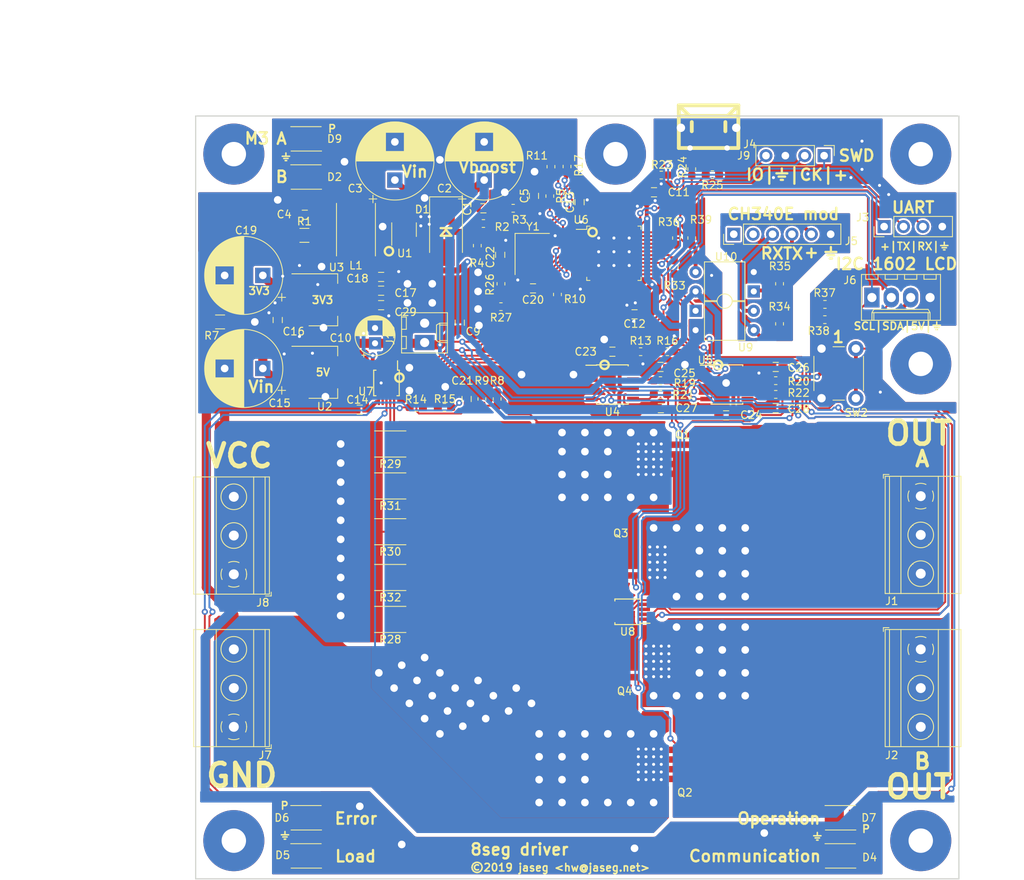
<source format=kicad_pcb>
(kicad_pcb (version 20171130) (host pcbnew "(5.0.1)")
  (layers (0 F.Cu signal) (31 B.Cu signal) (34 B.Paste user) (35 F.Paste user) (36 B.SilkS user) (37 F.SilkS user) (38 B.Mask user hide) (39 F.Mask user hide) (44 Edge.Cuts user))
  (net 0 "")
  (net 1 +VSW)
  (net 2 GND)
  (net 3 "Net-(C3-Pad1)")
  (net 4 /VBOOT_MON)
  (net 5 +5V)
  (net 6 +3V3)
  (net 7 "Net-(C15-Pad1)")
  (net 8 "Net-(C20-Pad2)")
  (net 9 /VIN_MON)
  (net 10 "Net-(C22-Pad1)")
  (net 11 "Net-(D1-Pad2)")
  (net 12 "Net-(D2-Pad2)")
  (net 13 "Net-(D4-Pad2)")
  (net 14 "Net-(D5-Pad2)")
  (net 15 "Net-(D6-Pad2)")
  (net 16 "Net-(D7-Pad2)")
  (net 17 "Net-(D9-Pad2)")
  (net 18 /UART_TX)
  (net 19 /UART_RX)
  (net 20 "Net-(J4-Pad4)")
  (net 21 "Net-(J4-Pad1)")
  (net 22 "Net-(J4-Pad2)")
  (net 23 "Net-(J4-Pad3)")
  (net 24 "Net-(J5-Pad1)")
  (net 25 "Net-(J5-Pad2)")
  (net 26 "Net-(J5-Pad3)")
  (net 27 "Net-(J5-Pad4)")
  (net 28 /ISO_5V)
  (net 29 /ISO_GND)
  (net 30 /SCL_LCD)
  (net 31 /SDA_LCD)
  (net 32 "Net-(R2-Pad1)")
  (net 33 "Net-(R10-Pad1)")
  (net 34 /LED0)
  (net 35 /LED2)
  (net 36 /LED3)
  (net 37 /LED4)
  (net 38 /LED5)
  (net 39 /LED6)
  (net 40 /USB_DP)
  (net 41 /USB_DM)
  (net 42 /SDA_INA)
  (net 43 /SCL_INA)
  (net 44 "Net-(R33-Pad2)")
  (net 45 "Net-(R35-Pad1)")
  (net 46 "Net-(R36-Pad1)")
  (net 47 /SW1)
  (net 48 "Net-(U6-Pad4)")
  (net 49 "Net-(U6-Pad12)")
  (net 50 "Net-(U6-Pad25)")
  (net 51 "Net-(U6-Pad38)")
  (net 52 "Net-(U6-Pad39)")
  (net 53 "Net-(U6-Pad40)")
  (net 54 "Net-(U6-Pad41)")
  (net 55 "Net-(U6-Pad45)")
  (net 56 "Net-(U6-Pad46)")
  (net 57 "Net-(U7-Pad3)")
  (net 58 "Net-(U8-Pad3)")
  (net 59 /DRV1F)
  (net 60 /DRV2F)
  (net 61 /DRV3F)
  (net 62 /DRV4F)
  (net 63 /OUT_A)
  (net 64 /OUT_B)
  (net 65 /VIN)
  (net 66 /GND_MEAS)
  (net 67 /DRV1)
  (net 68 /DRV2)
  (net 69 /DRV3)
  (net 70 /DRV4)
  (net 71 /CTRL_B)
  (net 72 /CTRL_A)
  (net 73 /SWCLK)
  (net 74 /SWDIO)
  (net 75 "Net-(U6-Pad18)")
  (net 76 "Net-(U6-Pad20)")
  (net 77 "Net-(U6-Pad17)")
  (net 78 "Net-(U6-Pad19)")
  (net 79 "Net-(U6-Pad27)")
  (module MountingHole:MountingHole_3.2mm_M3 (layer F.Cu) (at 125 60)
    (fp_text reference H5 hide)
    (fp_text value MountingHole)
    (pad 1 np_thru_hole circle (at 0 0) (size 8 8) (drill 3.2) (layers *.Cu *.Mask))
  )
  (module footprints:microusb_ali_dovetail (layer F.Cu) (at 137.2 59.2)
    (fp_text reference J4 (at 5.4 -0.5) (layer F.SilkS))
    (fp_text value USB_B_Micro hide)
    (pad 5 smd rect (at -1.3 0) (size 0.4 1.35) (layers F.Cu F.Paste F.Mask) (net 2 GND))
    (pad 4 smd rect (at -0.65 0) (size 0.4 1.35) (layers F.Cu F.Paste F.Mask) (net 20 "Net-(J4-Pad4)"))
    (pad 1 smd rect (at 1.3 0) (size 0.4 1.35) (layers F.Cu F.Paste F.Mask) (net 21 "Net-(J4-Pad1)"))
    (pad 2 smd rect (at 0.65 0) (size 0.4 1.35) (layers F.Cu F.Paste F.Mask) (net 22 "Net-(J4-Pad2)"))
    (pad 3 smd rect (at 0 0) (size 0.4 1.35) (layers F.Cu F.Paste F.Mask) (net 23 "Net-(J4-Pad3)"))
    (pad 6 thru_hole oval (at 3.625 -2.65) (size 1.5 2) (drill 1.1) (layers *.Cu *.Mask) (net 2 GND))
    (pad 6 thru_hole oval (at 2.425 0) (size 1 1.5) (drill 0.7) (layers *.Cu *.Mask) (net 2 GND))
    (pad 6 thru_hole oval (at -2.425 0) (size 1 1.5) (drill 0.7) (layers *.Cu *.Mask) (net 2 GND))
    (pad 6 thru_hole oval (at -3.625 -2.65) (size 1.5 2) (drill 1.1) (layers *.Cu *.Mask) (net 2 GND))
  )
  (module "footprints:Toshiba SOP Advance" (layer F.Cu) (at 130 100 90)
    (fp_text reference Q1 (at 3.2 3.8 180) (layer F.SilkS))
    (fp_text value TPHR6503PL)
    (pad 1 smd rect (at 0 -0.55 90) (size 4.7 3.75) (layers F.Cu F.Paste F.Mask) (net 65 /VIN))
    (pad 3 smd rect (at -1.905 3.5 90) (size 0.85 2.95) (layers F.Cu F.Paste F.Mask) (net 63 /OUT_A))
    (pad 3 smd rect (at -0.635 3.5 90) (size 0.85 2.95) (layers F.Cu F.Paste F.Mask) (net 63 /OUT_A))
    (pad 3 smd rect (at 0.635 3.5 90) (size 0.85 2.95) (layers F.Cu F.Paste F.Mask) (net 63 /OUT_A))
    (pad 2 smd rect (at 1.905 3.5 90) (size 0.85 2.95) (layers F.Cu F.Paste F.Mask) (net 62 /DRV4F))
    (pad 1 smd rect (at 1.905 -3.475 90) (size 0.85 3) (layers F.Cu F.Paste F.Mask) (net 65 /VIN))
    (pad 1 smd rect (at 0.635 -3.475 90) (size 0.85 3) (layers F.Cu F.Paste F.Mask) (net 65 /VIN))
    (pad 1 smd rect (at -0.635 -3.475 90) (size 0.85 3) (layers F.Cu F.Paste F.Mask) (net 65 /VIN))
    (pad 1 smd rect (at -1.905 -3.475 90) (size 0.85 3) (layers F.Cu F.Paste F.Mask) (net 65 /VIN))
  )
  (module "footprints:Toshiba SOP Advance" (layer F.Cu) (at 130 140 90)
    (fp_text reference Q2 (at -3.7 4.1 180) (layer F.SilkS))
    (fp_text value TPHR6503PL)
    (pad 1 smd rect (at 0 -0.55 90) (size 4.7 3.75) (layers F.Cu F.Paste F.Mask) (net 65 /VIN))
    (pad 3 smd rect (at -1.905 3.5 90) (size 0.85 2.95) (layers F.Cu F.Paste F.Mask) (net 64 /OUT_B))
    (pad 3 smd rect (at -0.635 3.5 90) (size 0.85 2.95) (layers F.Cu F.Paste F.Mask) (net 64 /OUT_B))
    (pad 3 smd rect (at 0.635 3.5 90) (size 0.85 2.95) (layers F.Cu F.Paste F.Mask) (net 64 /OUT_B))
    (pad 2 smd rect (at 1.905 3.5 90) (size 0.85 2.95) (layers F.Cu F.Paste F.Mask) (net 60 /DRV2F))
    (pad 1 smd rect (at 1.905 -3.475 90) (size 0.85 3) (layers F.Cu F.Paste F.Mask) (net 65 /VIN))
    (pad 1 smd rect (at 0.635 -3.475 90) (size 0.85 3) (layers F.Cu F.Paste F.Mask) (net 65 /VIN))
    (pad 1 smd rect (at -0.635 -3.475 90) (size 0.85 3) (layers F.Cu F.Paste F.Mask) (net 65 /VIN))
    (pad 1 smd rect (at -1.905 -3.475 90) (size 0.85 3) (layers F.Cu F.Paste F.Mask) (net 65 /VIN))
  )
  (module "footprints:Toshiba SOP Advance" (layer F.Cu) (at 130 113.3333 270)
    (fp_text reference Q3 (at -3.6333 4.3) (layer F.SilkS))
    (fp_text value TPHR6503PL)
    (pad 1 smd rect (at 0 -0.55 270) (size 4.7 3.75) (layers F.Cu F.Paste F.Mask) (net 63 /OUT_A))
    (pad 3 smd rect (at -1.905 3.5 270) (size 0.85 2.95) (layers F.Cu F.Paste F.Mask) (net 66 /GND_MEAS))
    (pad 3 smd rect (at -0.635 3.5 270) (size 0.85 2.95) (layers F.Cu F.Paste F.Mask) (net 66 /GND_MEAS))
    (pad 3 smd rect (at 0.635 3.5 270) (size 0.85 2.95) (layers F.Cu F.Paste F.Mask) (net 66 /GND_MEAS))
    (pad 2 smd rect (at 1.905 3.5 270) (size 0.85 2.95) (layers F.Cu F.Paste F.Mask) (net 61 /DRV3F))
    (pad 1 smd rect (at 1.905 -3.475 270) (size 0.85 3) (layers F.Cu F.Paste F.Mask) (net 63 /OUT_A))
    (pad 1 smd rect (at 0.635 -3.475 270) (size 0.85 3) (layers F.Cu F.Paste F.Mask) (net 63 /OUT_A))
    (pad 1 smd rect (at -0.635 -3.475 270) (size 0.85 3) (layers F.Cu F.Paste F.Mask) (net 63 /OUT_A))
    (pad 1 smd rect (at -1.905 -3.475 270) (size 0.85 3) (layers F.Cu F.Paste F.Mask) (net 63 /OUT_A))
  )
  (module "footprints:Toshiba SOP Advance" (layer F.Cu) (at 130 126.6667 270)
    (fp_text reference Q4 (at 3.7333 3.8) (layer F.SilkS))
    (fp_text value TPHR6503PL)
    (pad 1 smd rect (at 0 -0.55 270) (size 4.7 3.75) (layers F.Cu F.Paste F.Mask) (net 64 /OUT_B))
    (pad 3 smd rect (at -1.905 3.5 270) (size 0.85 2.95) (layers F.Cu F.Paste F.Mask) (net 66 /GND_MEAS))
    (pad 3 smd rect (at -0.635 3.5 270) (size 0.85 2.95) (layers F.Cu F.Paste F.Mask) (net 66 /GND_MEAS))
    (pad 3 smd rect (at 0.635 3.5 270) (size 0.85 2.95) (layers F.Cu F.Paste F.Mask) (net 66 /GND_MEAS))
    (pad 2 smd rect (at 1.905 3.5 270) (size 0.85 2.95) (layers F.Cu F.Paste F.Mask) (net 59 /DRV1F))
    (pad 1 smd rect (at 1.905 -3.475 270) (size 0.85 3) (layers F.Cu F.Paste F.Mask) (net 64 /OUT_B))
    (pad 1 smd rect (at 0.635 -3.475 270) (size 0.85 3) (layers F.Cu F.Paste F.Mask) (net 64 /OUT_B))
    (pad 1 smd rect (at -0.635 -3.475 270) (size 0.85 3) (layers F.Cu F.Paste F.Mask) (net 64 /OUT_B))
    (pad 1 smd rect (at -1.905 -3.475 270) (size 0.85 3) (layers F.Cu F.Paste F.Mask) (net 64 /OUT_B))
  )
  (module Capacitors_SMD:C_0603_HandSoldering (layer F.Cu) (at 107.7 67.1)
    (fp_text reference C1 (at -2.1 0 90) (layer F.SilkS))
    (fp_text value 10u)
    (pad 1 smd rect (at -0.95 0) (size 1.2 0.75) (layers F.Cu F.Paste F.Mask) (net 1 +VSW))
    (pad 2 smd rect (at 0.95 0) (size 1.2 0.75) (layers F.Cu F.Paste F.Mask) (net 2 GND))
  )
  (module Capacitors_SMD:C_0603_HandSoldering (layer F.Cu) (at 84.3 67.95 180)
    (fp_text reference C4 (at 2.7 0.05 180) (layer F.SilkS))
    (fp_text value 10u)
    (pad 1 smd rect (at -0.95 0 180) (size 1.2 0.75) (layers F.Cu F.Paste F.Mask) (net 3 "Net-(C3-Pad1)"))
    (pad 2 smd rect (at 0.95 0 180) (size 1.2 0.75) (layers F.Cu F.Paste F.Mask) (net 2 GND))
  )
  (module Capacitors_SMD:C_0603_HandSoldering (layer F.Cu) (at 114.325001 65.474999 90)
    (fp_text reference C5 (at 0 -1.25 90) (layer F.SilkS))
    (fp_text value 100n)
    (pad 1 smd rect (at -0.95 0 90) (size 1.2 0.75) (layers F.Cu F.Paste F.Mask) (net 4 /VBOOT_MON))
    (pad 2 smd rect (at 0.95 0 90) (size 1.2 0.75) (layers F.Cu F.Paste F.Mask) (net 2 GND))
  )
  (module Capacitors_SMD:C_0603_HandSoldering (layer F.Cu) (at 104.6 82.1 90)
    (fp_text reference C9 (at -1.15 1.75 180) (layer F.SilkS))
    (fp_text value 10u)
    (pad 1 smd rect (at -0.95 0 90) (size 1.2 0.75) (layers F.Cu F.Paste F.Mask) (net 5 +5V))
    (pad 2 smd rect (at 0.95 0 90) (size 1.2 0.75) (layers F.Cu F.Paste F.Mask) (net 2 GND))
  )
  (module Capacitor_THT:CP_Radial_D5.0mm_P2.00mm (layer F.Cu) (at 93.5 84.8 90)
    (fp_text reference C10 (at 0.7 -4.5 180) (layer F.SilkS))
    (fp_text value 22u)
    (pad 1 thru_hole rect (at 0 0 90) (size 1.6 1.6) (drill 0.8) (layers *.Cu *.Mask) (net 5 +5V))
    (pad 2 thru_hole circle (at 2 0 90) (size 1.6 1.6) (drill 0.8) (layers *.Cu *.Mask) (net 2 GND))
  )
  (module Capacitors_SMD:C_0603_HandSoldering (layer F.Cu) (at 130.05 65)
    (fp_text reference C11 (at 3.25 0) (layer F.SilkS))
    (fp_text value 100n)
    (pad 2 smd rect (at 0.95 0) (size 1.2 0.75) (layers F.Cu F.Paste F.Mask) (net 2 GND))
    (pad 1 smd rect (at -0.95 0) (size 1.2 0.75) (layers F.Cu F.Paste F.Mask) (net 6 +3V3))
  )
  (module Capacitors_SMD:C_0603_HandSoldering (layer F.Cu) (at 127.5 81 180)
    (fp_text reference C12 (at 0 -1.25 180) (layer F.SilkS))
    (fp_text value 100n)
    (pad 1 smd rect (at -0.95 0 180) (size 1.2 0.75) (layers F.Cu F.Paste F.Mask) (net 6 +3V3))
    (pad 2 smd rect (at 0.95 0 180) (size 1.2 0.75) (layers F.Cu F.Paste F.Mask) (net 2 GND))
  )
  (module Capacitors_SMD:C_0603_HandSoldering (layer F.Cu) (at 120.3 66.3 90)
    (fp_text reference C13 (at 0 -1.25 90) (layer F.SilkS))
    (fp_text value 100n)
    (pad 2 smd rect (at 0.95 0 90) (size 1.2 0.75) (layers F.Cu F.Paste F.Mask) (net 2 GND))
    (pad 1 smd rect (at -0.95 0 90) (size 1.2 0.75) (layers F.Cu F.Paste F.Mask) (net 6 +3V3))
  )
  (module Capacitors_SMD:C_0603_HandSoldering (layer F.Cu) (at 91.5 93.5 180)
    (fp_text reference C14 (at 0.3 1.3 180) (layer F.SilkS))
    (fp_text value 100n)
    (pad 1 smd rect (at -0.95 0 180) (size 1.2 0.75) (layers F.Cu F.Paste F.Mask) (net 6 +3V3))
    (pad 2 smd rect (at 0.95 0 180) (size 1.2 0.75) (layers F.Cu F.Paste F.Mask) (net 2 GND))
  )
  (module Capacitors_SMD:C_0603_HandSoldering (layer F.Cu) (at 80.75 81.75 90)
    (fp_text reference C16 (at -1.5 2.1 180) (layer F.SilkS))
    (fp_text value 1u)
    (pad 1 smd rect (at -0.95 0 90) (size 1.2 0.75) (layers F.Cu F.Paste F.Mask) (net 7 "Net-(C15-Pad1)"))
    (pad 2 smd rect (at 0.95 0 90) (size 1.2 0.75) (layers F.Cu F.Paste F.Mask) (net 2 GND))
  )
  (module Capacitors_SMD:C_0603_HandSoldering (layer F.Cu) (at 94.3 77.9)
    (fp_text reference C17 (at 3.2 0.3) (layer F.SilkS))
    (fp_text value 1u)
    (pad 2 smd rect (at 0.95 0) (size 1.2 0.75) (layers F.Cu F.Paste F.Mask) (net 2 GND))
    (pad 1 smd rect (at -0.95 0) (size 1.2 0.75) (layers F.Cu F.Paste F.Mask) (net 6 +3V3))
  )
  (module Capacitors_SMD:C_0603_HandSoldering (layer F.Cu) (at 94.3 76.1)
    (fp_text reference C18 (at -3.1 0.2) (layer F.SilkS))
    (fp_text value 10u)
    (pad 2 smd rect (at 0.95 0) (size 1.2 0.75) (layers F.Cu F.Paste F.Mask) (net 2 GND))
    (pad 1 smd rect (at -0.95 0) (size 1.2 0.75) (layers F.Cu F.Paste F.Mask) (net 6 +3V3))
  )
  (module Capacitors_SMD:C_0603_HandSoldering (layer F.Cu) (at 114.2 77.6)
    (fp_text reference C20 (at 0 1.5) (layer F.SilkS))
    (fp_text value 12p)
    (pad 2 smd rect (at 0.95 0) (size 1.2 0.75) (layers F.Cu F.Paste F.Mask) (net 8 "Net-(C20-Pad2)"))
    (pad 1 smd rect (at -0.95 0) (size 1.2 0.75) (layers F.Cu F.Paste F.Mask) (net 2 GND))
  )
  (module Capacitors_SMD:C_0603_HandSoldering (layer F.Cu) (at 105.5 92.1 90)
    (fp_text reference C21 (at 2.4 -0.55 180) (layer F.SilkS))
    (fp_text value 100n)
    (pad 2 smd rect (at 0.95 0 90) (size 1.2 0.75) (layers F.Cu F.Paste F.Mask) (net 2 GND))
    (pad 1 smd rect (at -0.95 0 90) (size 1.2 0.75) (layers F.Cu F.Paste F.Mask) (net 9 /VIN_MON))
  )
  (module Capacitors_SMD:C_0603_HandSoldering (layer F.Cu) (at 109.9 73.2 90)
    (fp_text reference C22 (at -0.3 -1.3 270) (layer F.SilkS))
    (fp_text value 12p)
    (pad 1 smd rect (at -0.95 0 90) (size 1.2 0.75) (layers F.Cu F.Paste F.Mask) (net 10 "Net-(C22-Pad1)"))
    (pad 2 smd rect (at 0.95 0 90) (size 1.2 0.75) (layers F.Cu F.Paste F.Mask) (net 2 GND))
  )
  (module Capacitors_SMD:C_0603_HandSoldering (layer F.Cu) (at 124.6 85.9 180)
    (fp_text reference C23 (at 3.5 0 180) (layer F.SilkS))
    (fp_text value 100n)
    (pad 2 smd rect (at 0.95 0 180) (size 1.2 0.75) (layers F.Cu F.Paste F.Mask) (net 2 GND))
    (pad 1 smd rect (at -0.95 0 180) (size 1.2 0.75) (layers F.Cu F.Paste F.Mask) (net 1 +VSW))
  )
  (module Capacitors_SMD:C_0603_HandSoldering (layer F.Cu) (at 139.5 94.25 180)
    (fp_text reference C24 (at -3.3 0.05 180) (layer F.SilkS))
    (fp_text value 100n)
    (pad 1 smd rect (at -0.95 0 180) (size 1.2 0.75) (layers F.Cu F.Paste F.Mask) (net 1 +VSW))
    (pad 2 smd rect (at 0.95 0 180) (size 1.2 0.75) (layers F.Cu F.Paste F.Mask) (net 2 GND))
  )
  (module Capacitors_SMD:C_0603_HandSoldering (layer F.Cu) (at 130.9 87.9 180)
    (fp_text reference C25 (at -3.15 -0.825 180) (layer F.SilkS))
    (fp_text value 0)
    (pad 2 smd rect (at 0.95 0 180) (size 1.2 0.75) (layers F.Cu F.Paste F.Mask) (net 2 GND))
    (pad 1 smd rect (at -0.95 0 180) (size 1.2 0.75) (layers F.Cu F.Paste F.Mask) (net 59 /DRV1F))
  )
  (module Capacitors_SMD:C_0603_HandSoldering (layer F.Cu) (at 146 87.9 180)
    (fp_text reference C26 (at -3 -0.1 180) (layer F.SilkS))
    (fp_text value 0)
    (pad 2 smd rect (at 0.95 0 180) (size 1.2 0.75) (layers F.Cu F.Paste F.Mask) (net 2 GND))
    (pad 1 smd rect (at -0.95 0 180) (size 1.2 0.75) (layers F.Cu F.Paste F.Mask) (net 60 /DRV2F))
  )
  (module Capacitors_SMD:C_0603_HandSoldering (layer F.Cu) (at 130.95 93.3)
    (fp_text reference C27 (at 3.35 0) (layer F.SilkS))
    (fp_text value 0)
    (pad 1 smd rect (at -0.95 0) (size 1.2 0.75) (layers F.Cu F.Paste F.Mask) (net 2 GND))
    (pad 2 smd rect (at 0.95 0) (size 1.2 0.75) (layers F.Cu F.Paste F.Mask) (net 61 /DRV3F))
  )
  (module Capacitors_SMD:C_0603_HandSoldering (layer F.Cu) (at 146 93.3)
    (fp_text reference C28 (at 3 0.1) (layer F.SilkS))
    (fp_text value 0)
    (pad 2 smd rect (at 0.95 0) (size 1.2 0.75) (layers F.Cu F.Paste F.Mask) (net 62 /DRV4F))
    (pad 1 smd rect (at -0.95 0) (size 1.2 0.75) (layers F.Cu F.Paste F.Mask) (net 2 GND))
  )
  (module Capacitors_SMD:C_0603_HandSoldering (layer F.Cu) (at 94.3 79.8)
    (fp_text reference C29 (at 3.2 0.9) (layer F.SilkS))
    (fp_text value 100n)
    (pad 2 smd rect (at 0.95 0) (size 1.2 0.75) (layers F.Cu F.Paste F.Mask) (net 2 GND))
    (pad 1 smd rect (at -0.95 0) (size 1.2 0.75) (layers F.Cu F.Paste F.Mask) (net 6 +3V3))
  )
  (module Diode_SMD:D_SMB_Handsoldering (layer F.Cu) (at 102.8 70.2 270)
    (fp_text reference D1 (at -2.95 3.1) (layer F.SilkS))
    (fp_text value "2A schottky")
    (pad 1 smd rect (at -2.7 0 270) (size 3.5 2.3) (layers F.Cu F.Paste F.Mask) (net 1 +VSW))
    (pad 2 smd rect (at 2.7 0 270) (size 3.5 2.3) (layers F.Cu F.Paste F.Mask) (net 11 "Net-(D1-Pad2)"))
  )
  (module LED_SMD:LED_PLCC_2835_Handsoldering (layer F.Cu) (at 85 63)
    (fp_text reference D2 (at 3.2 0) (layer F.SilkS))
    (fp_text value cyan)
    (pad 2 smd rect (at 1.33 0 180) (size 1.5 2.1) (layers F.Cu F.Paste F.Mask) (net 12 "Net-(D2-Pad2)"))
    (pad 1 smd rect (at -1.33 0 180) (size 2.5 2.1) (layers F.Cu F.Paste F.Mask) (net 2 GND))
  )
  (module LED_SMD:LED_PLCC_2835_Handsoldering (layer F.Cu) (at 155 152)
    (fp_text reference D4 (at 3.3 0.2) (layer F.SilkS))
    (fp_text value cyan)
    (pad 1 smd rect (at -1.33 0 180) (size 2.5 2.1) (layers F.Cu F.Paste F.Mask) (net 2 GND))
    (pad 2 smd rect (at 1.33 0 180) (size 1.5 2.1) (layers F.Cu F.Paste F.Mask) (net 13 "Net-(D4-Pad2)"))
  )
  (module LED_SMD:LED_PLCC_2835_Handsoldering (layer F.Cu) (at 85 152)
    (fp_text reference D5 (at -3.6 -0.1) (layer F.SilkS))
    (fp_text value cyan)
    (pad 2 smd rect (at 1.33 0 180) (size 1.5 2.1) (layers F.Cu F.Paste F.Mask) (net 14 "Net-(D5-Pad2)"))
    (pad 1 smd rect (at -1.33 0 180) (size 2.5 2.1) (layers F.Cu F.Paste F.Mask) (net 2 GND))
  )
  (module LED_SMD:LED_PLCC_2835_Handsoldering (layer F.Cu) (at 85 147)
    (fp_text reference D6 (at -3.7 0) (layer F.SilkS))
    (fp_text value pink)
    (pad 2 smd rect (at 1.33 0 180) (size 1.5 2.1) (layers F.Cu F.Paste F.Mask) (net 15 "Net-(D6-Pad2)"))
    (pad 1 smd rect (at -1.33 0 180) (size 2.5 2.1) (layers F.Cu F.Paste F.Mask) (net 2 GND))
  )
  (module LED_SMD:LED_PLCC_2835_Handsoldering (layer F.Cu) (at 155 147)
    (fp_text reference D7 (at 3.2 0) (layer F.SilkS))
    (fp_text value pink)
    (pad 1 smd rect (at -1.33 0 180) (size 2.5 2.1) (layers F.Cu F.Paste F.Mask) (net 2 GND))
    (pad 2 smd rect (at 1.33 0 180) (size 1.5 2.1) (layers F.Cu F.Paste F.Mask) (net 16 "Net-(D7-Pad2)"))
  )
  (module LED_SMD:LED_PLCC_2835_Handsoldering (layer F.Cu) (at 85 58)
    (fp_text reference D9 (at 3.2 0) (layer F.SilkS))
    (fp_text value pink)
    (pad 1 smd rect (at -1.33 0 180) (size 2.5 2.1) (layers F.Cu F.Paste F.Mask) (net 2 GND))
    (pad 2 smd rect (at 1.33 0 180) (size 1.5 2.1) (layers F.Cu F.Paste F.Mask) (net 17 "Net-(D9-Pad2)"))
  )
  (module TerminalBlock_Phoenix:TerminalBlock_Phoenix_MKDS-1,5-3-5.08_1x03_P5.08mm_Horizontal (layer F.Cu) (at 165 104.84 270)
    (fp_text reference J1 (at 13.76 3.8) (layer F.SilkS))
    (fp_text value OUT_A)
    (pad 1 thru_hole rect (at 0 0 270) (size 2.6 2.6) (drill 1.3) (layers *.Cu *.Mask) (net 63 /OUT_A))
    (pad 2 thru_hole circle (at 5.08 0 270) (size 2.6 2.6) (drill 1.3) (layers *.Cu *.Mask) (net 63 /OUT_A))
    (pad 3 thru_hole circle (at 10.16 0 270) (size 2.6 2.6) (drill 1.3) (layers *.Cu *.Mask) (net 63 /OUT_A))
  )
  (module TerminalBlock_Phoenix:TerminalBlock_Phoenix_MKDS-1,5-3-5.08_1x03_P5.08mm_Horizontal (layer F.Cu) (at 165 124.92 270)
    (fp_text reference J2 (at 13.88 3.8) (layer F.SilkS))
    (fp_text value OUT_B)
    (pad 3 thru_hole circle (at 10.16 0 270) (size 2.6 2.6) (drill 1.3) (layers *.Cu *.Mask) (net 64 /OUT_B))
    (pad 2 thru_hole circle (at 5.08 0 270) (size 2.6 2.6) (drill 1.3) (layers *.Cu *.Mask) (net 64 /OUT_B))
    (pad 1 thru_hole rect (at 0 0 270) (size 2.6 2.6) (drill 1.3) (layers *.Cu *.Mask) (net 64 /OUT_B))
  )
  (module Connectors_Molex:Molex_KK-6410-04_04x2.54mm_Straight (layer F.Cu) (at 158.6 78.8)
    (fp_text reference J6 (at -2.875 -2.275 180) (layer F.SilkS))
    (fp_text value "1602 I2C LCD")
    (pad 1 thru_hole rect (at 0 0) (size 2 2.6) (drill 1.2) (layers *.Cu *.Mask) (net 30 /SCL_LCD))
    (pad 2 thru_hole oval (at 2.54 0) (size 2 2.6) (drill 1.2) (layers *.Cu *.Mask) (net 31 /SDA_LCD))
    (pad 3 thru_hole oval (at 5.08 0) (size 2 2.6) (drill 1.2) (layers *.Cu *.Mask) (net 5 +5V))
    (pad 4 thru_hole oval (at 7.62 0) (size 2 2.6) (drill 1.2) (layers *.Cu *.Mask) (net 2 GND))
  )
  (module TerminalBlock_Phoenix:TerminalBlock_Phoenix_MKDS-1,5-3-5.08_1x03_P5.08mm_Horizontal (layer F.Cu) (at 75 135.08 90)
    (fp_text reference J7 (at -3.72 4.1 180) (layer F.SilkS))
    (fp_text value IN_VCC)
    (pad 3 thru_hole circle (at 10.16 0 90) (size 2.6 2.6) (drill 1.3) (layers *.Cu *.Mask) (net 65 /VIN))
    (pad 2 thru_hole circle (at 5.08 0 90) (size 2.6 2.6) (drill 1.3) (layers *.Cu *.Mask) (net 65 /VIN))
    (pad 1 thru_hole rect (at 0 0 90) (size 2.6 2.6) (drill 1.3) (layers *.Cu *.Mask) (net 65 /VIN))
  )
  (module TerminalBlock_Phoenix:TerminalBlock_Phoenix_MKDS-1,5-3-5.08_1x03_P5.08mm_Horizontal (layer F.Cu) (at 75 115.08 90)
    (fp_text reference J8 (at -3.72 3.8 180) (layer F.SilkS))
    (fp_text value IN_GND)
    (pad 1 thru_hole rect (at 0 0 90) (size 2.6 2.6) (drill 1.3) (layers *.Cu *.Mask) (net 2 GND))
    (pad 2 thru_hole circle (at 5.08 0 90) (size 2.6 2.6) (drill 1.3) (layers *.Cu *.Mask) (net 2 GND))
    (pad 3 thru_hole circle (at 10.16 0 90) (size 2.6 2.6) (drill 1.3) (layers *.Cu *.Mask) (net 2 GND))
  )
  (module Inductor_SMD:L_Taiyo-Yuden_NR-50xx_HandSoldering (layer F.Cu) (at 91 69.9 270)
    (fp_text reference L1 (at 4.7 0) (layer F.SilkS))
    (fp_text value 10u)
    (pad 1 smd rect (at -2.25 0 270) (size 2.4 4.2) (layers F.Cu F.Paste F.Mask) (net 3 "Net-(C3-Pad1)"))
    (pad 2 smd rect (at 2.25 0 270) (size 2.4 4.2) (layers F.Cu F.Paste F.Mask) (net 11 "Net-(D1-Pad2)"))
  )
  (module Resistor_SMD:R_0603_1608Metric_Pad1.05x0.95mm_HandSolder (layer F.Cu) (at 107.7 69.1)
    (fp_text reference R2 (at 2.45 0.45) (layer F.SilkS))
    (fp_text value 100k)
    (pad 2 smd roundrect (at 0.875 0) (size 1.05 0.95) (layers F.Cu F.Paste F.Mask) (net 1 +VSW))
    (pad 1 smd roundrect (at -0.875 0) (size 1.05 0.95) (layers F.Cu F.Paste F.Mask) (net 32 "Net-(R2-Pad1)"))
  )
  (module Resistor_SMD:R_0603_1608Metric_Pad1.05x0.95mm_HandSolder (layer F.Cu) (at 111.6 67.1)
    (fp_text reference R3 (at 0.8 1.5) (layer F.SilkS))
    (fp_text value 47k)
    (pad 1 smd roundrect (at -0.875 0) (size 1.05 0.95) (layers F.Cu F.Paste F.Mask) (net 1 +VSW))
    (pad 2 smd roundrect (at 0.875 0) (size 1.05 0.95) (layers F.Cu F.Paste F.Mask) (net 4 /VBOOT_MON))
  )
  (module Resistor_SMD:R_0603_1608Metric_Pad1.05x0.95mm_HandSolder (layer F.Cu) (at 106.9 72 90)
    (fp_text reference R4 (at -2.3 -0.05 180) (layer F.SilkS))
    (fp_text value 3k3)
    (pad 2 smd roundrect (at 0.875 0 90) (size 1.05 0.95) (layers F.Cu F.Paste F.Mask) (net 32 "Net-(R2-Pad1)"))
    (pad 1 smd roundrect (at -0.875 0 90) (size 1.05 0.95) (layers F.Cu F.Paste F.Mask) (net 2 GND))
  )
  (module Resistor_SMD:R_0603_1608Metric_Pad1.05x0.95mm_HandSolder (layer F.Cu) (at 116.4 65.5 270)
    (fp_text reference R5 (at 0 -1.43 270) (layer F.SilkS))
    (fp_text value 10k)
    (pad 1 smd roundrect (at -0.875 0 270) (size 1.05 0.95) (layers F.Cu F.Paste F.Mask) (net 2 GND))
    (pad 2 smd roundrect (at 0.875 0 270) (size 1.05 0.95) (layers F.Cu F.Paste F.Mask) (net 4 /VBOOT_MON))
  )
  (module Resistor_SMD:R_1206_3216Metric_Pad1.42x1.75mm_HandSolder (layer F.Cu) (at 73.2 82)
    (fp_text reference R7 (at -1.1 1.8) (layer F.SilkS))
    (fp_text value "10R .5W")
    (pad 1 smd roundrect (at -1.4875 0) (size 1.425 1.75) (layers F.Cu F.Paste F.Mask) (roundrect_rratio 0.175439) (net 65 /VIN))
    (pad 2 smd roundrect (at 1.4875 0) (size 1.425 1.75) (layers F.Cu F.Paste F.Mask) (roundrect_rratio 0.175439) (net 7 "Net-(C15-Pad1)"))
  )
  (module Resistor_SMD:R_0603_1608Metric_Pad1.05x0.95mm_HandSolder (layer F.Cu) (at 109.5 92.1 270)
    (fp_text reference R8 (at -2.4 0) (layer F.SilkS))
    (fp_text value 47k)
    (pad 2 smd roundrect (at 0.875 0 270) (size 1.05 0.95) (layers F.Cu F.Paste F.Mask) (net 9 /VIN_MON))
    (pad 1 smd roundrect (at -0.875 0 270) (size 1.05 0.95) (layers F.Cu F.Paste F.Mask) (net 65 /VIN))
  )
  (module Resistor_SMD:R_0603_1608Metric_Pad1.05x0.95mm_HandSolder (layer F.Cu) (at 107.5 92.1 270)
    (fp_text reference R9 (at -2.4 0) (layer F.SilkS))
    (fp_text value 10k)
    (pad 1 smd roundrect (at -0.875 0 270) (size 1.05 0.95) (layers F.Cu F.Paste F.Mask) (net 2 GND))
    (pad 2 smd roundrect (at 0.875 0 270) (size 1.05 0.95) (layers F.Cu F.Paste F.Mask) (net 9 /VIN_MON))
  )
  (module Resistor_SMD:R_0603_1608Metric_Pad1.05x0.95mm_HandSolder (layer F.Cu) (at 117.4 78.4 270)
    (fp_text reference R10 (at 0.6 -2.3 180) (layer F.SilkS))
    (fp_text value 10k)
    (pad 2 smd roundrect (at 0.875 0 270) (size 1.05 0.95) (layers F.Cu F.Paste F.Mask) (net 6 +3V3))
    (pad 1 smd roundrect (at -0.875 0 270) (size 1.05 0.95) (layers F.Cu F.Paste F.Mask) (net 33 "Net-(R10-Pad1)"))
  )
  (module Resistor_SMD:R_0603_1608Metric_Pad1.05x0.95mm_HandSolder (layer F.Cu) (at 116.55 61.65 90)
    (fp_text reference R11 (at 1.45 -1.85 180) (layer F.SilkS))
    (fp_text value 150)
    (pad 1 smd roundrect (at -0.875 0 90) (size 1.05 0.95) (layers F.Cu F.Paste F.Mask) (net 34 /LED0))
    (pad 2 smd roundrect (at 0.875 0 90) (size 1.05 0.95) (layers F.Cu F.Paste F.Mask) (net 12 "Net-(D2-Pad2)"))
  )
  (module Resistor_SMD:R_0603_1608Metric_Pad1.05x0.95mm_HandSolder (layer F.Cu) (at 128.3 85.9)
    (fp_text reference R13 (at 0 -1.43) (layer F.SilkS))
    (fp_text value 150)
    (pad 1 smd roundrect (at -0.875 0) (size 1.05 0.95) (layers F.Cu F.Paste F.Mask) (net 35 /LED2))
    (pad 2 smd roundrect (at 0.875 0) (size 1.05 0.95) (layers F.Cu F.Paste F.Mask) (net 16 "Net-(D7-Pad2)"))
  )
  (module Resistor_SMD:R_0603_1608Metric_Pad1.05x0.95mm_HandSolder (layer F.Cu) (at 98.9 93.2 180)
    (fp_text reference R14 (at 0.05 1.05 180) (layer F.SilkS))
    (fp_text value 150)
    (pad 2 smd roundrect (at 0.875 0 180) (size 1.05 0.95) (layers F.Cu F.Paste F.Mask) (net 14 "Net-(D5-Pad2)"))
    (pad 1 smd roundrect (at -0.875 0 180) (size 1.05 0.95) (layers F.Cu F.Paste F.Mask) (net 36 /LED3))
  )
  (module Resistor_SMD:R_0603_1608Metric_Pad1.05x0.95mm_HandSolder (layer F.Cu) (at 102.6 93.2)
    (fp_text reference R15 (at 0.05 -1.1) (layer F.SilkS))
    (fp_text value 150)
    (pad 1 smd roundrect (at -0.875 0) (size 1.05 0.95) (layers F.Cu F.Paste F.Mask) (net 37 /LED4))
    (pad 2 smd roundrect (at 0.875 0) (size 1.05 0.95) (layers F.Cu F.Paste F.Mask) (net 15 "Net-(D6-Pad2)"))
  )
  (module Resistor_SMD:R_0603_1608Metric_Pad1.05x0.95mm_HandSolder (layer F.Cu) (at 131.8 85.9)
    (fp_text reference R16 (at 0 -1.43) (layer F.SilkS))
    (fp_text value 150)
    (pad 2 smd roundrect (at 0.875 0) (size 1.05 0.95) (layers F.Cu F.Paste F.Mask) (net 13 "Net-(D4-Pad2)"))
    (pad 1 smd roundrect (at -0.875 0) (size 1.05 0.95) (layers F.Cu F.Paste F.Mask) (net 38 /LED5))
  )
  (module Resistor_SMD:R_0603_1608Metric_Pad1.05x0.95mm_HandSolder (layer F.Cu) (at 118.655001 61.624999 90)
    (fp_text reference R17 (at 0.124999 1.544999 90) (layer F.SilkS))
    (fp_text value 150)
    (pad 1 smd roundrect (at -0.875 0 90) (size 1.05 0.95) (layers F.Cu F.Paste F.Mask) (net 39 /LED6))
    (pad 2 smd roundrect (at 0.875 0 90) (size 1.05 0.95) (layers F.Cu F.Paste F.Mask) (net 17 "Net-(D9-Pad2)"))
  )
  (module Resistor_SMD:R_0603_1608Metric_Pad1.05x0.95mm_HandSolder (layer F.Cu) (at 130.9 89.7 180)
    (fp_text reference R19 (at -3.175 -0.325 180) (layer F.SilkS))
    (fp_text value 0R)
    (pad 1 smd roundrect (at -0.875 0 180) (size 1.05 0.95) (layers F.Cu F.Paste F.Mask) (net 59 /DRV1F))
    (pad 2 smd roundrect (at 0.875 0 180) (size 1.05 0.95) (layers F.Cu F.Paste F.Mask) (net 67 /DRV1))
  )
  (module Resistor_SMD:R_0603_1608Metric_Pad1.05x0.95mm_HandSolder (layer F.Cu) (at 146 89.7 180)
    (fp_text reference R20 (at -3 -0.1) (layer F.SilkS))
    (fp_text value 0R)
    (pad 2 smd roundrect (at 0.875 0 180) (size 1.05 0.95) (layers F.Cu F.Paste F.Mask) (net 68 /DRV2))
    (pad 1 smd roundrect (at -0.875 0 180) (size 1.05 0.95) (layers F.Cu F.Paste F.Mask) (net 60 /DRV2F))
  )
  (module Resistor_SMD:R_0603_1608Metric_Pad1.05x0.95mm_HandSolder (layer F.Cu) (at 130.9 91.5 180)
    (fp_text reference R21 (at -3 -0.05 180) (layer F.SilkS))
    (fp_text value 0R)
    (pad 1 smd roundrect (at -0.875 0 180) (size 1.05 0.95) (layers F.Cu F.Paste F.Mask) (net 61 /DRV3F))
    (pad 2 smd roundrect (at 0.875 0 180) (size 1.05 0.95) (layers F.Cu F.Paste F.Mask) (net 69 /DRV3))
  )
  (module Resistor_SMD:R_0603_1608Metric_Pad1.05x0.95mm_HandSolder (layer F.Cu) (at 146 91.5 180)
    (fp_text reference R22 (at -3 0.2 180) (layer F.SilkS))
    (fp_text value 0R)
    (pad 2 smd roundrect (at 0.875 0 180) (size 1.05 0.95) (layers F.Cu F.Paste F.Mask) (net 70 /DRV4))
    (pad 1 smd roundrect (at -0.875 0 180) (size 1.05 0.95) (layers F.Cu F.Paste F.Mask) (net 62 /DRV4F))
  )
  (module Resistor_SMD:R_0603_1608Metric_Pad1.05x0.95mm_HandSolder (layer F.Cu) (at 131 62.75 180)
    (fp_text reference R23 (at -0.1 1.35 180) (layer F.SilkS))
    (fp_text value 1k5)
    (pad 1 smd roundrect (at -0.875 0 180) (size 1.05 0.95) (layers F.Cu F.Paste F.Mask) (net 23 "Net-(J4-Pad3)"))
    (pad 2 smd roundrect (at 0.875 0 180) (size 1.05 0.95) (layers F.Cu F.Paste F.Mask) (net 6 +3V3))
  )
  (module Resistor_SMD:R_0603_1608Metric_Pad1.05x0.95mm_HandSolder (layer F.Cu) (at 135 61.95 270)
    (fp_text reference R24 (at -0.25 1.2 270) (layer F.SilkS))
    (fp_text value 22)
    (pad 2 smd roundrect (at 0.875 0 270) (size 1.05 0.95) (layers F.Cu F.Paste F.Mask) (net 40 /USB_DP))
    (pad 1 smd roundrect (at -0.875 0 270) (size 1.05 0.95) (layers F.Cu F.Paste F.Mask) (net 23 "Net-(J4-Pad3)"))
  )
  (module Resistor_SMD:R_0603_1608Metric_Pad1.05x0.95mm_HandSolder (layer F.Cu) (at 137.7 62.7)
    (fp_text reference R25 (at 0 1.4) (layer F.SilkS))
    (fp_text value 22)
    (pad 1 smd roundrect (at -0.875 0) (size 1.05 0.95) (layers F.Cu F.Paste F.Mask) (net 41 /USB_DM))
    (pad 2 smd roundrect (at 0.875 0) (size 1.05 0.95) (layers F.Cu F.Paste F.Mask) (net 22 "Net-(J4-Pad2)"))
  )
  (module Resistor_SMD:R_0603_1608Metric_Pad1.05x0.95mm_HandSolder (layer F.Cu) (at 110 77 270)
    (fp_text reference R26 (at 0.1 1.45 270) (layer F.SilkS))
    (fp_text value 1k5)
    (pad 1 smd roundrect (at -0.875 0 270) (size 1.05 0.95) (layers F.Cu F.Paste F.Mask) (net 6 +3V3))
    (pad 2 smd roundrect (at 0.875 0 270) (size 1.05 0.95) (layers F.Cu F.Paste F.Mask) (net 42 /SDA_INA))
  )
  (module Resistor_SMD:R_0603_1608Metric_Pad1.05x0.95mm_HandSolder (layer F.Cu) (at 110 80 180)
    (fp_text reference R27 (at 0 -1.43 180) (layer F.SilkS))
    (fp_text value 1k5)
    (pad 2 smd roundrect (at 0.875 0 180) (size 1.05 0.95) (layers F.Cu F.Paste F.Mask) (net 43 /SCL_INA))
    (pad 1 smd roundrect (at -0.875 0 180) (size 1.05 0.95) (layers F.Cu F.Paste F.Mask) (net 6 +3V3))
  )
  (module Resistor_SMD:R_2512_6332Metric_Pad1.52x3.35mm_HandSolder (layer F.Cu) (at 95.5 121 180)
    (fp_text reference R28 (at 0 -2.62 180) (layer F.SilkS))
    (fp_text value "5mR 1W 2512")
    (pad 2 smd roundrect (at 2.9875 0 180) (size 1.525 3.35) (layers F.Cu F.Paste F.Mask) (roundrect_rratio 0.163934) (net 2 GND))
    (pad 1 smd roundrect (at -2.9875 0 180) (size 1.525 3.35) (layers F.Cu F.Paste F.Mask) (roundrect_rratio 0.163934) (net 66 /GND_MEAS))
  )
  (module Resistor_SMD:R_2512_6332Metric_Pad1.52x3.35mm_HandSolder (layer F.Cu) (at 95.5 98 180)
    (fp_text reference R29 (at 0 -2.62 180) (layer F.SilkS))
    (fp_text value "5mR 1W")
    (pad 1 smd roundrect (at -2.9875 0 180) (size 1.525 3.35) (layers F.Cu F.Paste F.Mask) (roundrect_rratio 0.163934) (net 66 /GND_MEAS))
    (pad 2 smd roundrect (at 2.9875 0 180) (size 1.525 3.35) (layers F.Cu F.Paste F.Mask) (roundrect_rratio 0.163934) (net 2 GND))
  )
  (module Resistor_SMD:R_2512_6332Metric_Pad1.52x3.35mm_HandSolder (layer F.Cu) (at 95.5 109.5 180)
    (fp_text reference R30 (at 0 -2.62 180) (layer F.SilkS))
    (fp_text value "5mR 1W")
    (pad 1 smd roundrect (at -2.9875 0 180) (size 1.525 3.35) (layers F.Cu F.Paste F.Mask) (roundrect_rratio 0.163934) (net 66 /GND_MEAS))
    (pad 2 smd roundrect (at 2.9875 0 180) (size 1.525 3.35) (layers F.Cu F.Paste F.Mask) (roundrect_rratio 0.163934) (net 2 GND))
  )
  (module Resistor_SMD:R_2512_6332Metric_Pad1.52x3.35mm_HandSolder (layer F.Cu) (at 95.5 103.5 180)
    (fp_text reference R31 (at 0 -2.62 180) (layer F.SilkS))
    (fp_text value "5mR 1W")
    (pad 2 smd roundrect (at 2.9875 0 180) (size 1.525 3.35) (layers F.Cu F.Paste F.Mask) (roundrect_rratio 0.163934) (net 2 GND))
    (pad 1 smd roundrect (at -2.9875 0 180) (size 1.525 3.35) (layers F.Cu F.Paste F.Mask) (roundrect_rratio 0.163934) (net 66 /GND_MEAS))
  )
  (module Resistor_SMD:R_2512_6332Metric_Pad1.52x3.35mm_HandSolder (layer F.Cu) (at 95.5 115.5 180)
    (fp_text reference R32 (at 0 -2.62 180) (layer F.SilkS))
    (fp_text value "5mR 1W")
    (pad 1 smd roundrect (at -2.9875 0 180) (size 1.525 3.35) (layers F.Cu F.Paste F.Mask) (roundrect_rratio 0.163934) (net 66 /GND_MEAS))
    (pad 2 smd roundrect (at 2.9875 0 180) (size 1.525 3.35) (layers F.Cu F.Paste F.Mask) (roundrect_rratio 0.163934) (net 2 GND))
  )
  (module Resistor_SMD:R_0603_1608Metric_Pad1.05x0.95mm_HandSolder (layer F.Cu) (at 132.7 74.8 270)
    (fp_text reference R33 (at 2.45 -0.05) (layer F.SilkS))
    (fp_text value 390)
    (pad 1 smd roundrect (at -0.875 0 270) (size 1.05 0.95) (layers F.Cu F.Paste F.Mask) (net 18 /UART_TX))
    (pad 2 smd roundrect (at 0.875 0 270) (size 1.05 0.95) (layers F.Cu F.Paste F.Mask) (net 44 "Net-(R33-Pad2)"))
  )
  (module Resistor_SMD:R_0603_1608Metric_Pad1.05x0.95mm_HandSolder (layer F.Cu) (at 146.5 82.25 90)
    (fp_text reference R34 (at 2.25 0 180) (layer F.SilkS))
    (fp_text value 720)
    (pad 1 smd roundrect (at -0.875 0 90) (size 1.05 0.95) (layers F.Cu F.Paste F.Mask) (net 26 "Net-(J5-Pad3)"))
    (pad 2 smd roundrect (at 0.875 0 90) (size 1.05 0.95) (layers F.Cu F.Paste F.Mask) (net 29 /ISO_GND))
  )
  (module Resistor_SMD:R_0603_1608Metric_Pad1.05x0.95mm_HandSolder (layer F.Cu) (at 146.5 77 90)
    (fp_text reference R35 (at 2.3 0.05 180) (layer F.SilkS))
    (fp_text value 390)
    (pad 2 smd roundrect (at 0.875 0 90) (size 1.05 0.95) (layers F.Cu F.Paste F.Mask) (net 27 "Net-(J5-Pad4)"))
    (pad 1 smd roundrect (at -0.875 0 90) (size 1.05 0.95) (layers F.Cu F.Paste F.Mask) (net 45 "Net-(R35-Pad1)"))
  )
  (module Resistor_SMD:R_0603_1608Metric_Pad1.05x0.95mm_HandSolder (layer F.Cu) (at 133 71 270)
    (fp_text reference R36 (at -2.1 1) (layer F.SilkS))
    (fp_text value 10k)
    (pad 1 smd roundrect (at -0.875 0 270) (size 1.05 0.95) (layers F.Cu F.Paste F.Mask) (net 46 "Net-(R36-Pad1)"))
    (pad 2 smd roundrect (at 0.875 0 270) (size 1.05 0.95) (layers F.Cu F.Paste F.Mask) (net 19 /UART_RX))
  )
  (module Resistor_SMD:R_0603_1608Metric_Pad1.05x0.95mm_HandSolder (layer F.Cu) (at 152.45 79.7 180)
    (fp_text reference R37 (at 0.05 1.5 180) (layer F.SilkS))
    (fp_text value 1k5)
    (pad 2 smd roundrect (at 0.875 0 180) (size 1.05 0.95) (layers F.Cu F.Paste F.Mask) (net 5 +5V))
    (pad 1 smd roundrect (at -0.875 0 180) (size 1.05 0.95) (layers F.Cu F.Paste F.Mask) (net 30 /SCL_LCD))
  )
  (module Resistor_SMD:R_0603_1608Metric_Pad1.05x0.95mm_HandSolder (layer F.Cu) (at 152.435001 81.7 180)
    (fp_text reference R38 (at 0.810001 -1.475 180) (layer F.SilkS))
    (fp_text value 1k5)
    (pad 1 smd roundrect (at -0.875 0 180) (size 1.05 0.95) (layers F.Cu F.Paste F.Mask) (net 31 /SDA_LCD))
    (pad 2 smd roundrect (at 0.875 0 180) (size 1.05 0.95) (layers F.Cu F.Paste F.Mask) (net 5 +5V))
  )
  (module Resistor_SMD:R_0603_1608Metric_Pad1.05x0.95mm_HandSolder (layer F.Cu) (at 135 71 270)
    (fp_text reference R39 (at -2.4 -1.2) (layer F.SilkS))
    (fp_text value 680)
    (pad 2 smd roundrect (at 0.875 0 270) (size 1.05 0.95) (layers F.Cu F.Paste F.Mask) (net 46 "Net-(R36-Pad1)"))
    (pad 1 smd roundrect (at -0.875 0 270) (size 1.05 0.95) (layers F.Cu F.Paste F.Mask) (net 2 GND))
  )
  (module Button_Switch_THT:SW_PUSH_6mm (layer F.Cu) (at 152 92 90)
    (fp_text reference SW2 (at -1.9 4.55) (layer F.SilkS))
    (fp_text value SW_Push)
    (pad 1 thru_hole circle (at 6.5 0 180) (size 2 2) (drill 1.1) (layers *.Cu *.Mask) (net 2 GND))
    (pad 2 thru_hole circle (at 6.5 4.5 180) (size 2 2) (drill 1.1) (layers *.Cu *.Mask) (net 47 /SW1))
    (pad 1 thru_hole circle (at 0 0 180) (size 2 2) (drill 1.1) (layers *.Cu *.Mask) (net 2 GND))
    (pad 2 thru_hole circle (at 0 4.5 180) (size 2 2) (drill 1.1) (layers *.Cu *.Mask) (net 47 /SW1))
  )
  (module Package_TO_SOT_SMD:SOT-23-6_Handsoldering (layer F.Cu) (at 97.3 69.9 90)
    (fp_text reference U1 (at -3.1 0.1 180) (layer F.SilkS))
    (fp_text value MT3608)
    (pad 1 smd rect (at -1.35 -0.95 90) (size 1.56 0.65) (layers F.Cu F.Paste F.Mask) (net 11 "Net-(D1-Pad2)"))
    (pad 2 smd rect (at -1.35 0 90) (size 1.56 0.65) (layers F.Cu F.Paste F.Mask) (net 2 GND))
    (pad 3 smd rect (at -1.35 0.95 90) (size 1.56 0.65) (layers F.Cu F.Paste F.Mask) (net 32 "Net-(R2-Pad1)"))
    (pad 4 smd rect (at 1.35 0.95 90) (size 1.56 0.65) (layers F.Cu F.Paste F.Mask) (net 3 "Net-(C3-Pad1)"))
    (pad 6 smd rect (at 1.35 -0.95 90) (size 1.56 0.65) (layers F.Cu F.Paste F.Mask))
    (pad 5 smd rect (at 1.35 0 90) (size 1.56 0.65) (layers F.Cu F.Paste F.Mask) (net 3 "Net-(C3-Pad1)"))
  )
  (module Package_TO_SOT_SMD:SOT-223-3_TabPin2 (layer F.Cu) (at 86.7 88.6)
    (fp_text reference U2 (at 0.2 4.5) (layer F.SilkS))
    (fp_text value AMS1117-5.0)
    (pad 1 smd rect (at -3.15 -2.3) (size 2 1.5) (layers F.Cu F.Paste F.Mask) (net 2 GND))
    (pad 3 smd rect (at -3.15 2.3) (size 2 1.5) (layers F.Cu F.Paste F.Mask) (net 7 "Net-(C15-Pad1)"))
    (pad 2 smd rect (at -3.15 0) (size 2 1.5) (layers F.Cu F.Paste F.Mask) (net 5 +5V))
    (pad 2 smd rect (at 3.15 0) (size 2 3.8) (layers F.Cu F.Paste F.Mask) (net 5 +5V))
  )
  (module Package_TO_SOT_SMD:SOT-223-3_TabPin2 (layer F.Cu) (at 86.7 79.1)
    (fp_text reference U3 (at 1.75 -4.25) (layer F.SilkS))
    (fp_text value AMS1117-3.3)
    (pad 2 smd rect (at 3.15 0) (size 2 3.8) (layers F.Cu F.Paste F.Mask) (net 6 +3V3))
    (pad 2 smd rect (at -3.15 0) (size 2 1.5) (layers F.Cu F.Paste F.Mask) (net 6 +3V3))
    (pad 3 smd rect (at -3.15 2.3) (size 2 1.5) (layers F.Cu F.Paste F.Mask) (net 7 "Net-(C15-Pad1)"))
    (pad 1 smd rect (at -3.15 -2.3) (size 2 1.5) (layers F.Cu F.Paste F.Mask) (net 2 GND))
  )
  (module Package_QFP:LQFP-48_7x7mm_P0.5mm (layer F.Cu) (at 124.8 73)
    (fp_text reference U6 (at -4.3 -4.4) (layer F.SilkS))
    (fp_text value STM32F103C8Tx)
    (pad 1 smd rect (at -4.35 -2.75) (size 1.3 0.25) (layers F.Cu F.Paste F.Mask) (net 6 +3V3))
    (pad 2 smd rect (at -4.35 -2.25) (size 1.3 0.25) (layers F.Cu F.Paste F.Mask) (net 39 /LED6))
    (pad 3 smd rect (at -4.35 -1.75) (size 1.3 0.25) (layers F.Cu F.Paste F.Mask) (net 34 /LED0))
    (pad 4 smd rect (at -4.35 -1.25) (size 1.3 0.25) (layers F.Cu F.Paste F.Mask) (net 48 "Net-(U6-Pad4)"))
    (pad 5 smd rect (at -4.35 -0.75) (size 1.3 0.25) (layers F.Cu F.Paste F.Mask) (net 8 "Net-(C20-Pad2)"))
    (pad 6 smd rect (at -4.35 -0.25) (size 1.3 0.25) (layers F.Cu F.Paste F.Mask) (net 10 "Net-(C22-Pad1)"))
    (pad 7 smd rect (at -4.35 0.25) (size 1.3 0.25) (layers F.Cu F.Paste F.Mask) (net 33 "Net-(R10-Pad1)"))
    (pad 8 smd rect (at -4.35 0.75) (size 1.3 0.25) (layers F.Cu F.Paste F.Mask) (net 2 GND))
    (pad 9 smd rect (at -4.35 1.25) (size 1.3 0.25) (layers F.Cu F.Paste F.Mask) (net 6 +3V3))
    (pad 10 smd rect (at -4.35 1.75) (size 1.3 0.25) (layers F.Cu F.Paste F.Mask) (net 4 /VBOOT_MON))
    (pad 11 smd rect (at -4.35 2.25) (size 1.3 0.25) (layers F.Cu F.Paste F.Mask) (net 9 /VIN_MON))
    (pad 12 smd rect (at -4.35 2.75) (size 1.3 0.25) (layers F.Cu F.Paste F.Mask) (net 49 "Net-(U6-Pad12)"))
    (pad 13 smd rect (at -2.75 4.35 90) (size 1.3 0.25) (layers F.Cu F.Paste F.Mask) (net 36 /LED3))
    (pad 14 smd rect (at -2.25 4.35 90) (size 1.3 0.25) (layers F.Cu F.Paste F.Mask) (net 37 /LED4))
    (pad 15 smd rect (at -1.75 4.35 90) (size 1.3 0.25) (layers F.Cu F.Paste F.Mask) (net 35 /LED2))
    (pad 16 smd rect (at -1.25 4.35 90) (size 1.3 0.25) (layers F.Cu F.Paste F.Mask) (net 38 /LED5))
    (pad 17 smd rect (at -0.75 4.35 90) (size 1.3 0.25) (layers F.Cu F.Paste F.Mask) (net 77 "Net-(U6-Pad17)"))
    (pad 18 smd rect (at -0.25 4.35 90) (size 1.3 0.25) (layers F.Cu F.Paste F.Mask) (net 75 "Net-(U6-Pad18)"))
    (pad 19 smd rect (at 0.25 4.35 90) (size 1.3 0.25) (layers F.Cu F.Paste F.Mask) (net 78 "Net-(U6-Pad19)"))
    (pad 20 smd rect (at 0.75 4.35 90) (size 1.3 0.25) (layers F.Cu F.Paste F.Mask) (net 76 "Net-(U6-Pad20)"))
    (pad 21 smd rect (at 1.25 4.35 90) (size 1.3 0.25) (layers F.Cu F.Paste F.Mask) (net 30 /SCL_LCD))
    (pad 22 smd rect (at 1.75 4.35 90) (size 1.3 0.25) (layers F.Cu F.Paste F.Mask) (net 31 /SDA_LCD))
    (pad 23 smd rect (at 2.25 4.35 90) (size 1.3 0.25) (layers F.Cu F.Paste F.Mask) (net 2 GND))
    (pad 24 smd rect (at 2.75 4.35 90) (size 1.3 0.25) (layers F.Cu F.Paste F.Mask) (net 6 +3V3))
    (pad 25 smd rect (at 4.35 2.75) (size 1.3 0.25) (layers F.Cu F.Paste F.Mask) (net 50 "Net-(U6-Pad25)"))
    (pad 26 smd rect (at 4.35 2.25) (size 1.3 0.25) (layers F.Cu F.Paste F.Mask) (net 71 /CTRL_B))
    (pad 27 smd rect (at 4.35 1.75) (size 1.3 0.25) (layers F.Cu F.Paste F.Mask) (net 79 "Net-(U6-Pad27)"))
    (pad 28 smd rect (at 4.35 1.25) (size 1.3 0.25) (layers F.Cu F.Paste F.Mask) (net 47 /SW1))
    (pad 29 smd rect (at 4.35 0.75) (size 1.3 0.25) (layers F.Cu F.Paste F.Mask) (net 72 /CTRL_A))
    (pad 30 smd rect (at 4.35 0.25) (size 1.3 0.25) (layers F.Cu F.Paste F.Mask) (net 18 /UART_TX))
    (pad 31 smd rect (at 4.35 -0.25) (size 1.3 0.25) (layers F.Cu F.Paste F.Mask) (net 19 /UART_RX))
    (pad 32 smd rect (at 4.35 -0.75) (size 1.3 0.25) (layers F.Cu F.Paste F.Mask) (net 41 /USB_DM))
    (pad 33 smd rect (at 4.35 -1.25) (size 1.3 0.25) (layers F.Cu F.Paste F.Mask) (net 40 /USB_DP))
    (pad 34 smd rect (at 4.35 -1.75) (size 1.3 0.25) (layers F.Cu F.Paste F.Mask) (net 74 /SWDIO))
    (pad 35 smd rect (at 4.35 -2.25) (size 1.3 0.25) (layers F.Cu F.Paste F.Mask) (net 2 GND))
    (pad 36 smd rect (at 4.35 -2.75) (size 1.3 0.25) (layers F.Cu F.Paste F.Mask) (net 6 +3V3))
    (pad 37 smd rect (at 2.75 -4.35 90) (size 1.3 0.25) (layers F.Cu F.Paste F.Mask) (net 73 /SWCLK))
    (pad 38 smd rect (at 2.25 -4.35 90) (size 1.3 0.25) (layers F.Cu F.Paste F.Mask) (net 51 "Net-(U6-Pad38)"))
    (pad 39 smd rect (at 1.75 -4.35 90) (size 1.3 0.25) (layers F.Cu F.Paste F.Mask) (net 52 "Net-(U6-Pad39)"))
    (pad 40 smd rect (at 1.25 -4.35 90) (size 1.3 0.25) (layers F.Cu F.Paste F.Mask) (net 53 "Net-(U6-Pad40)"))
    (pad 41 smd rect (at 0.75 -4.35 90) (size 1.3 0.25) (layers F.Cu F.Paste F.Mask) (net 54 "Net-(U6-Pad41)"))
    (pad 42 smd rect (at 0.25 -4.35 90) (size 1.3 0.25) (layers F.Cu F.Paste F.Mask) (net 43 /SCL_INA))
    (pad 43 smd rect (at -0.25 -4.35 90) (size 1.3 0.25) (layers F.Cu F.Paste F.Mask) (net 42 /SDA_INA))
    (pad 44 smd rect (at -0.75 -4.35 90) (size 1.3 0.25) (layers F.Cu F.Paste F.Mask) (net 2 GND))
    (pad 45 smd rect (at -1.25 -4.35 90) (size 1.3 0.25) (layers F.Cu F.Paste F.Mask) (net 55 "Net-(U6-Pad45)"))
    (pad 46 smd rect (at -1.75 -4.35 90) (size 1.3 0.25) (layers F.Cu F.Paste F.Mask) (net 56 "Net-(U6-Pad46)"))
    (pad 47 smd rect (at -2.25 -4.35 90) (size 1.3 0.25) (layers F.Cu F.Paste F.Mask) (net 2 GND))
    (pad 48 smd rect (at -2.75 -4.35 90) (size 1.3 0.25) (layers F.Cu F.Paste F.Mask) (net 6 +3V3))
  )
  (module Package_SO:MSOP-10_3x3mm_P0.5mm (layer F.Cu) (at 95 90 270)
    (fp_text reference U7 (at 1.1 2.7) (layer F.SilkS))
    (fp_text value INA226)
    (pad 1 smd rect (at -2.2 -1 270) (size 1.4 0.3) (layers F.Cu F.Paste F.Mask) (net 2 GND))
    (pad 2 smd rect (at -2.2 -0.5 270) (size 1.4 0.3) (layers F.Cu F.Paste F.Mask) (net 2 GND))
    (pad 3 smd rect (at -2.2 0 270) (size 1.4 0.3) (layers F.Cu F.Paste F.Mask) (net 57 "Net-(U7-Pad3)"))
    (pad 4 smd rect (at -2.2 0.5 270) (size 1.4 0.3) (layers F.Cu F.Paste F.Mask) (net 42 /SDA_INA))
    (pad 5 smd rect (at -2.2 1 270) (size 1.4 0.3) (layers F.Cu F.Paste F.Mask) (net 43 /SCL_INA))
    (pad 6 smd rect (at 2.2 1 270) (size 1.4 0.3) (layers F.Cu F.Paste F.Mask) (net 6 +3V3))
    (pad 7 smd rect (at 2.2 0.5 270) (size 1.4 0.3) (layers F.Cu F.Paste F.Mask) (net 2 GND))
    (pad 8 smd rect (at 2.2 0 270) (size 1.4 0.3) (layers F.Cu F.Paste F.Mask) (net 65 /VIN))
    (pad 9 smd rect (at 2.2 -0.5 270) (size 1.4 0.3) (layers F.Cu F.Paste F.Mask) (net 2 GND))
    (pad 10 smd rect (at 2.2 -1 270) (size 1.4 0.3) (layers F.Cu F.Paste F.Mask) (net 66 /GND_MEAS))
  )
  (module Package_DIP:DIP-4_W7.62mm (layer F.Cu) (at 135.5 80.54)
    (fp_text reference U9 (at 6.55 4.8) (layer F.SilkS))
    (fp_text value PC817)
    (pad 4 thru_hole oval (at 7.62 0) (size 1.6 1.6) (drill 0.8) (layers *.Cu *.Mask) (net 28 /ISO_5V))
    (pad 2 thru_hole oval (at 0 2.54) (size 1.6 1.6) (drill 0.8) (layers *.Cu *.Mask) (net 2 GND))
    (pad 3 thru_hole oval (at 7.62 2.54) (size 1.6 1.6) (drill 0.8) (layers *.Cu *.Mask) (net 26 "Net-(J5-Pad3)"))
    (pad 1 thru_hole rect (at 0 0) (size 1.6 1.6) (drill 0.8) (layers *.Cu *.Mask) (net 44 "Net-(R33-Pad2)"))
  )
  (module Package_DIP:DIP-4_W7.62mm (layer F.Cu) (at 143.12 78 180)
    (fp_text reference U10 (at 3.62 4.55 180) (layer F.SilkS))
    (fp_text value PC817)
    (pad 1 thru_hole rect (at 0 0 180) (size 1.6 1.6) (drill 0.8) (layers *.Cu *.Mask) (net 45 "Net-(R35-Pad1)"))
    (pad 3 thru_hole oval (at 7.62 2.54 180) (size 1.6 1.6) (drill 0.8) (layers *.Cu *.Mask) (net 46 "Net-(R36-Pad1)"))
    (pad 2 thru_hole oval (at 0 2.54 180) (size 1.6 1.6) (drill 0.8) (layers *.Cu *.Mask) (net 29 /ISO_GND))
    (pad 4 thru_hole oval (at 7.62 0 180) (size 1.6 1.6) (drill 0.8) (layers *.Cu *.Mask) (net 6 +3V3))
  )
  (module Crystal:Crystal_SMD_3225-4Pin_3.2x2.5mm_HandSoldering (layer F.Cu) (at 114.1 73.1 270)
    (fp_text reference Y1 (at -3.6 -0.1) (layer F.SilkS))
    (fp_text value 8MHz)
    (pad 1 smd rect (at -1.45 1.15 270) (size 2.1 1.8) (layers F.Cu F.Paste F.Mask) (net 10 "Net-(C22-Pad1)"))
    (pad 2 smd rect (at 1.45 1.15 270) (size 2.1 1.8) (layers F.Cu F.Paste F.Mask) (net 2 GND))
    (pad 3 smd rect (at 1.45 -1.15 270) (size 2.1 1.8) (layers F.Cu F.Paste F.Mask) (net 8 "Net-(C20-Pad2)"))
    (pad 4 smd rect (at -1.45 -1.15 270) (size 2.1 1.8) (layers F.Cu F.Paste F.Mask) (net 2 GND))
  )
  (module Pin_Headers:Pin_Header_Straight_1x06_Pitch2.54mm (layer F.Cu) (at 140.5 70.5 90)
    (fp_text reference J5 (at -0.9 15.4 180) (layer F.SilkS))
    (fp_text value "CH340E module")
    (pad 1 thru_hole rect (at 0 0 90) (size 1.7 1.7) (drill 1) (layers *.Cu *.Mask) (net 24 "Net-(J5-Pad1)"))
    (pad 2 thru_hole oval (at 0 2.54 90) (size 1.7 1.7) (drill 1) (layers *.Cu *.Mask) (net 25 "Net-(J5-Pad2)"))
    (pad 3 thru_hole oval (at 0 5.08 90) (size 1.7 1.7) (drill 1) (layers *.Cu *.Mask) (net 26 "Net-(J5-Pad3)"))
    (pad 4 thru_hole oval (at 0 7.62 90) (size 1.7 1.7) (drill 1) (layers *.Cu *.Mask) (net 27 "Net-(J5-Pad4)"))
    (pad 5 thru_hole oval (at 0 10.16 90) (size 1.7 1.7) (drill 1) (layers *.Cu *.Mask) (net 28 /ISO_5V))
    (pad 6 thru_hole oval (at 0 12.7 90) (size 1.7 1.7) (drill 1) (layers *.Cu *.Mask) (net 29 /ISO_GND))
  )
  (module Pin_Headers:Pin_Header_Straight_1x04_Pitch2.54mm (layer F.Cu) (at 160.2 69.5 90)
    (fp_text reference J3 (at 1.2 -2.8 180) (layer F.SilkS))
    (fp_text value UART_DEBUG)
    (pad 1 thru_hole rect (at 0 0 90) (size 1.7 1.7) (drill 1) (layers *.Cu *.Mask) (net 6 +3V3))
    (pad 2 thru_hole oval (at 0 2.54 90) (size 1.7 1.7) (drill 1) (layers *.Cu *.Mask) (net 18 /UART_TX))
    (pad 3 thru_hole oval (at 0 5.08 90) (size 1.7 1.7) (drill 1) (layers *.Cu *.Mask) (net 19 /UART_RX))
    (pad 4 thru_hole oval (at 0 7.62 90) (size 1.7 1.7) (drill 1) (layers *.Cu *.Mask) (net 2 GND))
  )
  (module MountingHole:MountingHole_3.2mm_M3 (layer F.Cu) (at 75 60)
    (fp_text reference H1 hide)
    (fp_text value MountingHole)
    (pad 1 np_thru_hole circle (at 0 0) (size 8 8) (drill 3.2) (layers *.Cu *.Mask))
  )
  (module MountingHole:MountingHole_3.2mm_M3 (layer F.Cu) (at 165 60)
    (fp_text reference H2 hide)
    (fp_text value MountingHole)
    (pad 1 np_thru_hole circle (at 0 0) (size 8 8) (drill 3.2) (layers *.Cu *.Mask))
  )
  (module MountingHole:MountingHole_3.2mm_M3 (layer F.Cu) (at 75 150)
    (fp_text reference H3 hide)
    (fp_text value MountingHole)
    (pad 1 np_thru_hole circle (at 0 0) (size 8 8) (drill 3.2) (layers *.Cu *.Mask))
  )
  (module MountingHole:MountingHole_3.2mm_M3 (layer F.Cu) (at 165 150)
    (fp_text reference H4 hide)
    (fp_text value MountingHole)
    (pad 1 np_thru_hole circle (at 0 0) (size 8 8) (drill 3.2) (layers *.Cu *.Mask))
  )
  (module Package_SO:SOIC-8_3.9x4.9mm_P1.27mm (layer F.Cu) (at 124.6 90.2)
    (fp_text reference U4 (at 0 3.6) (layer F.SilkS))
    (fp_text value TC4427)
    (pad 8 smd rect (at 2.7 -1.905) (size 1.55 0.6) (layers F.Cu F.Paste F.Mask))
    (pad 7 smd rect (at 2.7 -0.635) (size 1.55 0.6) (layers F.Cu F.Paste F.Mask) (net 67 /DRV1))
    (pad 6 smd rect (at 2.7 0.635) (size 1.55 0.6) (layers F.Cu F.Paste F.Mask) (net 1 +VSW))
    (pad 5 smd rect (at 2.7 1.905) (size 1.55 0.6) (layers F.Cu F.Paste F.Mask) (net 69 /DRV3))
    (pad 4 smd rect (at -2.7 1.905) (size 1.55 0.6) (layers F.Cu F.Paste F.Mask) (net 71 /CTRL_B))
    (pad 3 smd rect (at -2.7 0.635) (size 1.55 0.6) (layers F.Cu F.Paste F.Mask) (net 2 GND))
    (pad 2 smd rect (at -2.7 -0.635) (size 1.55 0.6) (layers F.Cu F.Paste F.Mask) (net 72 /CTRL_A))
    (pad 1 smd rect (at -2.7 -1.905) (size 1.55 0.6) (layers F.Cu F.Paste F.Mask))
  )
  (module Package_SO:SOIC-8_3.9x4.9mm_P1.27mm (layer F.Cu) (at 139.6 90.2)
    (fp_text reference U5 (at -2.825 -3.175) (layer F.SilkS))
    (fp_text value TC4427)
    (pad 1 smd rect (at -2.7 -1.905) (size 1.55 0.6) (layers F.Cu F.Paste F.Mask))
    (pad 2 smd rect (at -2.7 -0.635) (size 1.55 0.6) (layers F.Cu F.Paste F.Mask) (net 71 /CTRL_B))
    (pad 3 smd rect (at -2.7 0.635) (size 1.55 0.6) (layers F.Cu F.Paste F.Mask) (net 2 GND))
    (pad 4 smd rect (at -2.7 1.905) (size 1.55 0.6) (layers F.Cu F.Paste F.Mask) (net 72 /CTRL_A))
    (pad 5 smd rect (at 2.7 1.905) (size 1.55 0.6) (layers F.Cu F.Paste F.Mask) (net 70 /DRV4))
    (pad 6 smd rect (at 2.7 0.635) (size 1.55 0.6) (layers F.Cu F.Paste F.Mask) (net 1 +VSW))
    (pad 7 smd rect (at 2.7 -0.635) (size 1.55 0.6) (layers F.Cu F.Paste F.Mask) (net 68 /DRV2))
    (pad 8 smd rect (at 2.7 -1.905) (size 1.55 0.6) (layers F.Cu F.Paste F.Mask))
  )
  (module Capacitor_THT:CP_Radial_D10.0mm_P5.00mm (layer F.Cu) (at 107.8 63.4 90)
    (fp_text reference C2 (at -1.1 -5.2 180) (layer F.SilkS))
    (fp_text value 470u)
    (pad 2 thru_hole circle (at 5 0 90) (size 2 2) (drill 1) (layers *.Cu *.Mask) (net 2 GND))
    (pad 1 thru_hole rect (at 0 0 90) (size 2 2) (drill 1) (layers *.Cu *.Mask) (net 1 +VSW))
  )
  (module Capacitor_THT:CP_Radial_D10.0mm_P5.00mm (layer F.Cu) (at 96.1 63.4 90)
    (fp_text reference C3 (at -1.1 -5.2 180) (layer F.SilkS))
    (fp_text value 470u)
    (pad 1 thru_hole rect (at 0 0 90) (size 2 2) (drill 1) (layers *.Cu *.Mask) (net 3 "Net-(C3-Pad1)"))
    (pad 2 thru_hole circle (at 5 0 90) (size 2 2) (drill 1) (layers *.Cu *.Mask) (net 2 GND))
  )
  (module Capacitor_THT:CP_Radial_D10.0mm_P5.00mm (layer F.Cu) (at 78.8 88.1 180)
    (fp_text reference C15 (at -2.2 -4.55 180) (layer F.SilkS))
    (fp_text value 100u)
    (pad 2 thru_hole circle (at 5 0 180) (size 2 2) (drill 1) (layers *.Cu *.Mask) (net 2 GND))
    (pad 1 thru_hole rect (at 0 0 180) (size 2 2) (drill 1) (layers *.Cu *.Mask) (net 7 "Net-(C15-Pad1)"))
  )
  (module Capacitor_THT:CP_Radial_D10.0mm_P5.00mm (layer F.Cu) (at 78.8 75.9 180)
    (fp_text reference C19 (at 2.2 5.9 180) (layer F.SilkS))
    (fp_text value 470u)
    (pad 1 thru_hole rect (at 0 0 180) (size 2 2) (drill 1) (layers *.Cu *.Mask) (net 6 +3V3))
    (pad 2 thru_hole circle (at 5 0 180) (size 2 2) (drill 1) (layers *.Cu *.Mask) (net 2 GND))
  )
  (module Pin_Headers:Pin_Header_Straight_1x04_Pitch2.54mm (layer F.Cu) (at 152.34 60.2 270)
    (fp_text reference J9 (at 0 10.54) (layer F.SilkS))
    (fp_text value SWD)
    (pad 1 thru_hole rect (at 0 0 270) (size 1.7 1.7) (drill 1) (layers *.Cu *.Mask) (net 6 +3V3))
    (pad 2 thru_hole oval (at 0 2.54 270) (size 1.7 1.7) (drill 1) (layers *.Cu *.Mask) (net 73 /SWCLK))
    (pad 3 thru_hole oval (at 0 5.08 270) (size 1.7 1.7) (drill 1) (layers *.Cu *.Mask) (net 2 GND))
    (pad 4 thru_hole oval (at 0 7.62 270) (size 1.7 1.7) (drill 1) (layers *.Cu *.Mask) (net 74 /SWDIO))
  )
  (module Resistor_SMD:R_1206_3216Metric_Pad1.42x1.75mm_HandSolder (layer F.Cu) (at 84.25 70.65)
    (fp_text reference R1 (at 0 -1.82) (layer F.SilkS))
    (fp_text value "10R .5W")
    (pad 1 smd roundrect (at -1.4875 0) (size 1.425 1.75) (layers F.Cu F.Paste F.Mask) (roundrect_rratio 0.175439) (net 65 /VIN))
    (pad 2 smd roundrect (at 1.4875 0) (size 1.425 1.75) (layers F.Cu F.Paste F.Mask) (roundrect_rratio 0.175439) (net 3 "Net-(C3-Pad1)"))
  )
  (module Connectors_Molex:Molex_KK-6410-02_02x2.54mm_Straight (layer F.Cu) (at 100 84.7 90)
    (fp_text reference J10 (at 1 -4.5 90) (layer F.SilkS))
    (fp_text value FAN)
    (pad 1 thru_hole rect (at 0 0 90) (size 2 2.6) (drill 1.2) (layers *.Cu *.Mask) (net 5 +5V))
    (pad 2 thru_hole oval (at 2.54 0 90) (size 2 2.6) (drill 1.2) (layers *.Cu *.Mask) (net 2 GND))
  )
  (module Package_SO:MSOP-8_3x3mm_P0.65mm (layer F.Cu) (at 126.6 119.99995 180)
    (fp_text reference U8 (at 0 -2.6 180) (layer F.SilkS))
    (fp_text value MCP9804_MSOP)
    (pad 1 smd rect (at -2.2 -0.975 180) (size 1.45 0.45) (layers F.Cu F.Paste F.Mask) (net 42 /SDA_INA))
    (pad 2 smd rect (at -2.2 -0.325 180) (size 1.45 0.45) (layers F.Cu F.Paste F.Mask) (net 43 /SCL_INA))
    (pad 3 smd rect (at -2.2 0.325 180) (size 1.45 0.45) (layers F.Cu F.Paste F.Mask) (net 58 "Net-(U8-Pad3)"))
    (pad 4 smd rect (at -2.2 0.975 180) (size 1.45 0.45) (layers F.Cu F.Paste F.Mask) (net 66 /GND_MEAS))
    (pad 5 smd rect (at 2.2 0.975 180) (size 1.45 0.45) (layers F.Cu F.Paste F.Mask) (net 66 /GND_MEAS))
    (pad 6 smd rect (at 2.2 0.325 180) (size 1.45 0.45) (layers F.Cu F.Paste F.Mask) (net 66 /GND_MEAS))
    (pad 7 smd rect (at 2.2 -0.325 180) (size 1.45 0.45) (layers F.Cu F.Paste F.Mask) (net 66 /GND_MEAS))
    (pad 8 smd rect (at 2.2 -0.975 180) (size 1.45 0.45) (layers F.Cu F.Paste F.Mask) (net 6 +3V3))
  )
  (module MountingHole:MountingHole_3.2mm_M3 (layer F.Cu) (at 165 87.5)
    (fp_text reference H6 hide)
    (fp_text value MountingHole)
    (pad "" np_thru_hole circle (at 0 0) (size 8 8) (drill 3.2) (layers *.Cu *.Mask))
  )
  (gr_text +|TX|RX|⏚ (at 164.2 72.1) (layer F.SilkS) (effects (font (size 1 1) (thickness 0.2))))
  (gr_circle (center 96.7 89.3) (end 97.25 89.3) (layer F.SilkS) (width 0.3))
  (gr_text Vin (at 78.6 90.5) (layer F.SilkS) (effects (font (size 1.5 1.5) (thickness 0.3))))
  (gr_text UART (at 164 67) (layer F.SilkS) (effects (font (size 1.5 1.5) (thickness 0.3))))
  (gr_text Vboost (at 108.2 61.7) (layer F.SilkS) (effects (font (size 1.5 1.5) (thickness 0.3))))
  (gr_text Vin (at 98.7 62.3) (layer F.SilkS) (effects (font (size 1.5 1.5) (thickness 0.3))))
  (gr_line (start 102.1 69.7) (end 103.5 69.7) (layer F.SilkS) (width 0.3))
  (gr_line (start 102.8 69.9) (end 102.1 70.7) (layer F.SilkS) (width 0.3))
  (gr_line (start 103.5 70.7) (end 102.8 69.9) (layer F.SilkS) (width 0.3))
  (gr_line (start 102.2 70.7) (end 103.5 70.7) (layer F.SilkS) (width 0.3))
  (gr_text 3V3 (at 86.625 79.125) (layer F.SilkS) (effects (font (size 1 1) (thickness 0.2))))
  (gr_text 5V (at 86.675 88.6) (layer F.SilkS) (effects (font (size 1 1) (thickness 0.2))))
  (gr_text 3V3 (at 78.325 77.925) (layer F.SilkS) (effects (font (size 1 1) (thickness 0.2))))
  (gr_text 1 (at 154.2 83.975) (layer F.SilkS) (effects (font (size 1.5 1.5) (thickness 0.3))))
  (gr_text B (at 81.275 62.975) (layer F.SilkS) (effects (font (size 1.5 1.5) (thickness 0.3))))
  (gr_text A (at 81.25 57.975) (layer F.SilkS) (effects (font (size 1.5 1.5) (thickness 0.3))))
  (gr_text Load (at 90.95 152.05) (layer F.SilkS) (effects (font (size 1.5 1.5) (thickness 0.3))))
  (gr_text Error (at 91 147.1) (layer F.SilkS) (effects (font (size 1.5 1.5) (thickness 0.3))))
  (gr_text Communication (at 143.275 152.025) (layer F.SilkS) (effects (font (size 1.5 1.5) (thickness 0.3))))
  (gr_text Operation (at 146.4 147.1) (layer F.SilkS) (effects (font (size 1.5 1.5) (thickness 0.3))))
  (gr_text M3 (at 78.025 57.95) (layer F.SilkS) (effects (font (size 1.5 1.5) (thickness 0.3))))
  (gr_text "©2019 jaseg <hw@jaseg.net>" (at 117.75 153.525) (layer F.SilkS) (effects (font (size 1 1) (thickness 0.2))))
  (gr_text "8seg driver" (at 112.425 151.15) (layer F.SilkS) (effects (font (size 1.5 1.5) (thickness 0.3))))
  (gr_circle (center 95.325 72.725) (end 95.875 72.725) (layer F.SilkS) (width 0.3))
  (gr_circle (center 138.45 87.625) (end 139 87.625) (layer F.SilkS) (width 0.3))
  (gr_circle (center 123.575 87.625) (end 124.125 87.625) (layer F.SilkS) (width 0.3))
  (gr_circle (center 122 70.225) (end 122.55 70.225) (layer F.SilkS) (width 0.3))
  (gr_text ⏚ (at 81.825 60.4) (layer F.SilkS) (effects (font (size 1 1) (thickness 0.2))))
  (gr_text ⏚ (at 81.7 149.35) (layer F.SilkS) (effects (font (size 1 1) (thickness 0.2))))
  (gr_text ⏚ (at 151.45 149.475) (layer F.SilkS) (effects (font (size 1 1) (thickness 0.2))))
  (gr_text P (at 157.825 148.475) (layer F.SilkS) (effects (font (size 1 1) (thickness 0.2))))
  (gr_text P (at 81.65 145.425) (layer F.SilkS) (effects (font (size 1 1) (thickness 0.2))))
  (gr_text P (at 87.875 56.675) (layer F.SilkS) (effects (font (size 1 1) (thickness 0.2))))
  (gr_text SCL|SDA|5V|⏚ (at 161.975 82.55) (layer F.SilkS) (effects (font (size 1 1) (thickness 0.2))))
  (gr_text "I2C 1602 LCD" (at 161.825 74.4) (layer F.SilkS) (effects (font (size 1.5 1.5) (thickness 0.3))))
  (gr_text "CH340E mod" (at 147 67.85) (layer F.SilkS) (effects (font (size 1.5 1.5) (thickness 0.3))))
  (gr_text RX (at 145.525 73.025) (layer F.SilkS) (effects (font (size 1.5 1.5) (thickness 0.3))))
  (gr_text TX (at 148.275 73.05) (layer F.SilkS) (effects (font (size 1.5 1.5) (thickness 0.3))))
  (gr_text + (at 150.675 72.85) (layer F.SilkS) (effects (font (size 1.5 1.5) (thickness 0.3))))
  (gr_text ⏚ (at 153.225 73) (layer F.SilkS) (effects (font (size 1.5 1.5) (thickness 0.3))))
  (gr_text IO|⏚|CK|+ (at 148.8 62.7) (layer F.SilkS) (effects (font (size 1.5 1.5) (thickness 0.3))))
  (gr_text SWD (at 156.6 60.2) (layer F.SilkS) (effects (font (size 1.5 1.5) (thickness 0.3))))
  (gr_text B (at 165.2 139.6) (layer F.SilkS) (effects (font (size 2 2) (thickness 0.45))))
  (gr_text OUT (at 164.75 142.95) (layer F.SilkS) (effects (font (size 3 3) (thickness 0.6))))
  (gr_text A (at 165.2 99.95) (layer F.SilkS) (effects (font (size 2 2) (thickness 0.45))))
  (gr_text OUT (at 164.75 96.6) (layer F.SilkS) (effects (font (size 3 3) (thickness 0.6))))
  (gr_text VCC (at 75.7 99.55) (layer F.SilkS) (effects (font (size 3 3) (thickness 0.6))))
  (gr_text GND (at 76.05 141.45) (layer F.SilkS) (effects (font (size 3 3) (thickness 0.6))))
  (gr_line (start 170 55) (end 70 55) (layer Edge.Cuts) (width 0.15))
  (gr_line (start 170 155) (end 170 55) (layer Edge.Cuts) (width 0.15))
  (gr_line (start 70 155) (end 170 155) (layer Edge.Cuts) (width 0.15))
  (gr_line (start 70 55) (end 70 155) (layer Edge.Cuts) (width 0.15))
  (segment (start 108.575 69.1) (end 108.575 68.925) (width 0.5) (layer F.Cu) (net 1))
  (segment (start 140.45 93.375) (end 140.45 94.25) (width 0.5) (layer F.Cu) (net 1))
  (segment (start 140.45 91.41) (end 140.45 91.5) (width 0.5) (layer F.Cu) (net 1))
  (segment (start 141.025 90.835) (end 140.45 91.41) (width 0.5) (layer F.Cu) (net 1))
  (segment (start 142.3 90.835) (end 141.025 90.835) (width 0.5) (layer F.Cu) (net 1))
  (segment (start 140.45 93.375) (end 140.45 91.5) (width 0.5) (layer F.Cu) (net 1))
  (segment (start 126.025 90.835) (end 127.3 90.835) (width 0.5) (layer F.Cu) (net 1))
  (segment (start 125.55 90.36) (end 126.025 90.835) (width 0.5) (layer F.Cu) (net 1))
  (segment (start 125.55 85.9) (end 125.55 90.36) (width 0.5) (layer F.Cu) (net 1))
  (via (at 142.5 93.75) (size 0.8) (drill 0.4) (layers F.Cu B.Cu) (net 1))
  (segment (start 140.45 94.25) (end 142 94.25) (width 0.5) (layer F.Cu) (net 1))
  (segment (start 142 94.25) (end 142.5 93.75) (width 0.5) (layer F.Cu) (net 1))
  (segment (start 108.575 69.1) (end 110.575 67.1) (width 0.25) (layer F.Cu) (net 1))
  (segment (start 110.575 67.1) (end 110.725 67.1) (width 0.25) (layer F.Cu) (net 1))
  (segment (start 107.8 65.6) (end 107.8 63.4) (width 1.2) (layer B.Cu) (net 1))
  (segment (start 103.296533 85.863185) (end 103.296533 70.103467) (width 1.2) (layer B.Cu) (net 1))
  (segment (start 103.296533 70.103467) (end 107.8 65.6) (width 1.2) (layer B.Cu) (net 1))
  (segment (start 110.933348 93.5) (end 103.296533 85.863185) (width 1.2) (layer B.Cu) (net 1))
  (segment (start 142.5 93.75) (end 142.25 93.5) (width 1.2) (layer B.Cu) (net 1))
  (segment (start 142.25 93.5) (end 110.933348 93.5) (width 1.2) (layer B.Cu) (net 1))
  (segment (start 125.5 92.459325) (end 125.5 93.02501) (width 0.5) (layer F.Cu) (net 1))
  (via (at 125.5 93.02501) (size 0.8) (drill 0.4) (layers F.Cu B.Cu) (net 1))
  (segment (start 125.5 91.36) (end 125.5 92.459325) (width 0.5) (layer F.Cu) (net 1))
  (segment (start 126.025 90.835) (end 125.5 91.36) (width 0.5) (layer F.Cu) (net 1))
  (segment (start 108.575 68.925) (end 106.75 67.1) (width 0.5) (layer F.Cu) (net 1))
  (segment (start 107.8 66.05) (end 106.75 67.1) (width 0.8) (layer F.Cu) (net 1))
  (segment (start 107.8 63.4) (end 107.8 66.05) (width 0.8) (layer F.Cu) (net 1))
  (segment (start 103.7 67.5) (end 102.8 67.5) (width 1.2) (layer F.Cu) (net 1))
  (segment (start 107.8 63.4) (end 103.7 67.5) (width 1.2) (layer F.Cu) (net 1))
  (via (at 80.75 66) (size 2) (drill 1) (layers F.Cu B.Cu) (net 2))
  (via (at 89.5 61) (size 2) (drill 1) (layers F.Cu B.Cu) (net 2))
  (via (at 102 60.75) (size 2) (drill 1) (layers F.Cu B.Cu) (net 2))
  (via (at 114.4 62.3) (size 2) (drill 1) (layers F.Cu B.Cu) (net 2))
  (via (at 110.5 65) (size 2) (drill 1) (layers F.Cu B.Cu) (net 2))
  (via (at 107 75.5) (size 2) (drill 1) (layers F.Cu B.Cu) (net 2))
  (via (at 94.5 69.5) (size 2) (drill 1) (layers F.Cu B.Cu) (net 2))
  (via (at 100 65.75) (size 2) (drill 1) (layers F.Cu B.Cu) (net 2))
  (via (at 98 88) (size 2) (drill 1) (layers F.Cu B.Cu) (net 2))
  (via (at 77.75 82) (size 2) (drill 1) (layers F.Cu B.Cu) (net 2))
  (segment (start 95.5 92.2) (end 95.5 109.5) (width 0.25) (layer F.Cu) (net 2))
  (segment (start 95.5 109.5) (end 94 109.5) (width 0.25) (layer F.Cu) (net 2))
  (via (at 89 98) (size 2) (drill 1) (layers F.Cu B.Cu) (net 2))
  (via (at 89 103) (size 2) (drill 1) (layers F.Cu B.Cu) (net 2))
  (via (at 89 100.5) (size 2) (drill 1) (layers F.Cu B.Cu) (net 2))
  (via (at 89 105.5) (size 2) (drill 1) (layers F.Cu B.Cu) (net 2))
  (via (at 89 108) (size 2) (drill 1) (layers F.Cu B.Cu) (net 2))
  (via (at 89 110.5) (size 2) (drill 1) (layers F.Cu B.Cu) (net 2))
  (via (at 89 113) (size 2) (drill 1) (layers F.Cu B.Cu) (net 2))
  (via (at 89 115.5) (size 2) (drill 1) (layers F.Cu B.Cu) (net 2))
  (via (at 89 118) (size 2) (drill 1) (layers F.Cu B.Cu) (net 2))
  (via (at 89 120.5) (size 2) (drill 1) (layers F.Cu B.Cu) (net 2))
  (via (at 91.5 145.5) (size 2) (drill 1) (layers F.Cu B.Cu) (net 2))
  (via (at 97 150.5) (size 2) (drill 1) (layers F.Cu B.Cu) (net 2))
  (via (at 127.5 151) (size 2) (drill 1) (layers F.Cu B.Cu) (net 2))
  (via (at 144.5 149) (size 2) (drill 1) (layers F.Cu B.Cu) (net 2))
  (via (at 97.75 77) (size 2) (drill 1) (layers F.Cu B.Cu) (net 2))
  (via (at 97.75 79.5) (size 2) (drill 1) (layers F.Cu B.Cu) (net 2))
  (via (at 86.5 74.75) (size 2) (drill 1) (layers F.Cu B.Cu) (net 2))
  (segment (start 95.5 88.75) (end 95.75 89) (width 0.25) (layer F.Cu) (net 2))
  (segment (start 95.5 87.8) (end 95.5 88.75) (width 0.25) (layer F.Cu) (net 2))
  (via (at 87 91.8) (size 2) (drill 1) (layers F.Cu B.Cu) (net 2))
  (via (at 86.75 82.75) (size 2) (drill 1) (layers F.Cu B.Cu) (net 2))
  (segment (start 97.3 70.284998) (end 96.815002 69.8) (width 0.5) (layer F.Cu) (net 2))
  (segment (start 97.3 71.25) (end 97.3 70.284998) (width 0.5) (layer F.Cu) (net 2))
  (segment (start 75 119.65) (end 71.25 123.4) (width 1.2) (layer B.Cu) (net 2))
  (segment (start 75 115.08) (end 75 119.65) (width 1.2) (layer B.Cu) (net 2))
  (segment (start 71.25 123.4) (end 71.25 143.75) (width 1.2) (layer B.Cu) (net 2))
  (segment (start 73.8 88.1) (end 73.8 95.8) (width 1.2) (layer F.Cu) (net 2))
  (via (at 107 78) (size 2) (drill 1) (layers F.Cu B.Cu) (net 2))
  (via (at 107 80.3) (size 2) (drill 1) (layers F.Cu B.Cu) (net 2))
  (via (at 101 77) (size 2) (drill 1) (layers F.Cu B.Cu) (net 2))
  (via (at 101 79.5) (size 2) (drill 1) (layers F.Cu B.Cu) (net 2))
  (via (at 139.5 90) (size 2) (drill 1) (layers F.Cu B.Cu) (net 2))
  (via (at 112.7 88.9) (size 2) (drill 1) (layers F.Cu B.Cu) (net 2))
  (segment (start 144.2 87.9) (end 143.9 87.6) (width 0.25) (layer F.Cu) (net 2))
  (segment (start 145.05 87.9) (end 144.2 87.9) (width 0.25) (layer F.Cu) (net 2))
  (segment (start 138.55 90.95) (end 139.5 90) (width 0.25) (layer F.Cu) (net 2))
  (segment (start 138.55 94.25) (end 138.55 90.95) (width 0.25) (layer F.Cu) (net 2))
  (segment (start 138.665 90.835) (end 139.5 90) (width 0.25) (layer F.Cu) (net 2))
  (segment (start 136.9 90.835) (end 138.665 90.835) (width 0.25) (layer F.Cu) (net 2))
  (segment (start 145.97501 88.60001) (end 145.275 87.9) (width 0.25) (layer F.Cu) (net 2))
  (segment (start 145.275 87.9) (end 145.05 87.9) (width 0.25) (layer F.Cu) (net 2))
  (segment (start 145.97501 92.59999) (end 145.97501 88.60001) (width 0.25) (layer F.Cu) (net 2))
  (segment (start 145.275 93.3) (end 145.97501 92.59999) (width 0.25) (layer F.Cu) (net 2))
  (segment (start 145.05 93.3) (end 145.275 93.3) (width 0.25) (layer F.Cu) (net 2))
  (segment (start 94.8 69.8) (end 94.5 69.5) (width 0.5) (layer F.Cu) (net 2))
  (segment (start 96.815002 69.8) (end 94.8 69.8) (width 0.5) (layer F.Cu) (net 2))
  (segment (start 115.25 71.8) (end 115.25 71.65) (width 0.25) (layer F.Cu) (net 2))
  (segment (start 112.95 74.1) (end 115.25 71.8) (width 0.25) (layer F.Cu) (net 2))
  (segment (start 112.95 74.55) (end 112.95 74.1) (width 0.25) (layer F.Cu) (net 2))
  (segment (start 127.05 80.5) (end 126.55 81) (width 0.25) (layer F.Cu) (net 2))
  (segment (start 127.05 77.35) (end 127.05 80.5) (width 0.25) (layer F.Cu) (net 2))
  (segment (start 120.45 73.75) (end 125.25 73.75) (width 0.25) (layer F.Cu) (net 2))
  (segment (start 128.25 70.75) (end 125.25 73.75) (width 0.25) (layer F.Cu) (net 2))
  (segment (start 129.15 70.75) (end 128.25 70.75) (width 0.25) (layer F.Cu) (net 2))
  (segment (start 130.175 87.9) (end 129.95 87.9) (width 0.25) (layer F.Cu) (net 2))
  (segment (start 94.5 91.25) (end 94.9 90.85) (width 0.25) (layer F.Cu) (net 2))
  (segment (start 94.5 92.2) (end 94.5 91.25) (width 0.25) (layer F.Cu) (net 2))
  (via (at 98 91) (size 2) (drill 1) (layers F.Cu B.Cu) (net 2))
  (segment (start 109.9 72.025) (end 110.625 71.3) (width 0.25) (layer F.Cu) (net 2))
  (segment (start 109.9 72.25) (end 109.9 72.025) (width 0.25) (layer F.Cu) (net 2))
  (segment (start 115.25 71.5) (end 115.25 71.65) (width 0.25) (layer F.Cu) (net 2))
  (segment (start 113.85 70.1) (end 115.25 71.5) (width 0.25) (layer F.Cu) (net 2))
  (segment (start 111.825 70.1) (end 113.85 70.1) (width 0.25) (layer F.Cu) (net 2))
  (via (at 117.1 70.7) (size 0.8) (drill 0.4) (layers F.Cu B.Cu) (net 2))
  (via (at 115.1 67.8) (size 0.8) (drill 0.4) (layers F.Cu B.Cu) (net 2))
  (via (at 121.3 66) (size 0.8) (drill 0.4) (layers F.Cu B.Cu) (net 2))
  (via (at 122.8 71) (size 0.8) (drill 0.4) (layers F.Cu B.Cu) (net 2))
  (via (at 124.8 71) (size 0.8) (drill 0.4) (layers F.Cu B.Cu) (net 2))
  (via (at 126.8 71) (size 0.8) (drill 0.4) (layers F.Cu B.Cu) (net 2))
  (via (at 122.8 72.8) (size 0.8) (drill 0.4) (layers F.Cu B.Cu) (net 2))
  (via (at 124.8 72.8) (size 0.8) (drill 0.4) (layers F.Cu B.Cu) (net 2))
  (via (at 126.8 72.8) (size 0.8) (drill 0.4) (layers F.Cu B.Cu) (net 2))
  (via (at 124.8 74.6) (size 0.8) (drill 0.4) (layers F.Cu B.Cu) (net 2))
  (via (at 122.8 74.6) (size 0.8) (drill 0.4) (layers F.Cu B.Cu) (net 2))
  (via (at 126.8 74.6) (size 0.8) (drill 0.4) (layers F.Cu B.Cu) (net 2))
  (via (at 127.6 79.5) (size 0.8) (drill 0.4) (layers F.Cu B.Cu) (net 2))
  (via (at 132.7 83.824965) (size 0.8) (drill 0.4) (layers F.Cu B.Cu) (net 2))
  (via (at 134.1 87.6) (size 2) (drill 1) (layers F.Cu B.Cu) (net 2))
  (via (at 119.5 88.9) (size 2) (drill 1) (layers F.Cu B.Cu) (net 2))
  (segment (start 130.989999 87.199999) (end 132.710001 87.199999) (width 0.25) (layer F.Cu) (net 2))
  (segment (start 132.710001 87.199999) (end 132.742074 87.232072) (width 0.25) (layer F.Cu) (net 2))
  (segment (start 130.957926 87.232072) (end 130.989999 87.199999) (width 0.25) (layer F.Cu) (net 2))
  (segment (start 132.742074 87.232072) (end 133.688143 87.232072) (width 0.25) (layer F.Cu) (net 2))
  (segment (start 130.175 87.9) (end 130.842928 87.232072) (width 0.25) (layer F.Cu) (net 2))
  (segment (start 130.842928 87.232072) (end 130.957926 87.232072) (width 0.25) (layer F.Cu) (net 2))
  (segment (start 153.67 147) (end 153.67 152) (width 0.25) (layer F.Cu) (net 2))
  (segment (start 140.6 88.9) (end 139.5 90) (width 0.25) (layer F.Cu) (net 2))
  (segment (start 140.6 88.334998) (end 140.6 88.9) (width 0.25) (layer F.Cu) (net 2))
  (segment (start 144.2 87.9) (end 143.969999 87.669999) (width 0.25) (layer F.Cu) (net 2))
  (segment (start 141.264999 87.669999) (end 140.6 88.334998) (width 0.25) (layer F.Cu) (net 2))
  (segment (start 143.969999 87.669999) (end 141.264999 87.669999) (width 0.25) (layer F.Cu) (net 2))
  (via (at 107.118873 82.456117) (size 2) (drill 1) (layers F.Cu B.Cu) (net 2))
  (via (at 102.7 90.5) (size 2) (drill 1) (layers F.Cu B.Cu) (net 2))
  (via (at 130.2 66.1) (size 0.8) (drill 0.4) (layers F.Cu B.Cu) (net 2))
  (via (at 127.4 81.9) (size 0.8) (drill 0.4) (layers F.Cu B.Cu) (net 2))
  (via (at 126.5 79.8) (size 0.8) (drill 0.4) (layers F.Cu B.Cu) (net 2))
  (via (at 123.529433 84.295372) (size 1.5) (drill 1) (layers F.Cu B.Cu) (net 2))
  (via (at 137.6 75.9) (size 0.8) (drill 0.4) (layers F.Cu B.Cu) (net 2))
  (segment (start 128.9 93.3) (end 127.949998 94.250002) (width 0.5) (layer F.Cu) (net 2))
  (segment (start 130 93.3) (end 128.9 93.3) (width 0.5) (layer F.Cu) (net 2))
  (segment (start 127.949998 94.250002) (end 122.16 94.250002) (width 0.5) (layer F.Cu) (net 2))
  (segment (start 119.5 90.314213) (end 119.5 88.9) (width 0.5) (layer F.Cu) (net 2))
  (segment (start 122.16 94.250002) (end 119.5 91.590002) (width 0.5) (layer F.Cu) (net 2))
  (segment (start 119.5 91.590002) (end 119.5 90.314213) (width 0.5) (layer F.Cu) (net 2))
  (via (at 112.2 76.5) (size 0.8) (drill 0.4) (layers F.Cu B.Cu) (net 2))
  (segment (start 110.625 71.3) (end 111.825 70.1) (width 0.25) (layer F.Cu) (net 2))
  (via (at 110.625 71.3) (size 0.8) (drill 0.4) (layers F.Cu B.Cu) (net 2))
  (via (at 99.5 69.4) (size 0.8) (drill 0.4) (layers F.Cu B.Cu) (net 2))
  (via (at 99.5 68.2) (size 0.8) (drill 0.4) (layers F.Cu B.Cu) (net 2))
  (via (at 100.6 68.2) (size 0.8) (drill 0.4) (layers F.Cu B.Cu) (net 2))
  (via (at 100.6 69.2) (size 0.8) (drill 0.4) (layers F.Cu B.Cu) (net 2))
  (via (at 80.4 79.5) (size 0.8) (drill 0.4) (layers F.Cu B.Cu) (net 2))
  (via (at 79.6 80.8) (size 0.8) (drill 0.4) (layers F.Cu B.Cu) (net 2))
  (via (at 86 77.1) (size 0.8) (drill 0.4) (layers F.Cu B.Cu) (net 2))
  (via (at 81.4 76) (size 0.8) (drill 0.4) (layers F.Cu B.Cu) (net 2))
  (via (at 83.6 74.6) (size 0.8) (drill 0.4) (layers F.Cu B.Cu) (net 2))
  (via (at 95.3 81.2) (size 0.8) (drill 0.4) (layers F.Cu B.Cu) (net 2))
  (via (at 96.6 75.4) (size 0.8) (drill 0.4) (layers F.Cu B.Cu) (net 2))
  (via (at 85.3 86.1) (size 0.8) (drill 0.4) (layers F.Cu B.Cu) (net 2))
  (via (at 81.6 86.2) (size 0.8) (drill 0.4) (layers F.Cu B.Cu) (net 2))
  (via (at 83.6 83.9) (size 0.8) (drill 0.4) (layers F.Cu B.Cu) (net 2))
  (via (at 94.3 90) (size 0.8) (drill 0.4) (layers F.Cu B.Cu) (net 2))
  (via (at 128.6 87.5) (size 0.8) (drill 0.4) (layers F.Cu B.Cu) (net 2))
  (via (at 143.8 88.7) (size 0.8) (drill 0.4) (layers F.Cu B.Cu) (net 2))
  (via (at 127.869667 66.826237) (size 0.8) (drill 0.4) (layers F.Cu B.Cu) (net 2))
  (via (at 131 63.9) (size 0.8) (drill 0.4) (layers F.Cu B.Cu) (net 2))
  (via (at 120.4 77.7) (size 0.8) (drill 0.4) (layers F.Cu B.Cu) (net 2))
  (via (at 120.5 68.9) (size 0.8) (drill 0.4) (layers F.Cu B.Cu) (net 2))
  (segment (start 122.55 67.825) (end 122.55 68.65) (width 0.25) (layer F.Cu) (net 2))
  (segment (start 120.3 65.35) (end 120.3 65.575) (width 0.25) (layer F.Cu) (net 2))
  (segment (start 124.05 67.75) (end 123.6 67.3) (width 0.25) (layer F.Cu) (net 2))
  (segment (start 124.05 68.65) (end 124.05 67.75) (width 0.25) (layer F.Cu) (net 2))
  (segment (start 120.3 65.575) (end 122.025 67.3) (width 0.25) (layer F.Cu) (net 2))
  (segment (start 123.6 67.3) (end 122.025 67.3) (width 0.25) (layer F.Cu) (net 2))
  (segment (start 122.025 67.3) (end 122.55 67.825) (width 0.25) (layer F.Cu) (net 2))
  (via (at 150.2 62.6) (size 0.8) (drill 0.4) (layers F.Cu B.Cu) (net 2))
  (via (at 157.3 62) (size 0.8) (drill 0.4) (layers F.Cu B.Cu) (net 2))
  (via (at 157.3 58.3) (size 0.8) (drill 0.4) (layers F.Cu B.Cu) (net 2))
  (via (at 160.8 65.3) (size 0.8) (drill 0.4) (layers F.Cu B.Cu) (net 2))
  (via (at 159.6 64.1) (size 0.8) (drill 0.4) (layers F.Cu B.Cu) (net 2))
  (via (at 155.853568 63.07499) (size 0.8) (drill 0.4) (layers F.Cu B.Cu) (net 2))
  (via (at 145.7 63.07499) (size 0.8) (drill 0.4) (layers F.Cu B.Cu) (net 2))
  (via (at 159.7 91.2) (size 0.8) (drill 0.4) (layers F.Cu B.Cu) (net 2))
  (segment (start 97.3 66.32) (end 97.3 65.5) (width 0.5) (layer F.Cu) (net 3))
  (segment (start 98.25 68.55) (end 98.25 67.27) (width 0.5) (layer F.Cu) (net 3))
  (segment (start 98.25 67.27) (end 97.3 66.32) (width 0.5) (layer F.Cu) (net 3))
  (segment (start 97.3 65.5) (end 97.3 64.6) (width 0.5) (layer F.Cu) (net 3))
  (segment (start 97.3 68.55) (end 97.3 67.2) (width 0.5) (layer F.Cu) (net 3))
  (segment (start 97.3 67.2) (end 97.3 65.5) (width 0.5) (layer F.Cu) (net 3))
  (segment (start 96.1 63.4) (end 97.3 64.6) (width 0.8) (layer F.Cu) (net 3))
  (segment (start 93.9 67.65) (end 91 67.65) (width 0.8) (layer F.Cu) (net 3))
  (segment (start 94.75 66.8) (end 93.9 67.65) (width 0.8) (layer F.Cu) (net 3))
  (segment (start 96.9 66.8) (end 94.75 66.8) (width 0.8) (layer F.Cu) (net 3))
  (segment (start 97.3 67.2) (end 96.9 66.8) (width 0.8) (layer F.Cu) (net 3))
  (segment (start 97.355 67.2) (end 97.3 67.2) (width 0.8) (layer F.Cu) (net 3))
  (segment (start 98.25 68.095) (end 97.355 67.2) (width 0.8) (layer F.Cu) (net 3))
  (segment (start 98.25 68.55) (end 98.25 68.095) (width 0.8) (layer F.Cu) (net 3))
  (segment (start 85.7375 68.4375) (end 85.25 67.95) (width 1.2) (layer F.Cu) (net 3))
  (segment (start 85.7375 70.65) (end 85.7375 68.4375) (width 1.2) (layer F.Cu) (net 3))
  (segment (start 90.7 67.95) (end 91 67.65) (width 1.2) (layer F.Cu) (net 3))
  (segment (start 85.25 67.95) (end 90.7 67.95) (width 1.2) (layer F.Cu) (net 3))
  (segment (start 94.3 67.65) (end 91 67.65) (width 1.2) (layer F.Cu) (net 3))
  (segment (start 95.35 66.6) (end 94.3 67.65) (width 1.2) (layer F.Cu) (net 3))
  (segment (start 97.3 66.6) (end 95.35 66.6) (width 1.2) (layer F.Cu) (net 3))
  (segment (start 97.3 66.6) (end 97.3 67.2) (width 0.8) (layer F.Cu) (net 3))
  (segment (start 97.3 64.6) (end 97.3 66.6) (width 0.8) (layer F.Cu) (net 3))
  (segment (start 116.350001 66.424999) (end 116.4 66.375) (width 0.5) (layer F.Cu) (net 4))
  (segment (start 114.325001 66.424999) (end 116.350001 66.424999) (width 0.5) (layer F.Cu) (net 4))
  (segment (start 113.150001 66.424999) (end 112.475 67.1) (width 0.25) (layer F.Cu) (net 4))
  (segment (start 114.325001 66.424999) (end 113.150001 66.424999) (width 0.25) (layer F.Cu) (net 4))
  (via (at 117.2 72.7) (size 0.8) (drill 0.4) (layers F.Cu B.Cu) (net 4))
  (via (at 118.112653 69.012653) (size 0.8) (drill 0.4) (layers F.Cu B.Cu) (net 4))
  (segment (start 118.125001 69.025001) (end 118.112653 69.012653) (width 0.25) (layer F.Cu) (net 4))
  (segment (start 117.2 72.7) (end 118.125001 71.774999) (width 0.25) (layer F.Cu) (net 4))
  (segment (start 118.125001 71.774999) (end 118.125001 69.025001) (width 0.25) (layer F.Cu) (net 4))
  (via (at 116.4 67.8) (size 0.8) (drill 0.4) (layers F.Cu B.Cu) (net 4))
  (segment (start 118.112653 69.012653) (end 117.612653 69.012653) (width 0.25) (layer B.Cu) (net 4))
  (segment (start 117.612653 69.012653) (end 116.4 67.8) (width 0.25) (layer B.Cu) (net 4))
  (segment (start 116.4 67.8) (end 116.4 66.375) (width 0.25) (layer F.Cu) (net 4))
  (via (at 118.57499 75.8) (size 0.8) (drill 0.4) (layers F.Cu B.Cu) (net 4))
  (segment (start 120.45 74.75) (end 119.059305 74.75) (width 0.25) (layer F.Cu) (net 4))
  (segment (start 119.059305 74.75) (end 118.57499 75.234315) (width 0.25) (layer F.Cu) (net 4))
  (segment (start 118.174991 75.400001) (end 118.57499 75.8) (width 0.25) (layer B.Cu) (net 4))
  (segment (start 118.57499 75.234315) (end 118.57499 75.8) (width 0.25) (layer F.Cu) (net 4))
  (segment (start 117.2 72.7) (end 117.2 74.42501) (width 0.25) (layer B.Cu) (net 4))
  (segment (start 117.2 74.42501) (end 118.174991 75.400001) (width 0.25) (layer B.Cu) (net 4))
  (segment (start 83.55 88.6) (end 89.85 88.6) (width 1.2) (layer F.Cu) (net 5))
  (segment (start 89.85 86.1) (end 91.15 84.8) (width 1.2) (layer F.Cu) (net 5))
  (segment (start 93.5 84.8) (end 91.7 84.8) (width 1.2) (layer F.Cu) (net 5))
  (segment (start 91.15 84.8) (end 91.7 84.8) (width 1.2) (layer F.Cu) (net 5))
  (segment (start 89.85 86.1) (end 89.85 88.6) (width 1.2) (layer F.Cu) (net 5))
  (segment (start 151.560001 79.714999) (end 151.575 79.7) (width 0.5) (layer F.Cu) (net 5))
  (segment (start 151.560001 81.7) (end 151.560001 79.714999) (width 0.5) (layer F.Cu) (net 5))
  (via (at 102 85) (size 0.8) (drill 0.4) (layers F.Cu B.Cu) (net 5))
  (segment (start 97.75 84.7) (end 101.7 84.7) (width 0.5) (layer F.Cu) (net 5))
  (segment (start 101.7 84.7) (end 102 85) (width 0.5) (layer F.Cu) (net 5))
  (via (at 148.775001 89.2) (size 0.8) (drill 0.4) (layers F.Cu B.Cu) (net 5))
  (via (at 148.950841 94.249164) (size 0.8) (drill 0.4) (layers F.Cu B.Cu) (net 5))
  (segment (start 148.775001 94.073324) (end 148.950841 94.249164) (width 0.5) (layer F.Cu) (net 5))
  (segment (start 148.775001 89.2) (end 148.775001 94.073324) (width 0.5) (layer F.Cu) (net 5))
  (segment (start 133.091998 94.550004) (end 133.908002 94.550004) (width 0.5) (layer B.Cu) (net 5))
  (segment (start 141.815072 94.55001) (end 142.065062 94.8) (width 0.5) (layer B.Cu) (net 5))
  (segment (start 148.401677 93.7) (end 148.550842 93.849165) (width 0.5) (layer B.Cu) (net 5))
  (segment (start 142.065062 94.8) (end 142.934938 94.8) (width 0.5) (layer B.Cu) (net 5))
  (segment (start 110.498419 94.55001) (end 133.091992 94.55001) (width 0.5) (layer B.Cu) (net 5))
  (segment (start 144.034938 93.7) (end 148.401677 93.7) (width 0.5) (layer B.Cu) (net 5))
  (segment (start 133.908008 94.55001) (end 141.815072 94.55001) (width 0.5) (layer B.Cu) (net 5))
  (segment (start 148.550842 93.849165) (end 148.950841 94.249164) (width 0.5) (layer B.Cu) (net 5))
  (segment (start 133.908002 94.550004) (end 133.908008 94.55001) (width 0.5) (layer B.Cu) (net 5))
  (segment (start 133.091992 94.55001) (end 133.091998 94.550004) (width 0.5) (layer B.Cu) (net 5))
  (segment (start 142.934938 94.8) (end 144.034938 93.7) (width 0.5) (layer B.Cu) (net 5))
  (segment (start 102 85) (end 102 86.051591) (width 0.5) (layer B.Cu) (net 5))
  (segment (start 102 86.051591) (end 110.498419 94.55001) (width 0.5) (layer B.Cu) (net 5))
  (segment (start 96.3 84.8) (end 97.65 84.8) (width 1.2) (layer F.Cu) (net 5))
  (segment (start 93.5 84.8) (end 96.3 84.8) (width 1.2) (layer F.Cu) (net 5))
  (segment (start 103.95 83.05) (end 102 85) (width 1.2) (layer F.Cu) (net 5))
  (segment (start 104.6 83.05) (end 103.95 83.05) (width 1.2) (layer F.Cu) (net 5))
  (segment (start 100.3 85) (end 100 84.7) (width 1.2) (layer F.Cu) (net 5))
  (segment (start 102 85) (end 100.3 85) (width 1.2) (layer F.Cu) (net 5))
  (segment (start 99.9 84.8) (end 100 84.7) (width 1.2) (layer F.Cu) (net 5))
  (segment (start 96.3 84.8) (end 99.9 84.8) (width 1.2) (layer F.Cu) (net 5))
  (segment (start 82 79.1) (end 83.55 79.1) (width 1.2) (layer F.Cu) (net 6))
  (segment (start 78.8 75.9) (end 82 79.1) (width 1.2) (layer F.Cu) (net 6))
  (segment (start 89.85 79.1) (end 83.55 79.1) (width 1.2) (layer F.Cu) (net 6))
  (segment (start 93.35 79.8) (end 93.35 76.1) (width 1.2) (layer F.Cu) (net 6))
  (segment (start 92.65 79.1) (end 93.35 79.8) (width 1.2) (layer F.Cu) (net 6))
  (segment (start 89.85 79.1) (end 92.65 79.1) (width 1.2) (layer F.Cu) (net 6))
  (segment (start 94 92.2) (end 94 91.65) (width 0.25) (layer F.Cu) (net 6))
  (segment (start 120.45 70.25) (end 121.5 70.25) (width 0.25) (layer F.Cu) (net 6))
  (segment (start 122.05 69.7) (end 122.05 68.65) (width 0.25) (layer F.Cu) (net 6))
  (segment (start 121.5 70.25) (end 122.05 69.7) (width 0.25) (layer F.Cu) (net 6))
  (segment (start 128.45 80.375) (end 128.45 81) (width 0.25) (layer F.Cu) (net 6))
  (segment (start 127.55 77.35) (end 127.925 77.35) (width 0.25) (layer F.Cu) (net 6))
  (segment (start 127.55 76.45) (end 127.2 76.1) (width 0.25) (layer F.Cu) (net 6))
  (segment (start 127.55 77.35) (end 127.55 76.45) (width 0.25) (layer F.Cu) (net 6))
  (segment (start 127.2 76.1) (end 122.4 76.1) (width 0.25) (layer F.Cu) (net 6))
  (segment (start 122.4 76.1) (end 121.6 75.3) (width 0.25) (layer F.Cu) (net 6))
  (segment (start 121.6 75.3) (end 121.6 74.5) (width 0.25) (layer F.Cu) (net 6))
  (segment (start 121.35 74.25) (end 120.45 74.25) (width 0.25) (layer F.Cu) (net 6))
  (segment (start 121.6 74.5) (end 121.35 74.25) (width 0.25) (layer F.Cu) (net 6))
  (segment (start 122.05 69.7) (end 122.1 69.7) (width 0.25) (layer F.Cu) (net 6))
  (segment (start 122.1 69.7) (end 122.2 69.8) (width 0.25) (layer F.Cu) (net 6))
  (segment (start 122.2 69.8) (end 127.8 69.8) (width 0.25) (layer F.Cu) (net 6))
  (segment (start 128.25 70.25) (end 129.15 70.25) (width 0.25) (layer F.Cu) (net 6))
  (segment (start 127.8 69.8) (end 128.25 70.25) (width 0.25) (layer F.Cu) (net 6))
  (segment (start 129.15 68.45) (end 129.15 68.1) (width 0.25) (layer F.Cu) (net 6))
  (segment (start 127.8 69.8) (end 129.15 68.45) (width 0.25) (layer F.Cu) (net 6))
  (segment (start 93.7 92.5) (end 94 92.2) (width 0.25) (layer F.Cu) (net 6))
  (segment (start 93.35 74.925) (end 94.075 74.2) (width 0.8) (layer F.Cu) (net 6))
  (segment (start 93.35 76.1) (end 93.35 74.925) (width 0.8) (layer F.Cu) (net 6))
  (segment (start 104.430001 75.250001) (end 104.9 74.780002) (width 0.8) (layer F.Cu) (net 6))
  (segment (start 101.169999 75.250001) (end 104.430001 75.250001) (width 0.8) (layer F.Cu) (net 6))
  (segment (start 94.075 74.2) (end 100.119998 74.2) (width 0.8) (layer F.Cu) (net 6))
  (segment (start 100.119998 74.2) (end 101.169999 75.250001) (width 0.8) (layer F.Cu) (net 6))
  (segment (start 104.9 74.780002) (end 104.919998 74.780002) (width 0.8) (layer F.Cu) (net 6))
  (segment (start 104.919998 74.780002) (end 105.6 74.1) (width 0.8) (layer F.Cu) (net 6))
  (via (at 105.6 74.1) (size 0.8) (drill 0.4) (layers F.Cu B.Cu) (net 6))
  (segment (start 135.5 78) (end 134 79.5) (width 0.8) (layer B.Cu) (net 6))
  (segment (start 134 79.5) (end 134 82.5) (width 0.8) (layer B.Cu) (net 6))
  (segment (start 127.925 77.35) (end 128.275 77.7) (width 0.25) (layer F.Cu) (net 6))
  (via (at 129.15 68.45) (size 0.8) (drill 0.4) (layers F.Cu B.Cu) (net 6))
  (via (at 93.2 86.4) (size 0.8) (drill 0.4) (layers F.Cu B.Cu) (net 6))
  (via (at 92 83.5) (size 0.8) (drill 0.4) (layers F.Cu B.Cu) (net 6))
  (segment (start 92 81.15) (end 92 83.5) (width 0.5) (layer F.Cu) (net 6))
  (segment (start 93.35 79.8) (end 92 81.15) (width 0.5) (layer F.Cu) (net 6))
  (segment (start 92.634315 86.4) (end 93.2 86.4) (width 0.5) (layer B.Cu) (net 6))
  (segment (start 92 85.765685) (end 92.634315 86.4) (width 0.5) (layer B.Cu) (net 6))
  (segment (start 92 83.5) (end 92 85.765685) (width 0.5) (layer B.Cu) (net 6))
  (via (at 149.27499 88.265726) (size 0.8) (drill 0.4) (layers F.Cu B.Cu) (net 6))
  (segment (start 128.275 77.7) (end 129.2 77.7) (width 0.8) (layer F.Cu) (net 6))
  (via (at 129.8 77.1) (size 0.8) (drill 0.4) (layers F.Cu B.Cu) (net 6))
  (segment (start 129.400001 77.499999) (end 129.8 77.1) (width 0.8) (layer F.Cu) (net 6))
  (segment (start 129.2 77.7) (end 129.400001 77.499999) (width 0.8) (layer F.Cu) (net 6))
  (segment (start 105.200001 74.499999) (end 105.6 74.1) (width 0.8) (layer B.Cu) (net 6))
  (segment (start 128.512002 89.7) (end 123.16527 89.7) (width 0.8) (layer B.Cu) (net 6))
  (segment (start 123.16527 89.7) (end 121.76527 91.1) (width 0.8) (layer B.Cu) (net 6))
  (segment (start 134 82.5) (end 134 84.212002) (width 0.8) (layer B.Cu) (net 6))
  (segment (start 105.200001 83.400001) (end 105.200001 74.499999) (width 0.8) (layer B.Cu) (net 6))
  (segment (start 112.300001 91.100001) (end 107.080991 85.880991) (width 0.8) (layer B.Cu) (net 6))
  (segment (start 107.080991 85.880991) (end 107.080991 85.280991) (width 0.8) (layer B.Cu) (net 6))
  (segment (start 107.080991 85.280991) (end 105.200001 83.400001) (width 0.8) (layer B.Cu) (net 6))
  (segment (start 134 84.212002) (end 128.512002 89.7) (width 0.8) (layer B.Cu) (net 6))
  (segment (start 121.76527 91.1) (end 112.300001 91.100001) (width 0.8) (layer B.Cu) (net 6))
  (segment (start 132.219998 82.5) (end 134 82.5) (width 0.8) (layer B.Cu) (net 6))
  (segment (start 130.299999 80.580001) (end 132.219998 82.5) (width 0.8) (layer B.Cu) (net 6))
  (segment (start 130.299999 77.599999) (end 130.299999 80.580001) (width 0.8) (layer B.Cu) (net 6))
  (segment (start 129.8 77.1) (end 130.299999 77.599999) (width 0.8) (layer B.Cu) (net 6))
  (segment (start 129.15 76.45) (end 129.8 77.1) (width 0.8) (layer B.Cu) (net 6))
  (segment (start 129.15 68.45) (end 129.15 76.45) (width 0.8) (layer B.Cu) (net 6))
  (segment (start 129.1 68.4) (end 129.15 68.45) (width 0.5) (layer F.Cu) (net 6))
  (segment (start 134.12299 63.650012) (end 133.448001 64.325001) (width 0.25) (layer B.Cu) (net 6))
  (segment (start 133.448001 64.325001) (end 132.751999 64.325001) (width 0.25) (layer B.Cu) (net 6))
  (segment (start 132.751999 64.325001) (end 131.9 63.473002) (width 0.25) (layer B.Cu) (net 6))
  (segment (start 131.9 63.473002) (end 131.9 62.065685) (width 0.25) (layer B.Cu) (net 6))
  (segment (start 131.375 61.5) (end 131.9 61.5) (width 0.25) (layer F.Cu) (net 6))
  (segment (start 151.74 61.9) (end 144.46359 61.9) (width 0.25) (layer B.Cu) (net 6))
  (segment (start 131.9 62.065685) (end 131.9 61.5) (width 0.25) (layer B.Cu) (net 6))
  (segment (start 144.46359 61.9) (end 142.713578 63.650012) (width 0.25) (layer B.Cu) (net 6))
  (via (at 131.9 61.5) (size 0.8) (drill 0.4) (layers F.Cu B.Cu) (net 6))
  (segment (start 142.713578 63.650012) (end 134.12299 63.650012) (width 0.25) (layer B.Cu) (net 6))
  (segment (start 130.125 62.75) (end 131.375 61.5) (width 0.25) (layer F.Cu) (net 6))
  (segment (start 128.600001 79.019999) (end 128.600001 79.6) (width 0.8) (layer F.Cu) (net 6))
  (segment (start 128.275 77.7) (end 128.600001 78.025001) (width 0.8) (layer F.Cu) (net 6))
  (segment (start 128.600001 79.6) (end 128.45 80.375) (width 0.25) (layer F.Cu) (net 6))
  (segment (start 128.600001 78.6) (end 128.600001 80.849999) (width 0.8) (layer F.Cu) (net 6))
  (segment (start 128.600001 80.849999) (end 128.45 81) (width 0.8) (layer F.Cu) (net 6))
  (segment (start 128.600001 78.6) (end 128.600001 79.019999) (width 0.8) (layer F.Cu) (net 6))
  (segment (start 128.600001 78.025001) (end 128.600001 78.6) (width 0.8) (layer F.Cu) (net 6))
  (segment (start 92.675 93.5) (end 93.675 92.5) (width 0.5) (layer F.Cu) (net 6))
  (segment (start 92.45 93.5) (end 92.675 93.5) (width 0.5) (layer F.Cu) (net 6))
  (segment (start 93.675 92.5) (end 93.7 92.5) (width 0.5) (layer F.Cu) (net 6))
  (segment (start 92.45 92.45) (end 92.45 93.5) (width 0.5) (layer F.Cu) (net 6))
  (segment (start 93.2 86.4) (end 93.2 91.7) (width 0.5) (layer F.Cu) (net 6))
  (segment (start 93.2 91.7) (end 92.45 92.45) (width 0.5) (layer F.Cu) (net 6))
  (segment (start 129.1 65) (end 129.1 66.619998) (width 0.8) (layer F.Cu) (net 6))
  (segment (start 129.1 66.619998) (end 129.1 68.4) (width 0.5) (layer F.Cu) (net 6))
  (segment (start 129.1 63.775) (end 130.125 62.75) (width 0.8) (layer F.Cu) (net 6))
  (segment (start 129.1 65) (end 129.1 63.775) (width 0.8) (layer F.Cu) (net 6))
  (segment (start 150.351999 94.625001) (end 149.500011 93.773013) (width 0.25) (layer F.Cu) (net 6))
  (segment (start 151.048001 94.625001) (end 150.351999 94.625001) (width 0.25) (layer F.Cu) (net 6))
  (segment (start 166.6 94.45001) (end 151.222992 94.45001) (width 0.25) (layer F.Cu) (net 6))
  (segment (start 168.2 96.05001) (end 166.6 94.45001) (width 0.25) (layer F.Cu) (net 6))
  (segment (start 168.2 118.7) (end 168.2 96.05001) (width 0.25) (layer F.Cu) (net 6))
  (segment (start 131.011359 118.474949) (end 132.23641 119.7) (width 0.25) (layer F.Cu) (net 6))
  (segment (start 125.375 120.97495) (end 127.875001 118.474949) (width 0.25) (layer F.Cu) (net 6))
  (segment (start 149.500011 88.490747) (end 149.27499 88.265726) (width 0.25) (layer F.Cu) (net 6))
  (segment (start 124.4 120.97495) (end 125.375 120.97495) (width 0.25) (layer F.Cu) (net 6))
  (segment (start 127.875001 118.474949) (end 131.011359 118.474949) (width 0.25) (layer F.Cu) (net 6))
  (segment (start 149.500011 93.773013) (end 149.500011 88.490747) (width 0.25) (layer F.Cu) (net 6))
  (segment (start 132.23641 119.7) (end 167.2 119.7) (width 0.25) (layer F.Cu) (net 6))
  (segment (start 151.222992 94.45001) (end 151.048001 94.625001) (width 0.25) (layer F.Cu) (net 6))
  (segment (start 167.2 119.7) (end 168.2 118.7) (width 0.25) (layer F.Cu) (net 6))
  (segment (start 110 76.125) (end 110.875 77) (width 0.25) (layer F.Cu) (net 6))
  (segment (start 118.7023 74.25) (end 117.4 75.5523) (width 0.25) (layer F.Cu) (net 6))
  (segment (start 117.4 75.5523) (end 117.4 75.6) (width 0.25) (layer F.Cu) (net 6))
  (segment (start 120.45 74.25) (end 118.7023 74.25) (width 0.25) (layer F.Cu) (net 6))
  (segment (start 117.4 75.698012) (end 117.4 75.5523) (width 0.25) (layer F.Cu) (net 6))
  (segment (start 118.20001 78.47499) (end 118.20001 76.498022) (width 0.25) (layer F.Cu) (net 6))
  (segment (start 118.20001 76.498022) (end 117.4 75.698012) (width 0.25) (layer F.Cu) (net 6))
  (segment (start 117.4 79.275) (end 118.20001 78.47499) (width 0.25) (layer F.Cu) (net 6))
  (segment (start 110.875 77) (end 110.875 77.4) (width 0.25) (layer F.Cu) (net 6))
  (segment (start 110.875 77.4) (end 110.875 80) (width 0.25) (layer F.Cu) (net 6))
  (segment (start 110.875 77.421412) (end 110.875 77.4) (width 0.25) (layer F.Cu) (net 6))
  (segment (start 117.4 79.275) (end 117.07501 78.95001) (width 0.25) (layer F.Cu) (net 6))
  (segment (start 112.403597 78.950009) (end 110.875 77.421412) (width 0.25) (layer F.Cu) (net 6))
  (segment (start 117.07501 78.95001) (end 112.403597 78.950009) (width 0.25) (layer F.Cu) (net 6))
  (segment (start 120.925 67.25) (end 120.3 67.25) (width 0.25) (layer F.Cu) (net 6))
  (segment (start 122.05 68.125) (end 121.175 67.25) (width 0.25) (layer F.Cu) (net 6))
  (segment (start 121.175 67.25) (end 120.925 67.25) (width 0.25) (layer F.Cu) (net 6))
  (segment (start 122.05 68.65) (end 122.05 68.125) (width 0.25) (layer F.Cu) (net 6))
  (segment (start 148.874991 87.865727) (end 149.27499 88.265726) (width 0.8) (layer B.Cu) (net 6))
  (segment (start 138.751466 87.10001) (end 148.109274 87.10001) (width 0.8) (layer B.Cu) (net 6))
  (segment (start 138.39999 86.748534) (end 138.751466 87.10001) (width 0.8) (layer B.Cu) (net 6))
  (segment (start 148.109274 87.10001) (end 148.874991 87.865727) (width 0.8) (layer B.Cu) (net 6))
  (segment (start 135.5 78) (end 138.39999 80.89999) (width 0.8) (layer B.Cu) (net 6))
  (segment (start 138.39999 80.89999) (end 138.39999 86.748534) (width 0.8) (layer B.Cu) (net 6))
  (segment (start 83.5875 90.9375) (end 83.55 90.9) (width 1.2) (layer F.Cu) (net 7))
  (segment (start 81.6 90.9) (end 83.55 90.9) (width 1.2) (layer F.Cu) (net 7))
  (segment (start 78.8 88.1) (end 81.6 90.9) (width 1.2) (layer F.Cu) (net 7))
  (segment (start 78.8 88.1) (end 78.8 86.15) (width 1.2) (layer F.Cu) (net 7))
  (segment (start 81.5 83.45) (end 80.75 82.7) (width 1.2) (layer F.Cu) (net 7))
  (segment (start 81.5 83.45) (end 83.55 81.4) (width 1.2) (layer F.Cu) (net 7))
  (segment (start 78.8 86.15) (end 81.5 83.45) (width 1.2) (layer F.Cu) (net 7))
  (segment (start 78.8 86.1125) (end 78.8 86.15) (width 1.2) (layer F.Cu) (net 7))
  (segment (start 74.6875 82) (end 78.8 86.1125) (width 1.2) (layer F.Cu) (net 7))
  (segment (start 115.25 77.5) (end 115.15 77.6) (width 0.25) (layer F.Cu) (net 8))
  (segment (start 115.25 74.55) (end 115.25 77.5) (width 0.25) (layer F.Cu) (net 8))
  (segment (start 116.45 74.55) (end 115.25 74.55) (width 0.25) (layer F.Cu) (net 8))
  (segment (start 120.45 72.25) (end 118.75 72.25) (width 0.25) (layer F.Cu) (net 8))
  (segment (start 118.75 72.25) (end 116.45 74.55) (width 0.25) (layer F.Cu) (net 8))
  (segment (start 109.5 92.975) (end 107.5 92.975) (width 0.25) (layer F.Cu) (net 9))
  (segment (start 105.575 92.975) (end 105.5 93.05) (width 0.25) (layer F.Cu) (net 9))
  (segment (start 107.5 92.975) (end 105.575 92.975) (width 0.25) (layer F.Cu) (net 9))
  (segment (start 105.5 93.275) (end 105.5 93.05) (width 0.25) (layer F.Cu) (net 9))
  (segment (start 99.5 92.15449) (end 98.92499 92.7295) (width 0.25) (layer F.Cu) (net 9))
  (segment (start 99.5 90.227179) (end 99.5 92.15449) (width 0.25) (layer F.Cu) (net 9))
  (segment (start 103.302176 86.425003) (end 99.5 90.227179) (width 0.25) (layer F.Cu) (net 9))
  (segment (start 104.77499 94.00001) (end 105.5 93.275) (width 0.25) (layer F.Cu) (net 9))
  (segment (start 121.59999 83.100011) (end 118.274998 86.425003) (width 0.25) (layer F.Cu) (net 9))
  (segment (start 98.92499 92.7295) (end 98.92499 93.6705) (width 0.25) (layer F.Cu) (net 9))
  (segment (start 120.45 75.25) (end 119.55 75.25) (width 0.25) (layer F.Cu) (net 9))
  (segment (start 119.3 75.5) (end 119.3 76.1) (width 0.25) (layer F.Cu) (net 9))
  (segment (start 99.2545 94.00001) (end 104.77499 94.00001) (width 0.25) (layer F.Cu) (net 9))
  (segment (start 119.7 76.5) (end 120.273002 76.5) (width 0.25) (layer F.Cu) (net 9))
  (segment (start 121.599989 77.826987) (end 121.59999 83.100011) (width 0.25) (layer F.Cu) (net 9))
  (segment (start 98.92499 93.6705) (end 99.2545 94.00001) (width 0.25) (layer F.Cu) (net 9))
  (segment (start 119.55 75.25) (end 119.3 75.5) (width 0.25) (layer F.Cu) (net 9))
  (segment (start 119.3 76.1) (end 119.7 76.5) (width 0.25) (layer F.Cu) (net 9))
  (segment (start 120.273002 76.5) (end 121.599989 77.826987) (width 0.25) (layer F.Cu) (net 9))
  (segment (start 118.274998 86.425003) (end 103.302176 86.425003) (width 0.25) (layer F.Cu) (net 9))
  (segment (start 112.95 71.8) (end 112.95 71.65) (width 0.25) (layer F.Cu) (net 10))
  (segment (start 111.4 73.35) (end 112.95 71.8) (width 0.25) (layer F.Cu) (net 10))
  (segment (start 109.9 74.15) (end 111.35 74.15) (width 0.25) (layer F.Cu) (net 10))
  (segment (start 111.35 74.15) (end 111.4 74.1) (width 0.25) (layer F.Cu) (net 10))
  (segment (start 111.4 74.1) (end 111.4 73.35) (width 0.25) (layer F.Cu) (net 10))
  (segment (start 116.499978 75.1795) (end 118.929478 72.75) (width 0.25) (layer F.Cu) (net 10))
  (segment (start 111.4 77.310002) (end 112.589998 78.5) (width 0.25) (layer F.Cu) (net 10))
  (segment (start 119.55 72.75) (end 120.45 72.75) (width 0.25) (layer F.Cu) (net 10))
  (segment (start 115.810002 78.5) (end 116.499978 77.810024) (width 0.25) (layer F.Cu) (net 10))
  (segment (start 112.589998 78.5) (end 115.810002 78.5) (width 0.25) (layer F.Cu) (net 10))
  (segment (start 116.499978 77.810024) (end 116.499978 75.1795) (width 0.25) (layer F.Cu) (net 10))
  (segment (start 118.929478 72.75) (end 119.55 72.75) (width 0.25) (layer F.Cu) (net 10))
  (segment (start 111.4 74.1) (end 111.4 77.310002) (width 0.25) (layer F.Cu) (net 10))
  (segment (start 91.9 71.25) (end 91 72.15) (width 0.8) (layer F.Cu) (net 11))
  (segment (start 96.35 71.25) (end 91.9 71.25) (width 0.8) (layer F.Cu) (net 11))
  (segment (start 100.85 72.9) (end 102.8 72.9) (width 0.8) (layer F.Cu) (net 11))
  (segment (start 96.764998 72.9) (end 100.85 72.9) (width 0.8) (layer F.Cu) (net 11))
  (segment (start 96.35 72.485002) (end 96.764998 72.9) (width 0.8) (layer F.Cu) (net 11))
  (segment (start 96.35 71.25) (end 96.35 72.485002) (width 0.8) (layer F.Cu) (net 11))
  (segment (start 86.33 63) (end 86.33 60.47) (width 0.25) (layer F.Cu) (net 12))
  (segment (start 88.049989 57.050011) (end 111.413601 57.050011) (width 0.25) (layer F.Cu) (net 12))
  (segment (start 87.6 59.2) (end 87.6 57.5) (width 0.25) (layer F.Cu) (net 12))
  (segment (start 86.33 60.47) (end 87.6 59.2) (width 0.25) (layer F.Cu) (net 12))
  (segment (start 87.6 57.5) (end 88.049989 57.050011) (width 0.25) (layer F.Cu) (net 12))
  (segment (start 115.13859 60.775) (end 116.55 60.775) (width 0.25) (layer F.Cu) (net 12))
  (segment (start 111.413601 57.050011) (end 115.13859 60.775) (width 0.25) (layer F.Cu) (net 12))
  (via (at 169 143.2) (size 0.8) (drill 0.4) (layers F.Cu B.Cu) (net 13))
  (segment (start 168.14999 144.05001) (end 169 143.2) (width 0.25) (layer F.Cu) (net 13))
  (segment (start 159.94999 144.05001) (end 168.14999 144.05001) (width 0.25) (layer F.Cu) (net 13))
  (segment (start 157.6 146.4) (end 159.94999 144.05001) (width 0.25) (layer F.Cu) (net 13))
  (segment (start 157.6 149.43) (end 157.6 146.4) (width 0.25) (layer F.Cu) (net 13))
  (segment (start 156.33 152) (end 156.33 150.7) (width 0.25) (layer F.Cu) (net 13))
  (segment (start 156.33 150.7) (end 157.6 149.43) (width 0.25) (layer F.Cu) (net 13))
  (via (at 150.7 93.799986) (size 0.8) (drill 0.4) (layers F.Cu B.Cu) (net 13))
  (segment (start 169.399999 142.800001) (end 169.399999 94.999999) (width 0.25) (layer B.Cu) (net 13))
  (segment (start 150.900014 94) (end 150.7 93.799986) (width 0.25) (layer B.Cu) (net 13))
  (segment (start 169 143.2) (end 169.399999 142.800001) (width 0.25) (layer B.Cu) (net 13))
  (segment (start 168.4 94) (end 150.900014 94) (width 0.25) (layer B.Cu) (net 13))
  (segment (start 169.399999 94.999999) (end 168.4 94) (width 0.25) (layer B.Cu) (net 13))
  (segment (start 150.300001 93.399987) (end 150.7 93.799986) (width 0.25) (layer F.Cu) (net 13))
  (segment (start 150 93.099986) (end 150.300001 93.399987) (width 0.25) (layer F.Cu) (net 13))
  (segment (start 150 87.83641) (end 150 93.099986) (width 0.25) (layer F.Cu) (net 13))
  (segment (start 149.213601 87.050011) (end 150 87.83641) (width 0.25) (layer F.Cu) (net 13))
  (segment (start 132.917883 85.657117) (end 133.942885 85.657117) (width 0.25) (layer F.Cu) (net 13))
  (segment (start 132.675 85.9) (end 132.917883 85.657117) (width 0.25) (layer F.Cu) (net 13))
  (segment (start 133.942885 85.657117) (end 134.400799 86.115033) (width 0.25) (layer F.Cu) (net 13))
  (segment (start 134.400799 86.115033) (end 135.353636 86.115034) (width 0.25) (layer F.Cu) (net 13))
  (segment (start 135.353636 86.115034) (end 136.288613 87.050011) (width 0.25) (layer F.Cu) (net 13))
  (segment (start 136.288613 87.050011) (end 149.213601 87.050011) (width 0.25) (layer F.Cu) (net 13))
  (via (at 72.2 120) (size 0.8) (drill 0.4) (layers F.Cu B.Cu) (net 14))
  (segment (start 72.2 119.8) (end 72.2 120) (width 0.25) (layer B.Cu) (net 14))
  (segment (start 71.8 119.4) (end 72.2 119.8) (width 0.25) (layer B.Cu) (net 14))
  (segment (start 72.2 120.2) (end 72.2 120) (width 0.25) (layer F.Cu) (net 14))
  (segment (start 71.8 120.6) (end 72.2 120.2) (width 0.25) (layer F.Cu) (net 14))
  (segment (start 71.8 142.4) (end 71.8 120.6) (width 0.25) (layer F.Cu) (net 14))
  (segment (start 86.33 152) (end 86.33 150.7) (width 0.25) (layer F.Cu) (net 14))
  (segment (start 86.33 150.7) (end 87.8 149.23) (width 0.25) (layer F.Cu) (net 14))
  (segment (start 87.8 149.23) (end 87.8 146.084998) (width 0.25) (layer F.Cu) (net 14))
  (segment (start 73.2 143.8) (end 71.8 142.4) (width 0.25) (layer F.Cu) (net 14))
  (segment (start 87.8 146.084998) (end 85.515002 143.8) (width 0.25) (layer F.Cu) (net 14))
  (segment (start 85.515002 143.8) (end 73.2 143.8) (width 0.25) (layer F.Cu) (net 14))
  (segment (start 71.8 96) (end 73.6 94.2) (width 0.25) (layer B.Cu) (net 14))
  (segment (start 71.8 96) (end 71.8 119.4) (width 0.25) (layer B.Cu) (net 14))
  (segment (start 73.6 94.2) (end 92.4 94.2) (width 0.25) (layer B.Cu) (net 14))
  (via (at 96.725 93.3) (size 0.8) (drill 0.4) (layers F.Cu B.Cu) (net 14))
  (segment (start 98.025 93.2) (end 96.825 93.2) (width 0.25) (layer F.Cu) (net 14))
  (segment (start 96.825 93.2) (end 96.725 93.3) (width 0.25) (layer F.Cu) (net 14))
  (segment (start 93.325001 93.274999) (end 93.2 93.4) (width 0.25) (layer B.Cu) (net 14))
  (segment (start 96.159315 93.3) (end 96.134314 93.274999) (width 0.25) (layer B.Cu) (net 14))
  (segment (start 96.134314 93.274999) (end 93.325001 93.274999) (width 0.25) (layer B.Cu) (net 14))
  (segment (start 96.725 93.3) (end 96.159315 93.3) (width 0.25) (layer B.Cu) (net 14))
  (segment (start 92.4 94.2) (end 93.2 93.4) (width 0.25) (layer B.Cu) (net 14))
  (via (at 71.2 120) (size 0.8) (drill 0.4) (layers F.Cu B.Cu) (net 15))
  (segment (start 73 144.4) (end 71.2 142.6) (width 0.25) (layer F.Cu) (net 15))
  (segment (start 85.03 144.4) (end 73 144.4) (width 0.25) (layer F.Cu) (net 15))
  (segment (start 86.33 145.7) (end 85.03 144.4) (width 0.25) (layer F.Cu) (net 15))
  (segment (start 71.2 142.6) (end 71.2 120) (width 0.25) (layer F.Cu) (net 15))
  (segment (start 86.33 147) (end 86.33 145.7) (width 0.25) (layer F.Cu) (net 15))
  (segment (start 71.2 95.6) (end 73.2 93.6) (width 0.25) (layer B.Cu) (net 15))
  (segment (start 71.2 95.6) (end 71.2 120) (width 0.25) (layer B.Cu) (net 15))
  (segment (start 73.2 93.6) (end 92.2 93.6) (width 0.25) (layer B.Cu) (net 15))
  (segment (start 92.2 93.6) (end 93.225001 92.574999) (width 0.25) (layer B.Cu) (net 15))
  (via (at 104.524998 92.6) (size 0.8) (drill 0.4) (layers F.Cu B.Cu) (net 15))
  (segment (start 103.475 93.2) (end 103.924998 93.2) (width 0.25) (layer F.Cu) (net 15))
  (segment (start 103.924998 93.2) (end 104.524998 92.6) (width 0.25) (layer F.Cu) (net 15))
  (segment (start 104.524998 92.6) (end 103.524998 93.6) (width 0.25) (layer B.Cu) (net 15))
  (segment (start 98.098002 93.6) (end 97.073001 92.574999) (width 0.25) (layer B.Cu) (net 15))
  (segment (start 103.524998 93.6) (end 98.098002 93.6) (width 0.25) (layer B.Cu) (net 15))
  (segment (start 97.073001 92.574999) (end 96.7 92.574999) (width 0.25) (layer B.Cu) (net 15))
  (segment (start 93.225001 92.574999) (end 96.7 92.574999) (width 0.25) (layer B.Cu) (net 15))
  (segment (start 169.10002 141.89998) (end 167.4 143.6) (width 0.25) (layer F.Cu) (net 16))
  (segment (start 136.475013 86.6) (end 149.4 86.6) (width 0.25) (layer F.Cu) (net 16))
  (segment (start 153.8 92.5) (end 154.6 92.5) (width 0.25) (layer F.Cu) (net 16))
  (segment (start 167.4 143.6) (end 159.43 143.6) (width 0.25) (layer F.Cu) (net 16))
  (segment (start 159.43 143.6) (end 156.33 146.7) (width 0.25) (layer F.Cu) (net 16))
  (segment (start 134.587199 85.665023) (end 135.540036 85.665023) (width 0.25) (layer F.Cu) (net 16))
  (segment (start 135.540036 85.665023) (end 136.475013 86.6) (width 0.25) (layer F.Cu) (net 16))
  (segment (start 150.474999 87.674999) (end 150.474999 92.501983) (width 0.25) (layer F.Cu) (net 16))
  (segment (start 133.947167 85.02499) (end 134.587199 85.665023) (width 0.25) (layer F.Cu) (net 16))
  (segment (start 150.474999 92.501983) (end 151.298017 93.325001) (width 0.25) (layer F.Cu) (net 16))
  (segment (start 151.298017 93.325001) (end 152.974999 93.325001) (width 0.25) (layer F.Cu) (net 16))
  (segment (start 152.974999 93.325001) (end 153.8 92.5) (width 0.25) (layer F.Cu) (net 16))
  (segment (start 149.4 86.6) (end 150.474999 87.674999) (width 0.25) (layer F.Cu) (net 16))
  (segment (start 154.6 92.5) (end 155.6 93.5) (width 0.25) (layer F.Cu) (net 16))
  (segment (start 156.33 146.7) (end 156.33 147) (width 0.25) (layer F.Cu) (net 16))
  (segment (start 155.6 93.5) (end 167.10002 93.5) (width 0.25) (layer F.Cu) (net 16))
  (segment (start 167.10002 93.5) (end 169.10002 95.5) (width 0.25) (layer F.Cu) (net 16))
  (segment (start 169.10002 95.5) (end 169.10002 141.89998) (width 0.25) (layer F.Cu) (net 16))
  (segment (start 130.05001 85.02499) (end 129.175 85.9) (width 0.25) (layer F.Cu) (net 16))
  (segment (start 133.947167 85.02499) (end 130.05001 85.02499) (width 0.25) (layer F.Cu) (net 16))
  (segment (start 111.6 56.6) (end 114.8 59.8) (width 0.25) (layer F.Cu) (net 17))
  (segment (start 117.705002 59.8) (end 118.155929 60.250927) (width 0.25) (layer F.Cu) (net 17))
  (segment (start 86.33 57.77) (end 87.5 56.6) (width 0.25) (layer F.Cu) (net 17))
  (segment (start 86.33 58) (end 86.33 57.77) (width 0.25) (layer F.Cu) (net 17))
  (segment (start 118.155929 60.250927) (end 118.655001 60.749999) (width 0.25) (layer F.Cu) (net 17))
  (segment (start 87.5 56.6) (end 111.6 56.6) (width 0.25) (layer F.Cu) (net 17))
  (segment (start 114.8 59.8) (end 117.705002 59.8) (width 0.25) (layer F.Cu) (net 17))
  (segment (start 132.200928 73.425928) (end 132.7 73.925) (width 0.25) (layer F.Cu) (net 18))
  (segment (start 132.009468 73.234468) (end 132.200928 73.425928) (width 0.25) (layer F.Cu) (net 18))
  (segment (start 130.065532 73.234468) (end 132.009468 73.234468) (width 0.25) (layer F.Cu) (net 18))
  (segment (start 130.05 73.25) (end 130.065532 73.234468) (width 0.25) (layer F.Cu) (net 18))
  (segment (start 129.15 73.25) (end 130.05 73.25) (width 0.25) (layer F.Cu) (net 18))
  (segment (start 130.722822 72.75) (end 131.749979 71.722843) (width 0.25) (layer F.Cu) (net 19))
  (segment (start 131.749979 71.722843) (end 131.749979 71.1) (width 0.25) (layer F.Cu) (net 19))
  (segment (start 129.15 72.75) (end 130.722822 72.75) (width 0.25) (layer F.Cu) (net 19))
  (segment (start 137.85 61.975) (end 138.575 62.7) (width 0.25) (layer F.Cu) (net 22))
  (segment (start 137.85 59.2) (end 137.85 61.975) (width 0.25) (layer F.Cu) (net 22))
  (segment (start 132.75 62.5) (end 132.75 61.8) (width 0.25) (layer F.Cu) (net 23))
  (segment (start 131.875 62.75) (end 132.5 62.75) (width 0.25) (layer F.Cu) (net 23))
  (segment (start 132.5 62.75) (end 132.75 62.5) (width 0.25) (layer F.Cu) (net 23))
  (segment (start 132.75 61.8) (end 132.75 61.276998) (width 0.25) (layer F.Cu) (net 23))
  (segment (start 132.951998 61.075) (end 132.75 61.276998) (width 0.25) (layer F.Cu) (net 23))
  (segment (start 135 61.075) (end 132.951998 61.075) (width 0.25) (layer F.Cu) (net 23))
  (segment (start 136.325 61.075) (end 135 61.075) (width 0.25) (layer F.Cu) (net 23))
  (segment (start 137.2 59.2) (end 137.2 60.2) (width 0.25) (layer F.Cu) (net 23))
  (segment (start 137.2 60.2) (end 136.325 61.075) (width 0.25) (layer F.Cu) (net 23))
  (segment (start 145.745001 83.879999) (end 146.5 83.125) (width 0.5) (layer F.Cu) (net 26))
  (segment (start 143.12 83.08) (end 143.919999 83.879999) (width 0.5) (layer F.Cu) (net 26))
  (segment (start 143.919999 83.879999) (end 145.745001 83.879999) (width 0.5) (layer F.Cu) (net 26))
  (segment (start 144.730001 71.349999) (end 145.58 70.5) (width 0.5) (layer B.Cu) (net 26))
  (segment (start 141.8 81.76) (end 141.8 74.28) (width 0.5) (layer B.Cu) (net 26))
  (segment (start 141.8 74.28) (end 144.730001 71.349999) (width 0.5) (layer B.Cu) (net 26))
  (segment (start 143.12 83.08) (end 141.8 81.76) (width 0.5) (layer B.Cu) (net 26))
  (segment (start 148.12 74.505) (end 146.5 76.125) (width 0.5) (layer F.Cu) (net 27))
  (segment (start 148.12 70.5) (end 148.12 74.505) (width 0.5) (layer F.Cu) (net 27))
  (segment (start 141.98863 80.54) (end 143.12 80.54) (width 0.5) (layer F.Cu) (net 28))
  (segment (start 141.45001 80.00138) (end 141.98863 80.54) (width 0.5) (layer F.Cu) (net 28))
  (segment (start 148.16 68) (end 140.489998 68) (width 0.5) (layer F.Cu) (net 28))
  (segment (start 150.66 70.5) (end 148.16 68) (width 0.5) (layer F.Cu) (net 28))
  (segment (start 140.489998 68) (end 139 69.489998) (width 0.5) (layer F.Cu) (net 28))
  (segment (start 139 69.489998) (end 139 72) (width 0.5) (layer F.Cu) (net 28))
  (segment (start 139 72) (end 141.45001 74.45001) (width 0.5) (layer F.Cu) (net 28))
  (segment (start 141.45001 74.45001) (end 141.45001 80.00138) (width 0.5) (layer F.Cu) (net 28))
  (via (at 131.3 80.1) (size 0.8) (drill 0.4) (layers F.Cu B.Cu) (net 30))
  (segment (start 132.19998 75.73643) (end 132.19998 79.20002) (width 0.25) (layer B.Cu) (net 30))
  (segment (start 132.19998 79.20002) (end 131.3 80.1) (width 0.25) (layer B.Cu) (net 30))
  (segment (start 135 72.93641) (end 132.19998 75.73643) (width 0.25) (layer B.Cu) (net 30))
  (segment (start 135.218205 72.718205) (end 135 72.93641) (width 0.25) (layer B.Cu) (net 30))
  (segment (start 126.05 78.25) (end 125 79.3) (width 0.25) (layer F.Cu) (net 30))
  (segment (start 125 79.3) (end 125 81.700002) (width 0.25) (layer F.Cu) (net 30))
  (segment (start 131.3 80.665685) (end 131.3 80.1) (width 0.25) (layer F.Cu) (net 30))
  (segment (start 131.3 81.052178) (end 131.3 80.665685) (width 0.25) (layer F.Cu) (net 30))
  (segment (start 128.952224 83.399955) (end 131.3 81.052178) (width 0.25) (layer F.Cu) (net 30))
  (segment (start 126.699953 83.399955) (end 128.952224 83.399955) (width 0.25) (layer F.Cu) (net 30))
  (segment (start 125 81.700002) (end 126.699953 83.399955) (width 0.25) (layer F.Cu) (net 30))
  (segment (start 126.05 77.35) (end 126.05 78.25) (width 0.25) (layer F.Cu) (net 30))
  (segment (start 126.55 77.35) (end 126.55 78.38641) (width 0.25) (layer F.Cu) (net 31))
  (segment (start 163.76 78.3) (end 163.76 78.6) (width 0.25) (layer F.Cu) (net 5))
  (segment (start 151.560001 81.7) (end 152.760001 82.9) (width 0.5) (layer F.Cu) (net 5))
  (segment (start 155.007289 81.5) (end 153.183645 83.323644) (width 0.5) (layer F.Cu) (net 5))
  (segment (start 161.28 81.5) (end 155.007289 81.5) (width 0.5) (layer F.Cu) (net 5))
  (segment (start 163.68 78.8) (end 163.68 79.1) (width 0.5) (layer F.Cu) (net 5))
  (segment (start 153.183645 83.323644) (end 152.760001 82.9) (width 0.5) (layer F.Cu) (net 5))
  (segment (start 163.68 79.1) (end 161.28 81.5) (width 0.5) (layer F.Cu) (net 5))
  (via (at 151.4 89.200004) (size 0.8) (drill 0.4) (layers F.Cu B.Cu) (net 5))
  (segment (start 153.7 86.900004) (end 151.799999 88.800005) (width 0.5) (layer F.Cu) (net 5))
  (segment (start 151.799999 88.800005) (end 151.4 89.200004) (width 0.5) (layer F.Cu) (net 5))
  (segment (start 153.7 83.839999) (end 153.7 86.900004) (width 0.5) (layer F.Cu) (net 5))
  (segment (start 152.760001 82.9) (end 153.7 83.839999) (width 0.5) (layer F.Cu) (net 5))
  (segment (start 151.399996 89.2) (end 151.4 89.200004) (width 0.5) (layer B.Cu) (net 5))
  (segment (start 148.775001 89.2) (end 151.399996 89.2) (width 0.5) (layer B.Cu) (net 5))
  (segment (start 155.3 61.9) (end 151.74 61.9) (width 0.25) (layer B.Cu) (net 6))
  (segment (start 155.3 61.9) (end 155.14 61.9) (width 0.25) (layer B.Cu) (net 6))
  (segment (start 152.3 61.9) (end 151.74 61.9) (width 0.25) (layer B.Cu) (net 6))
  (segment (start 152.34 60.2) (end 152.34 61.86) (width 0.25) (layer B.Cu) (net 6))
  (segment (start 152.34 61.86) (end 152.3 61.9) (width 0.25) (layer B.Cu) (net 6))
  (segment (start 155.632456 61.9) (end 155.3 61.9) (width 0.25) (layer B.Cu) (net 6))
  (segment (start 159.2 65.467544) (end 155.632456 61.9) (width 0.25) (layer B.Cu) (net 6))
  (segment (start 160.2 69.5) (end 159.2 68.5) (width 0.25) (layer B.Cu) (net 6))
  (segment (start 159.2 68.5) (end 159.2 65.467544) (width 0.25) (layer B.Cu) (net 6))
  (segment (start 132.55449 71) (end 132.19999 70.6455) (width 0.25) (layer F.Cu) (net 18))
  (segment (start 134 72.625) (end 134 71.55449) (width 0.25) (layer F.Cu) (net 18))
  (segment (start 161.890001 68.650001) (end 162.74 69.5) (width 0.25) (layer F.Cu) (net 18))
  (segment (start 133.44551 71) (end 132.55449 71) (width 0.25) (layer F.Cu) (net 18))
  (segment (start 136.113578 64.750011) (end 157.990011 64.750011) (width 0.25) (layer F.Cu) (net 18))
  (segment (start 132.19999 70.6455) (end 132.19999 68.663599) (width 0.25) (layer F.Cu) (net 18))
  (segment (start 132.7 73.925) (end 134 72.625) (width 0.25) (layer F.Cu) (net 18))
  (segment (start 132.19999 68.663599) (end 136.113578 64.750011) (width 0.25) (layer F.Cu) (net 18))
  (segment (start 157.990011 64.750011) (end 161.890001 68.650001) (width 0.25) (layer F.Cu) (net 18))
  (segment (start 134 71.55449) (end 133.44551 71) (width 0.25) (layer F.Cu) (net 18))
  (segment (start 164.430001 68.650001) (end 165.28 69.5) (width 0.25) (layer F.Cu) (net 19))
  (segment (start 131.749979 68.477199) (end 135.927178 64.3) (width 0.25) (layer F.Cu) (net 19))
  (segment (start 131.749979 71.1) (end 131.749979 68.477199) (width 0.25) (layer F.Cu) (net 19))
  (segment (start 158.17641 64.3) (end 161.87641 68) (width 0.25) (layer F.Cu) (net 19))
  (segment (start 135.927178 64.3) (end 158.17641 64.3) (width 0.25) (layer F.Cu) (net 19))
  (segment (start 161.87641 68) (end 163.78 68) (width 0.25) (layer F.Cu) (net 19))
  (segment (start 163.78 68) (end 164.430001 68.650001) (width 0.25) (layer F.Cu) (net 19))
  (segment (start 131.597822 71.875) (end 131.572822 71.9) (width 0.25) (layer F.Cu) (net 19))
  (segment (start 133 71.875) (end 131.597822 71.875) (width 0.25) (layer F.Cu) (net 19))
  (segment (start 157.2 80.2) (end 158.6 78.8) (width 0.25) (layer F.Cu) (net 30))
  (segment (start 153.325 79.7) (end 153.825 80.2) (width 0.25) (layer F.Cu) (net 30))
  (segment (start 153.825 80.2) (end 157.2 80.2) (width 0.25) (layer F.Cu) (net 30))
  (segment (start 158.6 76.6) (end 158.6 78.8) (width 0.25) (layer B.Cu) (net 30))
  (segment (start 136.350011 71.5864) (end 136.350011 65.586399) (width 0.25) (layer B.Cu) (net 30))
  (segment (start 157.809647 65.350011) (end 158.2 65.740364) (width 0.25) (layer B.Cu) (net 30))
  (segment (start 158.2 76.2) (end 158.6 76.6) (width 0.25) (layer B.Cu) (net 30))
  (segment (start 135 72.93641) (end 136.350011 71.5864) (width 0.25) (layer B.Cu) (net 30))
  (segment (start 158.2 65.740364) (end 158.2 76.2) (width 0.25) (layer B.Cu) (net 30))
  (segment (start 136.350011 65.586399) (end 136.586399 65.350011) (width 0.25) (layer B.Cu) (net 30))
  (segment (start 136.586399 65.350011) (end 157.809647 65.350011) (width 0.25) (layer B.Cu) (net 30))
  (segment (start 128.815768 82.9) (end 130.575 81.140768) (width 0.25) (layer F.Cu) (net 31))
  (segment (start 126.889998 82.9) (end 128.815768 82.9) (width 0.25) (layer F.Cu) (net 31))
  (segment (start 125.45 81.460002) (end 126.889998 82.9) (width 0.25) (layer F.Cu) (net 31))
  (segment (start 125.45 79.5) (end 125.45 81.460002) (width 0.25) (layer F.Cu) (net 31))
  (segment (start 126.55 77.35) (end 126.55 78.4) (width 0.25) (layer F.Cu) (net 31))
  (segment (start 126.55 78.4) (end 125.45 79.5) (width 0.25) (layer F.Cu) (net 31))
  (segment (start 130.575 81.140768) (end 130.575 79.525) (width 0.25) (layer F.Cu) (net 31))
  (segment (start 130.575 79.525) (end 130.900001 79.199999) (width 0.25) (layer F.Cu) (net 31))
  (segment (start 130.900001 79.199999) (end 131.3 78.8) (width 0.25) (layer F.Cu) (net 31))
  (via (at 131.3 78.8) (size 0.8) (drill 0.4) (layers F.Cu B.Cu) (net 31))
  (segment (start 159.7 80.8) (end 154.210001 80.8) (width 0.25) (layer F.Cu) (net 31))
  (segment (start 161.14 78.8) (end 161.14 79.36) (width 0.25) (layer F.Cu) (net 31))
  (segment (start 154.210001 80.8) (end 153.310001 81.7) (width 0.25) (layer F.Cu) (net 31))
  (segment (start 161.14 79.36) (end 159.7 80.8) (width 0.25) (layer F.Cu) (net 31))
  (segment (start 131.3 76) (end 131.3 78.234315) (width 0.25) (layer B.Cu) (net 31))
  (segment (start 157.996046 64.9) (end 136.4 64.9) (width 0.25) (layer B.Cu) (net 31))
  (segment (start 158.650009 65.553963) (end 157.996046 64.9) (width 0.25) (layer B.Cu) (net 31))
  (segment (start 135.9 71.4) (end 131.3 76) (width 0.25) (layer B.Cu) (net 31))
  (segment (start 161.14 78.8) (end 161.14 78.24) (width 0.25) (layer B.Cu) (net 31))
  (segment (start 161.14 78.24) (end 158.650009 75.750009) (width 0.25) (layer B.Cu) (net 31))
  (segment (start 158.650009 75.750009) (end 158.650009 65.553963) (width 0.25) (layer B.Cu) (net 31))
  (segment (start 136.4 64.9) (end 135.9 65.4) (width 0.25) (layer B.Cu) (net 31))
  (segment (start 131.3 78.234315) (end 131.3 78.8) (width 0.25) (layer B.Cu) (net 31))
  (segment (start 135.9 65.4) (end 135.9 71.4) (width 0.25) (layer B.Cu) (net 31))
  (segment (start 105.975 70.2) (end 106.9 71.125) (width 0.8) (layer F.Cu) (net 32))
  (segment (start 105.975 69.95) (end 106.825 69.1) (width 0.8) (layer F.Cu) (net 32))
  (segment (start 105.975 70.2) (end 105.975 69.95) (width 0.8) (layer F.Cu) (net 32))
  (segment (start 101.4 70.2) (end 105.975 70.2) (width 0.8) (layer F.Cu) (net 32))
  (segment (start 98.25 71.25) (end 100.35 71.25) (width 0.8) (layer F.Cu) (net 32))
  (segment (start 100.35 71.25) (end 101.4 70.2) (width 0.8) (layer F.Cu) (net 32))
  (segment (start 117.4 77.525) (end 117.4 77.5) (width 0.25) (layer F.Cu) (net 33))
  (segment (start 116.949989 77.049989) (end 116.949989 76.6) (width 0.25) (layer F.Cu) (net 33))
  (segment (start 117.4 77.5) (end 116.949989 77.049989) (width 0.25) (layer F.Cu) (net 33))
  (segment (start 116.949989 76.6) (end 116.949989 76.749989) (width 0.25) (layer F.Cu) (net 33))
  (segment (start 120.45 73.25) (end 119.065889 73.25) (width 0.25) (layer F.Cu) (net 33))
  (segment (start 116.949989 75.3659) (end 116.949989 76.6) (width 0.25) (layer F.Cu) (net 33))
  (segment (start 119.065889 73.25) (end 116.949989 75.3659) (width 0.25) (layer F.Cu) (net 33))
  (segment (start 118.94999 70.7864) (end 118.94999 66.94999) (width 0.25) (layer F.Cu) (net 34))
  (segment (start 120.45 71.25) (end 119.41359 71.25) (width 0.25) (layer F.Cu) (net 34))
  (segment (start 119.41359 71.25) (end 118.94999 70.7864) (width 0.25) (layer F.Cu) (net 34))
  (segment (start 118.94999 66.94999) (end 118.6 66.6) (width 0.25) (layer F.Cu) (net 34))
  (via (at 118.6 66.6) (size 0.8) (drill 0.4) (layers F.Cu B.Cu) (net 34))
  (segment (start 118.6 66.5) (end 118.6 66.6) (width 0.25) (layer F.Cu) (net 34))
  (segment (start 118.200001 66.200001) (end 118.200001 65.100001) (width 0.25) (layer B.Cu) (net 34))
  (segment (start 118.6 66.6) (end 118.200001 66.200001) (width 0.25) (layer B.Cu) (net 34))
  (via (at 117.5 64.1) (size 0.8) (drill 0.4) (layers F.Cu B.Cu) (net 34))
  (segment (start 118.200001 65.100001) (end 118.200001 64.800001) (width 0.25) (layer B.Cu) (net 34))
  (segment (start 118.200001 64.800001) (end 117.5 64.1) (width 0.25) (layer B.Cu) (net 34))
  (segment (start 117.5 64.1) (end 117.5 63.475) (width 0.25) (layer F.Cu) (net 34))
  (segment (start 117.5 63.475) (end 116.55 62.525) (width 0.25) (layer F.Cu) (net 34))
  (segment (start 123.05 82.295643) (end 125.954353 85.199999) (width 0.25) (layer F.Cu) (net 35))
  (segment (start 123.05 77.35) (end 123.05 82.295643) (width 0.25) (layer F.Cu) (net 35))
  (segment (start 127.425 85.9) (end 126.725043 85.200043) (width 0.25) (layer F.Cu) (net 35))
  (segment (start 126.300044 85.200043) (end 126.3 85.199999) (width 0.25) (layer F.Cu) (net 35))
  (segment (start 126.725043 85.200043) (end 126.300044 85.200043) (width 0.25) (layer F.Cu) (net 35))
  (segment (start 125.954353 85.199999) (end 126.3 85.199999) (width 0.25) (layer F.Cu) (net 35))
  (segment (start 122.05 83.286411) (end 122.05 77.35) (width 0.25) (layer F.Cu) (net 36))
  (segment (start 118.461398 86.875013) (end 122.05 83.286411) (width 0.25) (layer F.Cu) (net 36))
  (segment (start 100.1 90.263589) (end 103.488576 86.875013) (width 0.25) (layer F.Cu) (net 36))
  (segment (start 99.775 93.2) (end 100.1 92.875) (width 0.25) (layer F.Cu) (net 36))
  (segment (start 103.488576 86.875013) (end 118.461398 86.875013) (width 0.25) (layer F.Cu) (net 36))
  (segment (start 100.1 92.875) (end 100.1 90.263589) (width 0.25) (layer F.Cu) (net 36))
  (segment (start 122.55 78.25) (end 122.55 77.35) (width 0.25) (layer F.Cu) (net 37))
  (segment (start 100.7 92.175) (end 100.7 90.3) (width 0.25) (layer F.Cu) (net 37))
  (segment (start 122.55 83.422822) (end 122.55 78.25) (width 0.25) (layer F.Cu) (net 37))
  (segment (start 101.725 93.2) (end 100.7 92.175) (width 0.25) (layer F.Cu) (net 37))
  (segment (start 100.7 90.3) (end 103.674976 87.325024) (width 0.25) (layer F.Cu) (net 37))
  (segment (start 103.674976 87.325024) (end 118.647798 87.325024) (width 0.25) (layer F.Cu) (net 37))
  (segment (start 118.647798 87.325024) (end 122.55 83.422822) (width 0.25) (layer F.Cu) (net 37))
  (segment (start 123.55 77.35) (end 123.55 81.3) (width 0.25) (layer F.Cu) (net 38))
  (segment (start 123.55 81.3) (end 123.55 81.422822) (width 0.25) (layer F.Cu) (net 38))
  (segment (start 126.140753 84.749988) (end 125.313578 83.922811) (width 0.25) (layer F.Cu) (net 38))
  (segment (start 126.596401 84.749988) (end 126.140753 84.749988) (width 0.25) (layer F.Cu) (net 38))
  (segment (start 126.596446 84.750033) (end 126.596401 84.749988) (width 0.25) (layer F.Cu) (net 38))
  (segment (start 130.12499 86.70001) (end 128.60452 86.70001) (width 0.25) (layer F.Cu) (net 38))
  (segment (start 130.925 85.9) (end 130.12499 86.70001) (width 0.25) (layer F.Cu) (net 38))
  (segment (start 128.27501 86.3705) (end 128.27501 85.4295) (width 0.25) (layer F.Cu) (net 38))
  (segment (start 125.313578 83.922811) (end 123.55 82.159232) (width 0.25) (layer F.Cu) (net 38))
  (segment (start 127.595543 84.750033) (end 126.596446 84.750033) (width 0.25) (layer F.Cu) (net 38))
  (segment (start 128.60452 86.70001) (end 128.27501 86.3705) (width 0.25) (layer F.Cu) (net 38))
  (segment (start 123.55 82.159232) (end 123.55 81.3) (width 0.25) (layer F.Cu) (net 38))
  (segment (start 128.27501 85.4295) (end 127.595543 84.750033) (width 0.25) (layer F.Cu) (net 38))
  (via (at 118.950154 65.615149) (size 0.8) (drill 0.4) (layers F.Cu B.Cu) (net 39))
  (segment (start 119.4 70.6) (end 119.4 66.064995) (width 0.25) (layer F.Cu) (net 39))
  (segment (start 119.4 66.064995) (end 118.950154 65.615149) (width 0.25) (layer F.Cu) (net 39))
  (segment (start 119.55 70.75) (end 119.4 70.6) (width 0.25) (layer F.Cu) (net 39))
  (segment (start 120.45 70.75) (end 119.55 70.75) (width 0.25) (layer F.Cu) (net 39))
  (segment (start 118.34266 63.43734) (end 118.33734 63.43734) (width 0.25) (layer F.Cu) (net 39))
  (segment (start 118.655001 62.499999) (end 118.655001 63.124999) (width 0.25) (layer F.Cu) (net 39))
  (segment (start 118.655001 63.124999) (end 118.34266 63.43734) (width 0.25) (layer F.Cu) (net 39))
  (via (at 118.33734 63.43734) (size 0.8) (drill 0.4) (layers F.Cu B.Cu) (net 39))
  (segment (start 118.7 64.6) (end 118.33734 64.23734) (width 0.25) (layer B.Cu) (net 39))
  (segment (start 118.33734 64.23734) (end 118.33734 63.43734) (width 0.25) (layer B.Cu) (net 39))
  (segment (start 118.950154 65.615149) (end 118.7 65.364995) (width 0.25) (layer B.Cu) (net 39))
  (segment (start 118.7 65.364995) (end 118.7 64.6) (width 0.25) (layer B.Cu) (net 39))
  (segment (start 135 63.954357) (end 130.849957 68.1044) (width 0.25) (layer F.Cu) (net 40))
  (segment (start 130.849957 68.1044) (end 130.849957 71.350043) (width 0.25) (layer F.Cu) (net 40))
  (segment (start 130.45 71.75) (end 130.05 71.75) (width 0.25) (layer F.Cu) (net 40))
  (segment (start 130.05 71.75) (end 129.15 71.75) (width 0.25) (layer F.Cu) (net 40))
  (segment (start 135 62.825) (end 135 63.954357) (width 0.25) (layer F.Cu) (net 40))
  (segment (start 130.849957 71.350043) (end 130.45 71.75) (width 0.25) (layer F.Cu) (net 40))
  (segment (start 130.05 72.25) (end 129.15 72.25) (width 0.25) (layer F.Cu) (net 41))
  (segment (start 131.299968 71.536443) (end 130.586411 72.25) (width 0.25) (layer F.Cu) (net 41))
  (segment (start 130.586411 72.25) (end 130.05 72.25) (width 0.25) (layer F.Cu) (net 41))
  (segment (start 136.825 62.7) (end 136.825 62.765767) (width 0.25) (layer F.Cu) (net 41))
  (segment (start 131.299968 68.290799) (end 131.299968 71.536443) (width 0.25) (layer F.Cu) (net 41))
  (segment (start 136.825 62.765767) (end 131.299968 68.290799) (width 0.25) (layer F.Cu) (net 41))
  (via (at 131.1 120.4) (size 0.8) (drill 0.4) (layers F.Cu B.Cu) (net 42))
  (segment (start 131 120.5) (end 131.1 120.4) (width 0.25) (layer F.Cu) (net 42))
  (segment (start 94.5 88.75) (end 95.299991 89.549991) (width 0.25) (layer F.Cu) (net 42))
  (segment (start 94.5 87.8) (end 94.5 88.75) (width 0.25) (layer F.Cu) (net 42))
  (segment (start 97.7 89.549991) (end 98.3 89.549991) (width 0.25) (layer F.Cu) (net 42))
  (segment (start 95.299991 89.549991) (end 97.7 89.549991) (width 0.25) (layer F.Cu) (net 42))
  (via (at 104.9 85.7) (size 0.8) (drill 0.4) (layers F.Cu B.Cu) (net 42))
  (segment (start 111.289998 69.3) (end 108.950011 71.639987) (width 0.25) (layer F.Cu) (net 42))
  (segment (start 117.8 68.3) (end 116.8 69.3) (width 0.25) (layer F.Cu) (net 42))
  (segment (start 116.8 69.3) (end 111.289998 69.3) (width 0.25) (layer F.Cu) (net 42))
  (segment (start 99.540778 89.549991) (end 97.7 89.549991) (width 0.25) (layer F.Cu) (net 42))
  (segment (start 104.9 85.7) (end 103.390769 85.7) (width 0.25) (layer F.Cu) (net 42))
  (segment (start 103.390769 85.7) (end 99.540778 89.549991) (width 0.25) (layer F.Cu) (net 42))
  (segment (start 111.184326 92.350011) (end 105.299999 86.465684) (width 0.25) (layer B.Cu) (net 42))
  (segment (start 122.176988 92.350011) (end 111.184326 92.350011) (width 0.25) (layer B.Cu) (net 42))
  (segment (start 151.222993 94.450011) (end 151.048002 94.625002) (width 0.25) (layer B.Cu) (net 42))
  (segment (start 151.048002 94.625002) (end 150.351998 94.625002) (width 0.25) (layer B.Cu) (net 42))
  (segment (start 168.6 95.1) (end 167.950011 94.450011) (width 0.25) (layer B.Cu) (net 42))
  (segment (start 168.6 119.2) (end 168.6 95.1) (width 0.25) (layer B.Cu) (net 42))
  (segment (start 105.299999 86.465684) (end 105.299999 86.099999) (width 0.25) (layer B.Cu) (net 42))
  (segment (start 143.42499 93.12499) (end 142.874989 92.574989) (width 0.25) (layer B.Cu) (net 42))
  (segment (start 148.851986 93.12499) (end 143.42499 93.12499) (width 0.25) (layer B.Cu) (net 42))
  (segment (start 167.4 120.4) (end 168.6 119.2) (width 0.25) (layer B.Cu) (net 42))
  (segment (start 131.1 120.4) (end 167.4 120.4) (width 0.25) (layer B.Cu) (net 42))
  (segment (start 150.351998 94.625002) (end 148.851986 93.12499) (width 0.25) (layer B.Cu) (net 42))
  (segment (start 137.938579 92.574989) (end 135.713601 90.350011) (width 0.25) (layer B.Cu) (net 42))
  (segment (start 134.13641 91) (end 123.526998 91) (width 0.25) (layer B.Cu) (net 42))
  (segment (start 167.950011 94.450011) (end 151.222993 94.450011) (width 0.25) (layer B.Cu) (net 42))
  (segment (start 142.874989 92.574989) (end 137.938579 92.574989) (width 0.25) (layer B.Cu) (net 42))
  (segment (start 135.713601 90.350011) (end 134.786399 90.350011) (width 0.25) (layer B.Cu) (net 42))
  (segment (start 105.299999 86.099999) (end 104.9 85.7) (width 0.25) (layer B.Cu) (net 42))
  (segment (start 134.786399 90.350011) (end 134.13641 91) (width 0.25) (layer B.Cu) (net 42))
  (segment (start 123.526998 91) (end 122.176988 92.350011) (width 0.25) (layer B.Cu) (net 42))
  (segment (start 129.775 120.97495) (end 128.8 120.97495) (width 0.25) (layer F.Cu) (net 42))
  (segment (start 130.02505 120.97495) (end 129.775 120.97495) (width 0.25) (layer F.Cu) (net 42))
  (segment (start 131.1 120.4) (end 130.6 120.4) (width 0.25) (layer F.Cu) (net 42))
  (segment (start 130.6 120.4) (end 130.02505 120.97495) (width 0.25) (layer F.Cu) (net 42))
  (segment (start 110 82.43641) (end 110 77.875) (width 0.25) (layer F.Cu) (net 42))
  (segment (start 104.9 85.7) (end 106.736411 85.7) (width 0.25) (layer F.Cu) (net 42))
  (segment (start 106.736411 85.7) (end 110 82.43641) (width 0.25) (layer F.Cu) (net 42))
  (segment (start 108.950011 76.825011) (end 110 77.875) (width 0.25) (layer F.Cu) (net 42))
  (segment (start 108.950011 71.639987) (end 108.950011 76.825011) (width 0.25) (layer F.Cu) (net 42))
  (segment (start 117.8 66.2) (end 117.8 68.3) (width 0.25) (layer F.Cu) (net 42))
  (segment (start 117.8 65.739998) (end 117.8 66.2) (width 0.25) (layer F.Cu) (net 42))
  (segment (start 119.067302 64.424999) (end 117.8 65.692301) (width 0.25) (layer F.Cu) (net 42))
  (segment (start 120.924999 64.424999) (end 119.067302 64.424999) (width 0.25) (layer F.Cu) (net 42))
  (segment (start 117.8 65.692301) (end 117.8 66.2) (width 0.25) (layer F.Cu) (net 42))
  (segment (start 124.55 68.05) (end 124.50001 68.00001) (width 0.25) (layer F.Cu) (net 42))
  (segment (start 123.7864 66.84999) (end 123.34999 66.84999) (width 0.25) (layer F.Cu) (net 42))
  (segment (start 123.34999 66.84999) (end 120.924999 64.424999) (width 0.25) (layer F.Cu) (net 42))
  (segment (start 124.55 68.65) (end 124.55 68.05) (width 0.25) (layer F.Cu) (net 42))
  (segment (start 124.50001 68.00001) (end 124.500009 67.563599) (width 0.25) (layer F.Cu) (net 42))
  (segment (start 124.500009 67.563599) (end 123.7864 66.84999) (width 0.25) (layer F.Cu) (net 42))
  (segment (start 108.1 83.7) (end 107.900009 83.899991) (width 0.25) (layer F.Cu) (net 43))
  (segment (start 131.5 119.6) (end 132.1 120.2) (width 0.25) (layer F.Cu) (net 43))
  (segment (start 154.97499 94) (end 154.599999 93.625009) (width 0.25) (layer F.Cu) (net 43))
  (segment (start 132.1 120.2) (end 167.6 120.2) (width 0.25) (layer F.Cu) (net 43))
  (segment (start 168.65001 119.14999) (end 168.65001 95.85001) (width 0.25) (layer F.Cu) (net 43))
  (segment (start 166.8 94) (end 154.97499 94) (width 0.25) (layer F.Cu) (net 43))
  (segment (start 167.6 120.2) (end 168.65001 119.14999) (width 0.25) (layer F.Cu) (net 43))
  (via (at 154.2 93.22501) (size 0.8) (drill 0.4) (layers F.Cu B.Cu) (net 43))
  (segment (start 154.599999 93.625009) (end 154.2 93.22501) (width 0.25) (layer F.Cu) (net 43))
  (segment (start 168.65001 95.85001) (end 166.8 94) (width 0.25) (layer F.Cu) (net 43))
  (via (at 104.934309 84.591026) (size 0.8) (drill 0.4) (layers F.Cu B.Cu) (net 43))
  (segment (start 107.208974 84.591026) (end 105.499994 84.591026) (width 0.25) (layer F.Cu) (net 43))
  (segment (start 105.499994 84.591026) (end 104.934309 84.591026) (width 0.25) (layer F.Cu) (net 43))
  (segment (start 108.1 83.7) (end 107.208974 84.591026) (width 0.25) (layer F.Cu) (net 43))
  (segment (start 94 87.8) (end 94 86.85) (width 0.25) (layer F.Cu) (net 43))
  (segment (start 101.829347 86.625011) (end 103.863332 84.591026) (width 0.25) (layer F.Cu) (net 43))
  (segment (start 94.224989 86.625011) (end 101.829347 86.625011) (width 0.25) (layer F.Cu) (net 43))
  (segment (start 103.863332 84.591026) (end 104.368624 84.591026) (width 0.25) (layer F.Cu) (net 43))
  (segment (start 94 86.85) (end 94.224989 86.625011) (width 0.25) (layer F.Cu) (net 43))
  (segment (start 104.368624 84.591026) (end 104.934309 84.591026) (width 0.25) (layer F.Cu) (net 43))
  (segment (start 106.190334 85.847051) (end 104.934309 84.591026) (width 0.25) (layer B.Cu) (net 43))
  (segment (start 106.190334 86.590334) (end 106.190334 85.847051) (width 0.25) (layer B.Cu) (net 43))
  (segment (start 123.390588 90.5) (end 121.990588 91.9) (width 0.25) (layer B.Cu) (net 43))
  (segment (start 121.990588 91.9) (end 111.5 91.9) (width 0.25) (layer B.Cu) (net 43))
  (segment (start 134 90.5) (end 123.390588 90.5) (width 0.25) (layer B.Cu) (net 43))
  (segment (start 154.2 93.22501) (end 153.634315 93.22501) (width 0.25) (layer B.Cu) (net 43))
  (segment (start 134.599999 89.9) (end 134 90.5) (width 0.25) (layer B.Cu) (net 43))
  (segment (start 135.900001 89.9) (end 134.599999 89.9) (width 0.25) (layer B.Cu) (net 43))
  (segment (start 138.124978 92.124978) (end 135.900001 89.9) (width 0.25) (layer B.Cu) (net 43))
  (segment (start 153.634315 93.22501) (end 153.334316 93.525009) (width 0.25) (layer B.Cu) (net 43))
  (segment (start 153.334316 93.525009) (end 151.572691 93.525009) (width 0.25) (layer B.Cu) (net 43))
  (segment (start 111.5 91.9) (end 106.190334 86.590334) (width 0.25) (layer B.Cu) (net 43))
  (segment (start 141.9 92.124978) (end 143.06139 92.12498) (width 0.25) (layer B.Cu) (net 43))
  (segment (start 141.9 92.124978) (end 138.124978 92.124978) (width 0.25) (layer B.Cu) (net 43))
  (segment (start 150.722662 92.67498) (end 151.572691 93.525009) (width 0.25) (layer B.Cu) (net 43))
  (segment (start 143.61139 92.67498) (end 150.722662 92.67498) (width 0.25) (layer B.Cu) (net 43))
  (segment (start 143.06139 92.12498) (end 143.61139 92.67498) (width 0.25) (layer B.Cu) (net 43))
  (segment (start 130.49995 119.6) (end 131.5 119.6) (width 0.25) (layer F.Cu) (net 43))
  (segment (start 129.775 120.32495) (end 130.49995 119.6) (width 0.25) (layer F.Cu) (net 43))
  (segment (start 128.8 120.32495) (end 129.775 120.32495) (width 0.25) (layer F.Cu) (net 43))
  (segment (start 109.125 82.675) (end 109.125 80) (width 0.25) (layer F.Cu) (net 43))
  (segment (start 108.1 83.7) (end 109.125 82.675) (width 0.25) (layer F.Cu) (net 43))
  (segment (start 109.125 80) (end 109.125 77.825) (width 0.25) (layer F.Cu) (net 43))
  (segment (start 111.103598 68.849989) (end 116.550011 68.849989) (width 0.25) (layer F.Cu) (net 43))
  (segment (start 109.125 77.825) (end 108.5 77.2) (width 0.25) (layer F.Cu) (net 43))
  (segment (start 108.5 77.2) (end 108.5 71.453587) (width 0.25) (layer F.Cu) (net 43))
  (segment (start 108.5 71.453587) (end 111.103598 68.849989) (width 0.25) (layer F.Cu) (net 43))
  (segment (start 116.550011 68.849989) (end 117.349989 68.050011) (width 0.25) (layer F.Cu) (net 43))
  (segment (start 125.05 68.65) (end 125.05 67.35) (width 0.25) (layer F.Cu) (net 43))
  (segment (start 124.09998 66.39998) (end 123.53639 66.39998) (width 0.25) (layer F.Cu) (net 43))
  (segment (start 125.05 67.35) (end 124.09998 66.39998) (width 0.25) (layer F.Cu) (net 43))
  (segment (start 123.53639 66.39998) (end 120.93641 63.8) (width 0.25) (layer F.Cu) (net 43))
  (segment (start 119.047682 63.8) (end 117.349989 65.497693) (width 0.25) (layer F.Cu) (net 43))
  (segment (start 117.349989 65.497693) (end 117.349989 65.8) (width 0.25) (layer F.Cu) (net 43))
  (segment (start 120.93641 63.8) (end 119.047682 63.8) (width 0.25) (layer F.Cu) (net 43))
  (segment (start 117.349989 68.050011) (end 117.349989 65.8) (width 0.25) (layer F.Cu) (net 43))
  (segment (start 132.7 77.25) (end 132.7 76.3) (width 0.25) (layer F.Cu) (net 44))
  (segment (start 132.7 76.3) (end 132.7 75.675) (width 0.25) (layer F.Cu) (net 44))
  (segment (start 135.5 80.05) (end 132.7 77.25) (width 0.25) (layer F.Cu) (net 44))
  (segment (start 135.5 81.1) (end 135.5 80.05) (width 0.25) (layer F.Cu) (net 44))
  (segment (start 143.125 77.875) (end 143 78) (width 0.5) (layer F.Cu) (net 45))
  (segment (start 146.5 77.875) (end 143.125 77.875) (width 0.5) (layer F.Cu) (net 45))
  (segment (start 135.5 72.375) (end 135 71.875) (width 0.5) (layer F.Cu) (net 46))
  (segment (start 135.5 75.46) (end 135.5 72.375) (width 0.5) (layer F.Cu) (net 46))
  (segment (start 133.575 70.125) (end 135 71.55) (width 0.25) (layer F.Cu) (net 46))
  (segment (start 135 71.55) (end 135 71.875) (width 0.25) (layer F.Cu) (net 46))
  (segment (start 133 70.125) (end 133.575 70.125) (width 0.25) (layer F.Cu) (net 46))
  (segment (start 156.5 92) (end 156.5 85.5) (width 0.5) (layer F.Cu) (net 47))
  (segment (start 130.930028 74.25) (end 131.089508 74.40948) (width 0.25) (layer F.Cu) (net 47))
  (via (at 131.089508 74.40948) (size 0.8) (drill 0.4) (layers F.Cu B.Cu) (net 47))
  (segment (start 129.15 74.25) (end 130.930028 74.25) (width 0.25) (layer F.Cu) (net 47))
  (via (at 133.470573 68.594033) (size 0.8) (drill 0.4) (layers F.Cu B.Cu) (net 47))
  (segment (start 157.914213 85.5) (end 156.5 85.5) (width 0.25) (layer F.Cu) (net 47))
  (segment (start 163.740364 81.3) (end 159.540364 85.5) (width 0.25) (layer F.Cu) (net 47))
  (segment (start 167.7 80) (end 166.4 81.3) (width 0.25) (layer F.Cu) (net 47))
  (segment (start 167.7 77.7) (end 167.7 80) (width 0.25) (layer F.Cu) (net 47))
  (segment (start 167 77) (end 167.7 77.7) (width 0.25) (layer F.Cu) (net 47))
  (segment (start 158.07501 73.97501) (end 161.1 77) (width 0.25) (layer F.Cu) (net 47))
  (segment (start 166.4 81.3) (end 163.740364 81.3) (width 0.25) (layer F.Cu) (net 47))
  (segment (start 158.07501 65.615374) (end 158.07501 73.97501) (width 0.25) (layer F.Cu) (net 47))
  (segment (start 133.470573 68.594033) (end 133.485937 68.609397) (width 0.25) (layer F.Cu) (net 47))
  (segment (start 133.485937 68.609397) (end 133.485937 68.014063) (width 0.25) (layer F.Cu) (net 47))
  (segment (start 133.485937 68.014063) (end 136.2 65.3) (width 0.25) (layer F.Cu) (net 47))
  (segment (start 161.1 77) (end 167 77) (width 0.25) (layer F.Cu) (net 47))
  (segment (start 136.2 65.3) (end 157.759636 65.3) (width 0.25) (layer F.Cu) (net 47))
  (segment (start 159.540364 85.5) (end 157.914213 85.5) (width 0.25) (layer F.Cu) (net 47))
  (segment (start 157.759636 65.3) (end 158.07501 65.615374) (width 0.25) (layer F.Cu) (net 47))
  (segment (start 133.470573 72.028415) (end 133.470573 68.594033) (width 0.25) (layer B.Cu) (net 47))
  (segment (start 131.089508 74.40948) (end 133.470573 72.028415) (width 0.25) (layer B.Cu) (net 47))
  (segment (start 131.775 87.975) (end 131.85 87.9) (width 0.25) (layer F.Cu) (net 59))
  (segment (start 131.775 89.7) (end 131.775 87.975) (width 0.25) (layer F.Cu) (net 59))
  (segment (start 127.55 128.5717) (end 128 129.0217) (width 0.25) (layer F.Cu) (net 59))
  (segment (start 126.5 128.5717) (end 127.55 128.5717) (width 0.25) (layer F.Cu) (net 59))
  (via (at 128 130) (size 0.8) (drill 0.4) (layers F.Cu B.Cu) (net 59))
  (segment (start 128 129.0217) (end 128 130) (width 0.25) (layer F.Cu) (net 59))
  (segment (start 132.7864 107.05001) (end 133 106.83641) (width 0.25) (layer B.Cu) (net 59))
  (segment (start 128.6864 107.05001) (end 132.7864 107.05001) (width 0.25) (layer B.Cu) (net 59))
  (segment (start 128 116.026998) (end 128 107.73641) (width 0.25) (layer B.Cu) (net 59))
  (segment (start 128.425001 116.451999) (end 128 116.026998) (width 0.25) (layer B.Cu) (net 59))
  (segment (start 128.425001 117.248001) (end 128.425001 116.451999) (width 0.25) (layer B.Cu) (net 59))
  (segment (start 133 106.83641) (end 132.93641 106.9) (width 0.25) (layer B.Cu) (net 59))
  (segment (start 128 107.73641) (end 128.6864 107.05001) (width 0.25) (layer B.Cu) (net 59))
  (segment (start 127.600001 129.600001) (end 127.600001 123.499999) (width 0.25) (layer B.Cu) (net 59))
  (segment (start 128 130) (end 127.600001 129.600001) (width 0.25) (layer B.Cu) (net 59))
  (segment (start 127.600001 123.499999) (end 128 123.1) (width 0.25) (layer B.Cu) (net 59))
  (segment (start 128 117.673002) (end 128.425001 117.248001) (width 0.25) (layer B.Cu) (net 59))
  (segment (start 128 123.1) (end 128 117.673002) (width 0.25) (layer B.Cu) (net 59))
  (via (at 133.519082 95.522671) (size 0.8) (drill 0.4) (layers F.Cu B.Cu) (net 59))
  (segment (start 133.5 95.541753) (end 133.519082 95.522671) (width 0.25) (layer B.Cu) (net 59))
  (segment (start 133 106.83641) (end 133.5 106.33641) (width 0.25) (layer B.Cu) (net 59))
  (segment (start 133.5 106.33641) (end 133.5 95.541753) (width 0.25) (layer B.Cu) (net 59))
  (segment (start 132.9 94.903589) (end 133.519082 95.522671) (width 0.25) (layer F.Cu) (net 59))
  (segment (start 131.775 89.7) (end 132.9 90.825) (width 0.25) (layer F.Cu) (net 59))
  (segment (start 132.9 90.825) (end 132.9 94.903589) (width 0.25) (layer F.Cu) (net 59))
  (segment (start 146.95 89.625) (end 146.875 89.7) (width 0.25) (layer F.Cu) (net 60))
  (segment (start 146.95 87.9) (end 146.95 89.625) (width 0.25) (layer F.Cu) (net 60))
  (via (at 132.2 136.6) (size 0.8) (drill 0.4) (layers F.Cu B.Cu) (net 60))
  (segment (start 133.5 138.095) (end 133.5 137.9) (width 0.25) (layer F.Cu) (net 60))
  (segment (start 133.5 137.9) (end 132.2 136.6) (width 0.25) (layer F.Cu) (net 60))
  (segment (start 132.2 136.6) (end 132.2 134.5) (width 0.25) (layer B.Cu) (net 60))
  (segment (start 132.2 134.5) (end 132.2 134.1) (width 0.25) (layer B.Cu) (net 60))
  (segment (start 132.2 134.1) (end 132.2 134) (width 0.25) (layer B.Cu) (net 60))
  (segment (start 132.2 134) (end 131.2 133) (width 0.25) (layer B.Cu) (net 60))
  (segment (start 131.2 133) (end 128.9 133) (width 0.25) (layer B.Cu) (net 60))
  (segment (start 128.725001 130.348001) (end 128.725001 129.651999) (width 0.25) (layer B.Cu) (net 60))
  (segment (start 128.4 130.673002) (end 128.725001 130.348001) (width 0.25) (layer B.Cu) (net 60))
  (segment (start 128.9 133) (end 128.4 132.5) (width 0.25) (layer B.Cu) (net 60))
  (segment (start 128.4 132.5) (end 128.4 130.673002) (width 0.25) (layer B.Cu) (net 60))
  (segment (start 128.050011 128.977009) (end 128.050011 125.249989) (width 0.25) (layer B.Cu) (net 60))
  (segment (start 128.725001 129.651999) (end 128.050011 128.977009) (width 0.25) (layer B.Cu) (net 60))
  (segment (start 128.050011 125.249989) (end 128.050011 123.749989) (width 0.25) (layer B.Cu) (net 60))
  (segment (start 128.45001 123.34999) (end 128.45001 117.859402) (width 0.25) (layer B.Cu) (net 60))
  (segment (start 128.050011 123.749989) (end 128.45001 123.34999) (width 0.25) (layer B.Cu) (net 60))
  (segment (start 128.875011 117.434401) (end 128.875011 116.175011) (width 0.25) (layer B.Cu) (net 60))
  (segment (start 128.45001 117.859402) (end 128.875011 117.434401) (width 0.25) (layer B.Cu) (net 60))
  (segment (start 128.875011 116.175011) (end 128.45001 115.75001) (width 0.25) (layer B.Cu) (net 60))
  (segment (start 128.45001 111.6) (end 128.45001 111.34999) (width 0.25) (layer B.Cu) (net 60))
  (segment (start 128.45001 115.75001) (end 128.45001 111.6) (width 0.25) (layer B.Cu) (net 60))
  (via (at 147.8 94.6) (size 0.8) (drill 0.4) (layers F.Cu B.Cu) (net 60))
  (segment (start 148.199999 94.200001) (end 147.8 94.6) (width 0.25) (layer F.Cu) (net 60))
  (segment (start 146.875 89.7) (end 148.199999 91.024999) (width 0.25) (layer F.Cu) (net 60))
  (segment (start 148.199999 91.024999) (end 148.199999 94.200001) (width 0.25) (layer F.Cu) (net 60))
  (segment (start 128.99998 107.50002) (end 128.45001 108.04999) (width 0.25) (layer B.Cu) (net 60))
  (segment (start 132.972801 107.500019) (end 128.99998 107.50002) (width 0.25) (layer B.Cu) (net 60))
  (segment (start 134 106.47282) (end 132.972801 107.500019) (width 0.25) (layer B.Cu) (net 60))
  (segment (start 134 96.1) (end 134 106.47282) (width 0.25) (layer B.Cu) (net 60))
  (segment (start 128.45001 108.04999) (end 128.45001 111.6) (width 0.25) (layer B.Cu) (net 60))
  (segment (start 144.3 94.6) (end 143.52499 95.37501) (width 0.25) (layer B.Cu) (net 60))
  (segment (start 147.8 94.6) (end 144.3 94.6) (width 0.25) (layer B.Cu) (net 60))
  (segment (start 134.97498 95.12502) (end 134 96.1) (width 0.25) (layer B.Cu) (net 60))
  (segment (start 143.52499 95.37501) (end 141.77501 95.37501) (width 0.25) (layer B.Cu) (net 60))
  (segment (start 141.77501 95.37501) (end 141.52502 95.12502) (width 0.25) (layer B.Cu) (net 60))
  (segment (start 141.52502 95.12502) (end 134.97498 95.12502) (width 0.25) (layer B.Cu) (net 60))
  (segment (start 131.9 91.625) (end 131.775 91.5) (width 0.25) (layer F.Cu) (net 61))
  (segment (start 131.9 93.3) (end 131.9 91.625) (width 0.25) (layer F.Cu) (net 61))
  (via (at 127.7 116.8) (size 0.8) (drill 0.4) (layers F.Cu B.Cu) (net 61))
  (segment (start 126.5 115.2383) (end 127.1383 115.2383) (width 0.25) (layer F.Cu) (net 61))
  (segment (start 127.7 115.8) (end 127.7 116.8) (width 0.25) (layer F.Cu) (net 61))
  (segment (start 127.1383 115.2383) (end 127.7 115.8) (width 0.25) (layer F.Cu) (net 61))
  (via (at 132.400002 95.5) (size 0.8) (drill 0.4) (layers F.Cu B.Cu) (net 61))
  (segment (start 127.300001 116.400001) (end 127.300001 107.799999) (width 0.25) (layer B.Cu) (net 61))
  (segment (start 127.7 116.8) (end 127.300001 116.400001) (width 0.25) (layer B.Cu) (net 61))
  (segment (start 127.300001 107.799999) (end 128.5 106.6) (width 0.25) (layer B.Cu) (net 61))
  (segment (start 128.5 106.6) (end 132.6 106.6) (width 0.25) (layer B.Cu) (net 61))
  (segment (start 133 96.099998) (end 132.400002 95.5) (width 0.25) (layer B.Cu) (net 61))
  (segment (start 133 106.2) (end 133 96.099998) (width 0.25) (layer B.Cu) (net 61))
  (segment (start 132.6 106.6) (end 133 106.2) (width 0.25) (layer B.Cu) (net 61))
  (segment (start 132.4 95.499998) (end 132.400002 95.5) (width 0.25) (layer F.Cu) (net 61))
  (segment (start 132.4 93.8) (end 132.4 95.499998) (width 0.25) (layer F.Cu) (net 61))
  (segment (start 131.9 93.3) (end 132.4 93.8) (width 0.25) (layer F.Cu) (net 61))
  (segment (start 146.875 93.225) (end 146.95 93.3) (width 0.25) (layer F.Cu) (net 62))
  (segment (start 146.875 91.5) (end 146.875 93.225) (width 0.25) (layer F.Cu) (net 62))
  (segment (start 146.95 93.925) (end 146.675 94.2) (width 0.25) (layer F.Cu) (net 62))
  (segment (start 146.675 94.2) (end 143.4 94.2) (width 0.25) (layer F.Cu) (net 62))
  (segment (start 146.95 93.3) (end 146.95 93.925) (width 0.25) (layer F.Cu) (net 62))
  (segment (start 143.4 94.2) (end 142.6 95) (width 0.25) (layer F.Cu) (net 62))
  (segment (start 142.6 95) (end 135.1 95) (width 0.25) (layer F.Cu) (net 62))
  (segment (start 133.5 96.6) (end 133.5 98.095) (width 0.25) (layer F.Cu) (net 62))
  (segment (start 135.1 95) (end 133.5 96.6) (width 0.25) (layer F.Cu) (net 62))
  (via (at 131.5 113.5) (size 0.8) (drill 0.4) (layers F.Cu B.Cu) (net 63))
  (via (at 130.5 114.5) (size 0.8) (drill 0.4) (layers F.Cu B.Cu) (net 63))
  (via (at 131.5 114.5) (size 0.8) (drill 0.4) (layers F.Cu B.Cu) (net 63))
  (via (at 130.5 113.5) (size 0.8) (drill 0.4) (layers F.Cu B.Cu) (net 63))
  (via (at 130.5 112.5) (size 0.8) (drill 0.4) (layers F.Cu B.Cu) (net 63))
  (via (at 131.5 112.5) (size 0.8) (drill 0.4) (layers F.Cu B.Cu) (net 63))
  (via (at 131.5 115.5) (size 0.8) (drill 0.4) (layers F.Cu B.Cu) (net 63))
  (via (at 130.5 115.5) (size 0.8) (drill 0.4) (layers F.Cu B.Cu) (net 63))
  (via (at 129.5 115.5) (size 0.8) (drill 0.4) (layers F.Cu B.Cu) (net 63))
  (via (at 129.5 114.5) (size 0.8) (drill 0.4) (layers F.Cu B.Cu) (net 63))
  (via (at 129.5 113.5) (size 0.8) (drill 0.4) (layers F.Cu B.Cu) (net 63))
  (via (at 129.5 112.5) (size 0.8) (drill 0.4) (layers F.Cu B.Cu) (net 63))
  (via (at 129.5 111.5) (size 0.8) (drill 0.4) (layers F.Cu B.Cu) (net 63))
  (via (at 130.5 111.5) (size 0.8) (drill 0.4) (layers F.Cu B.Cu) (net 63))
  (via (at 131.5 111.5) (size 0.8) (drill 0.4) (layers F.Cu B.Cu) (net 63))
  (via (at 130 109) (size 2) (drill 1) (layers F.Cu B.Cu) (net 63))
  (via (at 133 109) (size 2) (drill 1) (layers F.Cu B.Cu) (net 63))
  (via (at 136 109) (size 2) (drill 1) (layers F.Cu B.Cu) (net 63))
  (via (at 136 109) (size 2) (drill 1) (layers F.Cu B.Cu) (net 63))
  (via (at 136 109) (size 2) (drill 1) (layers F.Cu B.Cu) (net 63))
  (via (at 139 109) (size 2) (drill 1) (layers F.Cu B.Cu) (net 63))
  (via (at 136 112) (size 2) (drill 1) (layers F.Cu B.Cu) (net 63))
  (via (at 136 115) (size 2) (drill 1) (layers F.Cu B.Cu) (net 63))
  (via (at 136 118) (size 2) (drill 1) (layers F.Cu B.Cu) (net 63))
  (via (at 133 118) (size 2) (drill 1) (layers F.Cu B.Cu) (net 63))
  (via (at 139 118) (size 2) (drill 1) (layers F.Cu B.Cu) (net 63))
  (via (at 139 115) (size 2) (drill 1) (layers F.Cu B.Cu) (net 63))
  (via (at 139 112) (size 2) (drill 1) (layers F.Cu B.Cu) (net 63))
  (via (at 142 115) (size 2) (drill 1) (layers F.Cu B.Cu) (net 63))
  (via (at 142 118) (size 2) (drill 1) (layers F.Cu B.Cu) (net 63))
  (via (at 142 109) (size 2) (drill 1) (layers F.Cu B.Cu) (net 63))
  (via (at 142 112) (size 2) (drill 1) (layers F.Cu B.Cu) (net 63))
  (via (at 131 126.5) (size 0.8) (drill 0.4) (layers F.Cu B.Cu) (net 64))
  (via (at 131 127.5) (size 0.8) (drill 0.4) (layers F.Cu B.Cu) (net 64))
  (via (at 130 127.5) (size 0.8) (drill 0.4) (layers F.Cu B.Cu) (net 64))
  (via (at 130 126.5) (size 0.8) (drill 0.4) (layers F.Cu B.Cu) (net 64))
  (via (at 130 125.5) (size 0.8) (drill 0.4) (layers F.Cu B.Cu) (net 64))
  (via (at 131 125.5) (size 0.8) (drill 0.4) (layers F.Cu B.Cu) (net 64))
  (via (at 132 126.5) (size 0.8) (drill 0.4) (layers F.Cu B.Cu) (net 64))
  (via (at 132 125.5) (size 0.8) (drill 0.4) (layers F.Cu B.Cu) (net 64))
  (via (at 132 124.5) (size 0.8) (drill 0.4) (layers F.Cu B.Cu) (net 64))
  (via (at 132 127.5) (size 0.8) (drill 0.4) (layers F.Cu B.Cu) (net 64))
  (via (at 129 124.5) (size 0.8) (drill 0.4) (layers F.Cu B.Cu) (net 64))
  (via (at 129 125.5) (size 0.8) (drill 0.4) (layers F.Cu B.Cu) (net 64))
  (via (at 129 126.5) (size 0.8) (drill 0.4) (layers F.Cu B.Cu) (net 64))
  (via (at 129 127.5) (size 0.8) (drill 0.4) (layers F.Cu B.Cu) (net 64))
  (via (at 129 128.5) (size 0.8) (drill 0.4) (layers F.Cu B.Cu) (net 64))
  (via (at 130 128.5) (size 0.8) (drill 0.4) (layers F.Cu B.Cu) (net 64))
  (via (at 131 128.5) (size 0.8) (drill 0.4) (layers F.Cu B.Cu) (net 64))
  (via (at 132 128.5) (size 0.8) (drill 0.4) (layers F.Cu B.Cu) (net 64))
  (via (at 130 131) (size 2) (drill 1) (layers F.Cu B.Cu) (net 64))
  (via (at 133 131) (size 2) (drill 1) (layers F.Cu B.Cu) (net 64))
  (via (at 136 131) (size 2) (drill 1) (layers F.Cu B.Cu) (net 64))
  (via (at 139 131) (size 2) (drill 1) (layers F.Cu B.Cu) (net 64))
  (via (at 142 131) (size 2) (drill 1) (layers F.Cu B.Cu) (net 64))
  (via (at 142 128) (size 2) (drill 1) (layers F.Cu B.Cu) (net 64))
  (via (at 142 125) (size 2) (drill 1) (layers F.Cu B.Cu) (net 64))
  (via (at 142 122) (size 2) (drill 1) (layers F.Cu B.Cu) (net 64))
  (via (at 139 122) (size 2) (drill 1) (layers F.Cu B.Cu) (net 64))
  (via (at 136 122) (size 2) (drill 1) (layers F.Cu B.Cu) (net 64))
  (via (at 133 122) (size 2) (drill 1) (layers F.Cu B.Cu) (net 64))
  (via (at 136 125) (size 2) (drill 1) (layers F.Cu B.Cu) (net 64))
  (via (at 136 128) (size 2) (drill 1) (layers F.Cu B.Cu) (net 64))
  (via (at 139 128) (size 2) (drill 1) (layers F.Cu B.Cu) (net 64))
  (via (at 139 125) (size 2) (drill 1) (layers F.Cu B.Cu) (net 64))
  (via (at 131 124.5) (size 0.8) (drill 0.4) (layers F.Cu B.Cu) (net 64))
  (via (at 130 124.5) (size 0.8) (drill 0.4) (layers F.Cu B.Cu) (net 64))
  (via (at 130 140) (size 0.8) (drill 0.4) (layers F.Cu B.Cu) (net 65))
  (via (at 130 141) (size 0.8) (drill 0.4) (layers F.Cu B.Cu) (net 65))
  (via (at 129 141) (size 0.8) (drill 0.4) (layers F.Cu B.Cu) (net 65))
  (via (at 129 140) (size 0.8) (drill 0.4) (layers F.Cu B.Cu) (net 65))
  (via (at 129 139) (size 0.8) (drill 0.4) (layers F.Cu B.Cu) (net 65))
  (via (at 129 138) (size 0.8) (drill 0.4) (layers F.Cu B.Cu) (net 65))
  (via (at 130 138) (size 0.8) (drill 0.4) (layers F.Cu B.Cu) (net 65))
  (via (at 131 138) (size 0.8) (drill 0.4) (layers F.Cu B.Cu) (net 65))
  (via (at 131 140) (size 0.8) (drill 0.4) (layers F.Cu B.Cu) (net 65))
  (via (at 131 141) (size 0.8) (drill 0.4) (layers F.Cu B.Cu) (net 65))
  (via (at 131 142) (size 0.8) (drill 0.4) (layers F.Cu B.Cu) (net 65))
  (via (at 130 142) (size 0.8) (drill 0.4) (layers F.Cu B.Cu) (net 65))
  (via (at 129 142) (size 0.8) (drill 0.4) (layers F.Cu B.Cu) (net 65))
  (via (at 128 142) (size 0.8) (drill 0.4) (layers F.Cu B.Cu) (net 65))
  (via (at 128 141) (size 0.8) (drill 0.4) (layers F.Cu B.Cu) (net 65))
  (via (at 128 140) (size 0.8) (drill 0.4) (layers F.Cu B.Cu) (net 65))
  (via (at 128 139) (size 0.8) (drill 0.4) (layers F.Cu B.Cu) (net 65))
  (via (at 128 138) (size 0.8) (drill 0.4) (layers F.Cu B.Cu) (net 65))
  (via (at 130 100) (size 0.8) (drill 0.4) (layers F.Cu B.Cu) (net 65))
  (via (at 130 101) (size 0.8) (drill 0.4) (layers F.Cu B.Cu) (net 65))
  (via (at 129 101) (size 0.8) (drill 0.4) (layers F.Cu B.Cu) (net 65))
  (via (at 129 100) (size 0.8) (drill 0.4) (layers F.Cu B.Cu) (net 65))
  (via (at 129 99) (size 0.8) (drill 0.4) (layers F.Cu B.Cu) (net 65))
  (via (at 130 99) (size 0.8) (drill 0.4) (layers F.Cu B.Cu) (net 65))
  (via (at 131 99) (size 0.8) (drill 0.4) (layers F.Cu B.Cu) (net 65))
  (via (at 131 100) (size 0.8) (drill 0.4) (layers F.Cu B.Cu) (net 65))
  (via (at 131 101) (size 0.8) (drill 0.4) (layers F.Cu B.Cu) (net 65))
  (via (at 131 102) (size 0.8) (drill 0.4) (layers F.Cu B.Cu) (net 65))
  (via (at 130 102) (size 0.8) (drill 0.4) (layers F.Cu B.Cu) (net 65))
  (via (at 129 102) (size 0.8) (drill 0.4) (layers F.Cu B.Cu) (net 65))
  (via (at 128 102) (size 0.8) (drill 0.4) (layers F.Cu B.Cu) (net 65))
  (via (at 128 101) (size 0.8) (drill 0.4) (layers F.Cu B.Cu) (net 65))
  (via (at 128 100) (size 0.8) (drill 0.4) (layers F.Cu B.Cu) (net 65))
  (via (at 128 99) (size 0.8) (drill 0.4) (layers F.Cu B.Cu) (net 65))
  (via (at 128 98) (size 0.8) (drill 0.4) (layers F.Cu B.Cu) (net 65))
  (via (at 129 98) (size 0.8) (drill 0.4) (layers F.Cu B.Cu) (net 65))
  (via (at 130 98) (size 0.8) (drill 0.4) (layers F.Cu B.Cu) (net 65))
  (via (at 131 98) (size 0.8) (drill 0.4) (layers F.Cu B.Cu) (net 65))
  (via (at 130 96.5) (size 2) (drill 1) (layers F.Cu B.Cu) (net 65))
  (via (at 127 96.5) (size 2) (drill 1) (layers F.Cu B.Cu) (net 65))
  (via (at 124 96.5) (size 2) (drill 1) (layers F.Cu B.Cu) (net 65))
  (via (at 121 96.5) (size 2) (drill 1) (layers F.Cu B.Cu) (net 65))
  (via (at 118 96.5) (size 2) (drill 1) (layers F.Cu B.Cu) (net 65))
  (via (at 118 99) (size 2) (drill 1) (layers F.Cu B.Cu) (net 65))
  (via (at 118 102) (size 2) (drill 1) (layers F.Cu B.Cu) (net 65))
  (via (at 118 105) (size 2) (drill 1) (layers F.Cu B.Cu) (net 65))
  (via (at 121 105) (size 2) (drill 1) (layers F.Cu B.Cu) (net 65))
  (via (at 124 105) (size 2) (drill 1) (layers F.Cu B.Cu) (net 65))
  (via (at 127 105) (size 2) (drill 1) (layers F.Cu B.Cu) (net 65))
  (via (at 130 105) (size 2) (drill 1) (layers F.Cu B.Cu) (net 65))
  (via (at 121 102) (size 2) (drill 1) (layers F.Cu B.Cu) (net 65))
  (via (at 121 99) (size 2) (drill 1) (layers F.Cu B.Cu) (net 65))
  (via (at 124 99) (size 2) (drill 1) (layers F.Cu B.Cu) (net 65))
  (via (at 124 102) (size 2) (drill 1) (layers F.Cu B.Cu) (net 65))
  (via (at 130 136) (size 2) (drill 1) (layers F.Cu B.Cu) (net 65))
  (via (at 127 136) (size 2) (drill 1) (layers F.Cu B.Cu) (net 65))
  (via (at 124 136) (size 2) (drill 1) (layers F.Cu B.Cu) (net 65))
  (via (at 121 136) (size 2) (drill 1) (layers F.Cu B.Cu) (net 65))
  (via (at 118 136) (size 2) (drill 1) (layers F.Cu B.Cu) (net 65))
  (via (at 121 139) (size 2) (drill 1) (layers F.Cu B.Cu) (net 65))
  (via (at 118 139) (size 2) (drill 1) (layers F.Cu B.Cu) (net 65))
  (via (at 118 142) (size 2) (drill 1) (layers F.Cu B.Cu) (net 65))
  (via (at 121 142) (size 2) (drill 1) (layers F.Cu B.Cu) (net 65))
  (via (at 121 145) (size 2) (drill 1) (layers F.Cu B.Cu) (net 65))
  (via (at 118 145) (size 2) (drill 1) (layers F.Cu B.Cu) (net 65))
  (via (at 124 145) (size 2) (drill 1) (layers F.Cu B.Cu) (net 65))
  (via (at 127 145) (size 2) (drill 1) (layers F.Cu B.Cu) (net 65))
  (via (at 130 145) (size 2) (drill 1) (layers F.Cu B.Cu) (net 65))
  (via (at 115 136) (size 2) (drill 1) (layers F.Cu B.Cu) (net 65))
  (via (at 115 139) (size 2) (drill 1) (layers F.Cu B.Cu) (net 65))
  (via (at 115 142) (size 2) (drill 1) (layers F.Cu B.Cu) (net 65))
  (via (at 115 145) (size 2) (drill 1) (layers F.Cu B.Cu) (net 65))
  (via (at 99 129) (size 2) (drill 1) (layers F.Cu B.Cu) (net 65))
  (via (at 102 128) (size 2) (drill 1) (layers F.Cu B.Cu) (net 65))
  (via (at 97 127) (size 2) (drill 1) (layers F.Cu B.Cu) (net 65))
  (via (at 104 130) (size 2) (drill 1) (layers F.Cu B.Cu) (net 65))
  (via (at 96 130) (size 2) (drill 1) (layers F.Cu B.Cu) (net 65))
  (via (at 98 132) (size 2) (drill 1) (layers F.Cu B.Cu) (net 65))
  (via (at 94 128) (size 2) (drill 1) (layers F.Cu B.Cu) (net 65))
  (via (at 111 133) (size 2) (drill 1) (layers F.Cu B.Cu) (net 65))
  (via (at 107 129) (size 2) (drill 1) (layers F.Cu B.Cu) (net 65))
  (via (at 108 134) (size 2) (drill 1) (layers F.Cu B.Cu) (net 65))
  (via (at 100 126) (size 2) (drill 1) (layers F.Cu B.Cu) (net 65))
  (via (at 103 133) (size 2) (drill 1) (layers F.Cu B.Cu) (net 65))
  (via (at 101 131) (size 2) (drill 1) (layers F.Cu B.Cu) (net 65))
  (via (at 112 130) (size 2) (drill 1) (layers F.Cu B.Cu) (net 65))
  (via (at 114 132) (size 2) (drill 1) (layers F.Cu B.Cu) (net 65))
  (via (at 109 131) (size 2) (drill 1) (layers F.Cu B.Cu) (net 65))
  (via (at 106 132) (size 2) (drill 1) (layers F.Cu B.Cu) (net 65))
  (via (at 105 135) (size 2) (drill 1) (layers F.Cu B.Cu) (net 65))
  (via (at 102 136) (size 2) (drill 1) (layers F.Cu B.Cu) (net 65))
  (via (at 100 134) (size 2) (drill 1) (layers F.Cu B.Cu) (net 65))
  (via (at 130 139) (size 0.8) (drill 0.4) (layers F.Cu B.Cu) (net 65))
  (via (at 131 139) (size 0.8) (drill 0.4) (layers F.Cu B.Cu) (net 65))
  (via (at 94.75 94) (size 0.8) (drill 0.4) (layers F.Cu B.Cu) (net 65))
  (segment (start 95 92.2) (end 95 93.75) (width 0.25) (layer F.Cu) (net 65))
  (segment (start 95 93.75) (end 94.75 94) (width 0.25) (layer F.Cu) (net 65))
  (segment (start 94.75 94) (end 93.5 95.25) (width 0.25) (layer B.Cu) (net 65))
  (segment (start 93.5 95.25) (end 93.5 124.75) (width 0.25) (layer B.Cu) (net 65))
  (segment (start 110.575 93.675) (end 110.575 92.3) (width 0.25) (layer F.Cu) (net 65))
  (segment (start 111 94.1) (end 110.575 93.675) (width 0.25) (layer F.Cu) (net 65))
  (segment (start 113.8 94.1) (end 111 94.1) (width 0.25) (layer F.Cu) (net 65))
  (segment (start 110.575 92.3) (end 109.5 91.225) (width 0.25) (layer F.Cu) (net 65))
  (segment (start 116.2 96.5) (end 113.8 94.1) (width 0.25) (layer F.Cu) (net 65))
  (segment (start 118 96.5) (end 116.2 96.5) (width 0.25) (layer F.Cu) (net 65))
  (segment (start 73.75 70.65) (end 82.7625 70.65) (width 1.2) (layer F.Cu) (net 65))
  (segment (start 71.4 73) (end 73.75 70.65) (width 1.2) (layer F.Cu) (net 65))
  (segment (start 71.4 116.8) (end 71.4 73) (width 1.2) (layer F.Cu) (net 65))
  (segment (start 75 124.92) (end 75 120.4) (width 1.2) (layer F.Cu) (net 65))
  (segment (start 75 120.4) (end 71.4 116.8) (width 1.2) (layer F.Cu) (net 65))
  (segment (start 96 92.2) (end 96 109.5) (width 0.25) (layer F.Cu) (net 66))
  (segment (start 96 109.5) (end 97 109.5) (width 0.25) (layer F.Cu) (net 66))
  (segment (start 124.4 120.32495) (end 124.4 119.02495) (width 0.25) (layer F.Cu) (net 66))
  (segment (start 128.8 119.02495) (end 127.96141 119.02495) (width 0.25) (layer F.Cu) (net 66))
  (segment (start 126.98636 120) (end 127 120) (width 0.25) (layer F.Cu) (net 66))
  (segment (start 127.96141 119.02495) (end 126.98636 120) (width 0.25) (layer F.Cu) (net 66))
  (segment (start 126.98636 120) (end 126.98636 120.98636) (width 0.25) (layer F.Cu) (net 66))
  (segment (start 129.89 89.565) (end 130.025 89.7) (width 0.25) (layer F.Cu) (net 67))
  (segment (start 127.3 89.565) (end 129.89 89.565) (width 0.25) (layer F.Cu) (net 67))
  (segment (start 144.99 89.565) (end 145.125 89.7) (width 0.25) (layer F.Cu) (net 68))
  (segment (start 142.3 89.565) (end 144.99 89.565) (width 0.25) (layer F.Cu) (net 68))
  (segment (start 129.42 92.105) (end 130.025 91.5) (width 0.25) (layer F.Cu) (net 69))
  (segment (start 127.3 92.105) (end 129.42 92.105) (width 0.25) (layer F.Cu) (net 69))
  (segment (start 144.52 92.105) (end 145.125 91.5) (width 0.25) (layer F.Cu) (net 70))
  (segment (start 142.3 92.105) (end 144.52 92.105) (width 0.25) (layer F.Cu) (net 70))
  (via (at 135.3 91.1) (size 0.8) (drill 0.4) (layers F.Cu B.Cu) (net 71))
  (segment (start 135.3 90.23641) (end 135.93641 89.6) (width 0.25) (layer F.Cu) (net 71))
  (segment (start 135.3 91.1) (end 135.3 90.23641) (width 0.25) (layer F.Cu) (net 71))
  (segment (start 136.865 89.6) (end 136.9 89.565) (width 0.25) (layer F.Cu) (net 71))
  (segment (start 135.93641 89.6) (end 136.865 89.6) (width 0.25) (layer F.Cu) (net 71))
  (via (at 139.3919 88.152257) (size 0.8) (drill 0.4) (layers F.Cu B.Cu) (net 71))
  (segment (start 138.991901 88.552256) (end 139.3919 88.152257) (width 0.25) (layer F.Cu) (net 71))
  (segment (start 136.9 89.565) (end 137.979157 89.565) (width 0.25) (layer F.Cu) (net 71))
  (segment (start 137.979157 89.565) (end 138.991901 88.552256) (width 0.25) (layer F.Cu) (net 71))
  (via (at 136.567866 85.346596) (size 0.8) (drill 0.4) (layers F.Cu B.Cu) (net 71))
  (segment (start 121.9 92.105) (end 123.22967 92.105) (width 0.25) (layer F.Cu) (net 71))
  (segment (start 123.22967 92.105) (end 123.362335 92.237665) (width 0.25) (layer F.Cu) (net 71))
  (via (at 123.362335 92.237665) (size 0.8) (drill 0.4) (layers F.Cu B.Cu) (net 71))
  (segment (start 137.1 85.87873) (end 136.567866 85.346596) (width 0.25) (layer B.Cu) (net 71))
  (segment (start 137.94163 88.711991) (end 137.1 87.870361) (width 0.25) (layer B.Cu) (net 71))
  (segment (start 137.1 87.870361) (end 137.1 85.87873) (width 0.25) (layer B.Cu) (net 71))
  (segment (start 139.3919 88.152257) (end 138.832166 88.711991) (width 0.25) (layer B.Cu) (net 71))
  (segment (start 138.832166 88.711991) (end 137.94163 88.711991) (width 0.25) (layer B.Cu) (net 71))
  (segment (start 123.762334 91.837666) (end 123.362335 92.237665) (width 0.25) (layer B.Cu) (net 71))
  (segment (start 124.025001 91.574999) (end 123.762334 91.837666) (width 0.25) (layer B.Cu) (net 71))
  (segment (start 134.525001 91.574999) (end 124.025001 91.574999) (width 0.25) (layer B.Cu) (net 71))
  (segment (start 135.3 91.1) (end 135 91.1) (width 0.25) (layer B.Cu) (net 71))
  (segment (start 135 91.1) (end 134.525001 91.574999) (width 0.25) (layer B.Cu) (net 71))
  (segment (start 136.002181 85.346596) (end 136.567866 85.346596) (width 0.25) (layer F.Cu) (net 71))
  (segment (start 134.773599 85.215012) (end 135.870597 85.215012) (width 0.25) (layer F.Cu) (net 71))
  (segment (start 130.45 75.25) (end 131.4 76.2) (width 0.25) (layer F.Cu) (net 71))
  (segment (start 135.870597 85.215012) (end 136.002181 85.346596) (width 0.25) (layer F.Cu) (net 71))
  (segment (start 131.4 76.2) (end 131.4 77.53641) (width 0.25) (layer F.Cu) (net 71))
  (segment (start 133.7 79.83641) (end 133.7 84.141413) (width 0.25) (layer F.Cu) (net 71))
  (segment (start 129.15 75.25) (end 130.45 75.25) (width 0.25) (layer F.Cu) (net 71))
  (segment (start 131.4 77.53641) (end 133.7 79.83641) (width 0.25) (layer F.Cu) (net 71))
  (segment (start 133.7 84.141413) (end 134.773599 85.215012) (width 0.25) (layer F.Cu) (net 71))
  (segment (start 135.259934 92.105) (end 135.253882 92.098948) (width 0.25) (layer F.Cu) (net 72))
  (segment (start 136.9 92.105) (end 135.259934 92.105) (width 0.25) (layer F.Cu) (net 72))
  (via (at 135.253882 92.098948) (size 0.8) (drill 0.4) (layers F.Cu B.Cu) (net 72))
  (via (at 137.292876 84.207104) (size 0.8) (drill 0.4) (layers F.Cu B.Cu) (net 72))
  (via (at 138.289632 87.986989) (size 0.8) (drill 0.4) (layers F.Cu B.Cu) (net 72))
  (segment (start 129.15 73.75) (end 130.675986 73.75) (width 0.25) (layer F.Cu) (net 72))
  (segment (start 136.134999 84.765001) (end 136.692896 84.207104) (width 0.25) (layer F.Cu) (net 72))
  (segment (start 130.675986 73.75) (end 130.741507 73.684479) (width 0.25) (layer F.Cu) (net 72))
  (segment (start 134.959999 84.765001) (end 136.134999 84.765001) (width 0.25) (layer F.Cu) (net 72))
  (segment (start 136.692896 84.207104) (end 136.727191 84.207104) (width 0.25) (layer F.Cu) (net 72))
  (segment (start 130.741507 73.684479) (end 131.392595 73.684479) (width 0.25) (layer F.Cu) (net 72))
  (segment (start 131.9 77.4) (end 134.2 79.7) (width 0.25) (layer F.Cu) (net 72))
  (segment (start 134.2 84.005002) (end 134.959999 84.765001) (width 0.25) (layer F.Cu) (net 72))
  (segment (start 131.392595 73.684479) (end 131.9 74.191884) (width 0.25) (layer F.Cu) (net 72))
  (segment (start 131.9 74.191884) (end 131.9 77.4) (width 0.25) (layer F.Cu) (net 72))
  (segment (start 136.727191 84.207104) (end 137.292876 84.207104) (width 0.25) (layer F.Cu) (net 72))
  (segment (start 134.2 79.7) (end 134.2 84.005002) (width 0.25) (layer F.Cu) (net 72))
  (segment (start 124.44999 91.63999) (end 124.44999 91.734315) (width 0.25) (layer F.Cu) (net 72))
  (segment (start 121.9 89.565) (end 122.375 89.565) (width 0.25) (layer F.Cu) (net 72))
  (via (at 124.44999 92.3) (size 0.8) (drill 0.4) (layers F.Cu B.Cu) (net 72))
  (segment (start 122.375 89.565) (end 124.44999 91.63999) (width 0.25) (layer F.Cu) (net 72))
  (segment (start 124.44999 91.734315) (end 124.44999 92.3) (width 0.25) (layer F.Cu) (net 72))
  (segment (start 137.6 84.514228) (end 137.292876 84.207104) (width 0.25) (layer B.Cu) (net 72))
  (segment (start 138.289632 87.986989) (end 137.6 87.297357) (width 0.25) (layer B.Cu) (net 72))
  (segment (start 137.6 87.297357) (end 137.6 84.514228) (width 0.25) (layer B.Cu) (net 72))
  (segment (start 135.05283 92.3) (end 124.44999 92.3) (width 0.25) (layer B.Cu) (net 72))
  (segment (start 135.253882 92.098948) (end 135.05283 92.3) (width 0.25) (layer B.Cu) (net 72))
  (segment (start 137.889633 87.58699) (end 138.289632 87.986989) (width 0.25) (layer F.Cu) (net 72))
  (segment (start 135.253882 92.098948) (end 134.474998 91.320064) (width 0.25) (layer F.Cu) (net 72))
  (segment (start 134.474998 91.320064) (end 134.474998 90.325002) (width 0.25) (layer F.Cu) (net 72))
  (segment (start 134.474998 90.325002) (end 135.6 89.2) (width 0.25) (layer F.Cu) (net 72))
  (segment (start 135.6 89.2) (end 135.6 87.934998) (width 0.25) (layer F.Cu) (net 72))
  (segment (start 135.6 87.934998) (end 135.948008 87.58699) (width 0.25) (layer F.Cu) (net 72))
  (segment (start 135.948008 87.58699) (end 137.889633 87.58699) (width 0.25) (layer F.Cu) (net 72))
  (via (at 128.24999 67.751103) (size 0.8) (drill 0.4) (layers F.Cu B.Cu) (net 73))
  (segment (start 127.55 68.65) (end 127.925 68.65) (width 0.25) (layer F.Cu) (net 73))
  (segment (start 127.925 68.65) (end 128.24999 68.32501) (width 0.25) (layer F.Cu) (net 73))
  (segment (start 128.24999 68.32501) (end 128.24999 68.316788) (width 0.25) (layer F.Cu) (net 73))
  (segment (start 128.24999 68.316788) (end 128.24999 67.751103) (width 0.25) (layer F.Cu) (net 73))
  (segment (start 128.901093 67.1) (end 129.534315 67.1) (width 0.25) (layer B.Cu) (net 73))
  (segment (start 128.24999 67.751103) (end 128.901093 67.1) (width 0.25) (layer B.Cu) (net 73))
  (via (at 130.1 67.1) (size 0.8) (drill 0.4) (layers F.Cu B.Cu) (net 73))
  (segment (start 129.534315 67.1) (end 130.1 67.1) (width 0.25) (layer B.Cu) (net 73))
  (via (at 133.1 63.6) (size 0.8) (drill 0.4) (layers F.Cu B.Cu) (net 73))
  (segment (start 148.6 61.4) (end 149.8 60.2) (width 0.25) (layer B.Cu) (net 73))
  (segment (start 144.156411 61.4) (end 148.6 61.4) (width 0.25) (layer B.Cu) (net 73))
  (segment (start 142.356411 63.2) (end 144.156411 61.4) (width 0.25) (layer B.Cu) (net 73))
  (segment (start 133.5 63.2) (end 142.356411 63.2) (width 0.25) (layer B.Cu) (net 73))
  (segment (start 133.1 63.6) (end 133.5 63.2) (width 0.25) (layer B.Cu) (net 73))
  (segment (start 133.1 64.165685) (end 133.1 63.6) (width 0.25) (layer F.Cu) (net 73))
  (segment (start 133.1 64.581537) (end 133.1 64.165685) (width 0.25) (layer F.Cu) (net 73))
  (segment (start 130.581537 67.1) (end 133.1 64.581537) (width 0.25) (layer F.Cu) (net 73))
  (segment (start 130.1 67.1) (end 130.581537 67.1) (width 0.25) (layer F.Cu) (net 73))
  (via (at 133.6 62.4) (size 0.8) (drill 0.4) (layers F.Cu B.Cu) (net 74))
  (segment (start 133.6 62.4) (end 133.7 62.5) (width 0.25) (layer B.Cu) (net 74))
  (segment (start 133.9 62.7) (end 133.6 62.4) (width 0.25) (layer B.Cu) (net 74))
  (segment (start 144.72 60.2) (end 142.22 62.7) (width 0.25) (layer B.Cu) (net 74))
  (segment (start 142.22 62.7) (end 133.9 62.7) (width 0.25) (layer B.Cu) (net 74))
  (segment (start 133.9 62.7) (end 133.6 62.4) (width 0.25) (layer F.Cu) (net 74))
  (segment (start 133.9 64.417947) (end 133.9 62.7) (width 0.25) (layer F.Cu) (net 74))
  (segment (start 130.3 68.017947) (end 133.9 64.417947) (width 0.25) (layer F.Cu) (net 74))
  (segment (start 130.3 71) (end 130.3 68.017947) (width 0.25) (layer F.Cu) (net 74))
  (segment (start 129.15 71.25) (end 130.05 71.25) (width 0.25) (layer F.Cu) (net 74))
  (segment (start 130.05 71.25) (end 130.3 71) (width 0.25) (layer F.Cu) (net 74))
  (zone (net 65) (net_name /VIN) (layer F.Cu) (priority 2) (connect_pads yes (clearance 0.508)) (min_thickness 0.254) (fill yes (arc_segments 16) (thermal_gap 0.508) (thermal_bridge_width 0.508))
    (polygon (pts (xy 132 133) (xy 132 147) (xy 130 149) (xy 99 149) (xy 93 143) (xy 70 143) (xy 70 120) (xy 115 120) (xy 128 133)))
  )
  (zone (net 2) (net_name GND) (layer F.Cu) (priority 4) (connect_pads yes (clearance 0.508)) (min_thickness 0.254) (fill yes (arc_segments 16) (thermal_gap 0.508) (thermal_bridge_width 0.508))
    (polygon (pts (xy 70 120) (xy 82 120) (xy 84 120) (xy 86 120) (xy 90 124) (xy 96 124) (xy 96 95) (xy 90 95) (xy 70 95)))
  )
  (zone (net 66) (net_name /GND_MEAS) (layer F.Cu) (priority 3) (connect_pads yes (clearance 0.508)) (min_thickness 0.254) (fill yes (arc_segments 16) (thermal_gap 0.508) (thermal_bridge_width 0.508))
    (polygon (pts (xy 96 95) (xy 96 124) (xy 101 124) (xy 105 128) (xy 113 128) (xy 118 133) (xy 128 133) (xy 128 107) (xy 117 107) (xy 114 104) (xy 114 98) (xy 114 95)))
  )
  (zone (net 65) (net_name /VIN) (layer F.Cu) (priority 1) (connect_pads yes (clearance 0.508)) (min_thickness 0.254) (fill yes (arc_segments 16) (thermal_gap 0.508) (thermal_bridge_width 0.508))
    (polygon (pts (xy 114 95) (xy 132 95) (xy 132 107) (xy 114 107)))
  )
  (zone (net 63) (net_name /OUT_A) (layer F.Cu) (connect_pads yes (clearance 0.508)) (min_thickness 0.254) (fill yes (arc_segments 16) (thermal_gap 0.508) (thermal_bridge_width 0.508))
    (polygon (pts (xy 128 95) (xy 170 95) (xy 170 120) (xy 128 120)))
  )
  (zone (net 64) (net_name /OUT_B) (layer F.Cu) (priority 1) (connect_pads yes (clearance 0.508)) (min_thickness 0.254) (fill yes (arc_segments 16) (thermal_gap 0.508) (thermal_bridge_width 0.508))
    (polygon (pts (xy 128 120) (xy 170 120) (xy 170 143) (xy 158 143) (xy 154 147) (xy 128 147)))
  )
  (zone (net 63) (net_name /OUT_A) (layer B.Cu) (connect_pads yes (clearance 0.508)) (min_thickness 0.254) (fill yes (arc_segments 16) (thermal_gap 0.508) (thermal_bridge_width 0.508))
    (polygon (pts (xy 128 95) (xy 170 95) (xy 170 120) (xy 128 120)))
  )
  (zone (net 64) (net_name /OUT_B) (layer B.Cu) (priority 1) (connect_pads yes (clearance 0.508)) (min_thickness 0.254) (fill yes (arc_segments 16) (thermal_gap 0.508) (thermal_bridge_width 0.508))
    (polygon (pts (xy 128 120) (xy 170 120) (xy 170 143) (xy 158 143) (xy 154 147) (xy 128 147)))
  )
  (zone (net 65) (net_name /VIN) (layer B.Cu) (priority 2) (connect_pads yes (clearance 0.508)) (min_thickness 0.254) (fill yes (arc_segments 16) (thermal_gap 0.508) (thermal_bridge_width 0.508))
    (polygon (pts (xy 133 95) (xy 133 107) (xy 128 107) (xy 128 133) (xy 132 133) (xy 132 147) (xy 112 147) (xy 110 147) (xy 93 130) (xy 93 95) (xy 132 95)))
  )
  (zone (net 0) (net_name "") (layer F.Cu) (connect_pads yes (clearance 0.508)) (min_thickness 0.254)
    (keepout (tracks allowed) (vias allowed) (copperpour not_allowed))
    (fill (arc_segments 16) (thermal_gap 0.508) (thermal_bridge_width 0.508))
    (polygon (pts (xy 94.5 95) (xy 96.5 95) (xy 96.5 124) (xy 94.5 124)))
  )
  (zone (net 2) (net_name GND) (layer F.Cu) (priority 4) (connect_pads yes (clearance 0.254)) (min_thickness 0.254) (fill yes (arc_segments 16) (thermal_gap 0.508) (thermal_bridge_width 0.508))
    (polygon (pts (xy 70 94) (xy 170 94) (xy 170 55) (xy 70 55)))
  )
  (zone (net 2) (net_name GND) (layer B.Cu) (priority 4) (connect_pads yes (clearance 0.508)) (min_thickness 0.254) (fill yes (arc_segments 16) (thermal_gap 0.508) (thermal_bridge_width 0.508))
    (polygon (pts (xy 70 95) (xy 93 95) (xy 93 124) (xy 87 124) (xy 83 120) (xy 70 120)))
  )
  (zone (net 65) (net_name /VIN) (layer B.Cu) (priority 1) (connect_pads yes (clearance 0.508)) (min_thickness 0.254) (fill yes (arc_segments 16) (thermal_gap 0.508) (thermal_bridge_width 0.508))
    (polygon (pts (xy 70 120) (xy 97.5 120) (xy 116 120) (xy 116 138) (xy 132 138) (xy 132 147) (xy 130 149) (xy 99 149) (xy 93 143) (xy 70 143)))
  )
  (zone (net 2) (net_name GND) (layer B.Cu) (connect_pads yes (clearance 0.508)) (min_thickness 0.254) (fill yes (arc_segments 16) (thermal_gap 0.508) (thermal_bridge_width 0.508))
    (polygon (pts (xy 70 143) (xy 170 143) (xy 170 155) (xy 70 155)))
  )
  (zone (net 2) (net_name GND) (layer F.Cu) (connect_pads yes (clearance 0.508)) (min_thickness 0.254) (fill yes (arc_segments 16) (thermal_gap 0.508) (thermal_bridge_width 0.508))
    (polygon (pts (xy 70 143) (xy 170 143) (xy 170 155) (xy 70 155)))
  )
  (zone (net 29) (net_name /ISO_GND) (layer F.Cu) (priority 5) (connect_pads yes (clearance 0.25)) (min_thickness 0.254) (fill yes (arc_segments 16) (thermal_gap 0.508) (thermal_bridge_width 0.508))
    (polygon (pts (xy 155.75 67.75) (xy 138.75 67.75) (xy 138.75 72.25) (xy 141 74.5) (xy 141 83) (xy 141 84.5) (xy 147.25 84.5) (xy 148.25 84.5) (xy 148.25 77.25) (xy 152.5 73) (xy 155.75 73)))
  )
  (zone (net 0) (net_name "") (layers F&B.Cu) (connect_pads yes (clearance 0.508)) (min_thickness 0.254)
    (keepout (tracks not_allowed) (vias not_allowed) (copperpour not_allowed))
    (fill (arc_segments 16) (thermal_gap 0.508) (thermal_bridge_width 0.508))
    (polygon (pts (xy 157.75 75) (xy 153.75 75) (xy 150.5 78.25) (xy 150.5 86.5) (xy 139 86.5) (xy 139 75.5) (xy 136.75 73.25) (xy 136.75 65.75) (xy 157.75 65.75)))
    (polygon (pts (xy 138.75 67.75) (xy 138.75 72.25) (xy 141 74.5) (xy 141 84.5) (xy 148.25 84.5) (xy 148.25 77.25) (xy 152.5 73) (xy 155.75 73) (xy 155.75 67.75)))
  )
  (zone (net 0) (net_name "") (layer F.Cu) (connect_pads yes (clearance 0.25)) (min_thickness 0.254)
    (keepout (tracks allowed) (vias allowed) (copperpour not_allowed))
    (fill (arc_segments 16) (thermal_gap 0.508) (thermal_bridge_width 0.508))
    (polygon (pts (xy 137 94.5) (xy 149 94.5) (xy 149 95.5) (xy 137 95.5)))
  )
  (zone (net 0) (net_name "") (layer B.Cu) (connect_pads yes (clearance 0.508)) (min_thickness 0.254)
    (keepout (tracks allowed) (vias allowed) (copperpour not_allowed))
    (fill (arc_segments 16) (thermal_gap 0.508) (thermal_bridge_width 0.508))
    (polygon (pts (xy 93 124.5) (xy 94.75 124.5) (xy 94.75 95) (xy 93 95)))
  )
  (zone (net 0) (net_name "") (layer F.Cu) (connect_pads yes (clearance 0.508)) (min_thickness 0.254)
    (keepout (tracks allowed) (vias allowed) (copperpour not_allowed))
    (fill (arc_segments 16) (thermal_gap 0.508) (thermal_bridge_width 0.508))
    (polygon (pts (xy 95.25 94) (xy 95.25 91) (xy 96 91) (xy 96 94)))
  )
  (zone (net 0) (net_name "") (layers F&B.Cu) (connect_pads yes (clearance 0.508)) (min_thickness 0.254)
    (keepout (tracks not_allowed) (vias not_allowed) (copperpour not_allowed))
    (fill (arc_segments 16) (thermal_gap 0.508) (thermal_bridge_width 0.508))
    (polygon (pts (xy 70 55) (xy 80 55) (xy 80 65) (xy 70 65)))
  )
  (zone (net 0) (net_name "") (layers F&B.Cu) (connect_pads yes (clearance 0.508)) (min_thickness 0.254)
    (keepout (tracks not_allowed) (vias not_allowed) (copperpour not_allowed))
    (fill (arc_segments 16) (thermal_gap 0.508) (thermal_bridge_width 0.508))
    (polygon (pts (xy 170 55) (xy 160 55) (xy 160 63) (xy 162 65) (xy 170 65)))
  )
  (zone (net 0) (net_name "") (layers F&B.Cu) (connect_pads yes (clearance 0.508)) (min_thickness 0.254)
    (keepout (tracks not_allowed) (vias not_allowed) (copperpour not_allowed))
    (fill (arc_segments 16) (thermal_gap 0.508) (thermal_bridge_width 0.508))
    (polygon (pts (xy 170 145) (xy 160 145) (xy 160 155) (xy 170 155)))
  )
  (zone (net 0) (net_name "") (layers F&B.Cu) (connect_pads yes (clearance 0.508)) (min_thickness 0.254)
    (keepout (tracks not_allowed) (vias not_allowed) (copperpour not_allowed))
    (fill (arc_segments 16) (thermal_gap 0.508) (thermal_bridge_width 0.508))
    (polygon (pts (xy 70 145) (xy 80 145) (xy 80 155) (xy 70 155)))
  )
  (zone (net 29) (net_name /ISO_GND) (layer B.Cu) (priority 5) (connect_pads yes (clearance 0.25)) (min_thickness 0.254) (fill yes (arc_segments 16) (thermal_gap 0.508) (thermal_bridge_width 0.508))
    (polygon (pts (xy 155.75 67.75) (xy 138.75 67.75) (xy 138.75 72.25) (xy 141 74.5) (xy 141 83) (xy 141 84.5) (xy 147.25 84.5) (xy 148.25 84.5) (xy 148.25 77.25) (xy 152.5 73) (xy 155.75 73)))
  )
  (zone (net 2) (net_name GND) (layer B.Cu) (priority 4) (connect_pads yes (clearance 0.254)) (min_thickness 0.254) (fill yes (arc_segments 16) (thermal_gap 0.508) (thermal_bridge_width 0.508))
    (polygon (pts (xy 70 94) (xy 170 94) (xy 170 55) (xy 70 55)))
  )
  (zone (net 0) (net_name "") (layers F&B.Cu) (connect_pads (clearance 0.254)) (min_thickness 0.254)
    (keepout (tracks not_allowed) (vias not_allowed) (copperpour not_allowed))
    (fill (arc_segments 16) (thermal_gap 0.508) (thermal_bridge_width 0.508))
    (polygon (pts (xy 130 55) (xy 130 62) (xy 127 65) (xy 123 65) (xy 120 62) (xy 120 55)))
  )
  (zone (net 0) (net_name "") (layers F&B.Cu) (connect_pads (clearance 0.254)) (min_thickness 0.254)
    (keepout (tracks not_allowed) (vias not_allowed) (copperpour not_allowed))
    (fill (arc_segments 16) (thermal_gap 0.508) (thermal_bridge_width 0.508))
    (polygon (pts (xy 170 92.5) (xy 163 92.5) (xy 160 89.5) (xy 160 85.5) (xy 163 82.5) (xy 170 82.5)))
  )
)
</source>
